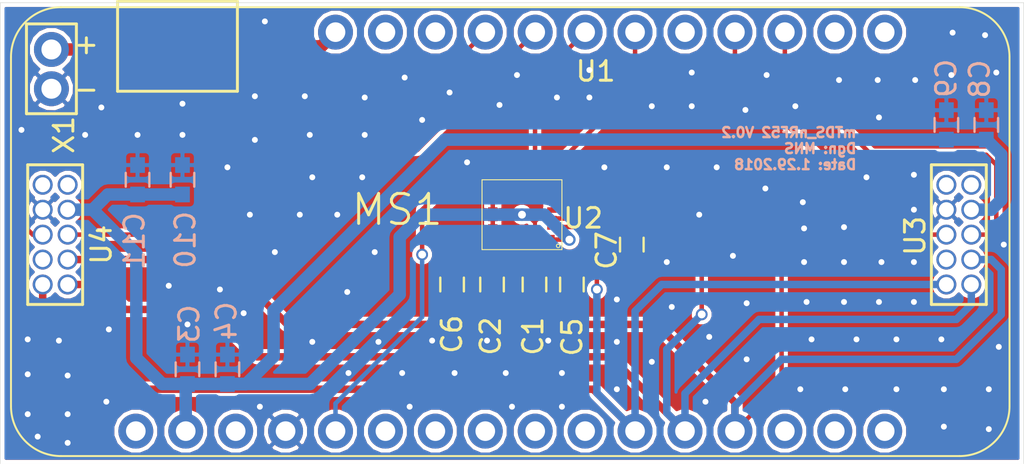
<source format=kicad_pcb>
(kicad_pcb (version 4) (host pcbnew 4.0.3-stable)

  (general
    (links 173)
    (no_connects 0)
    (area 144.62091 80.8651 203.85259 106.6479)
    (thickness 1.6)
    (drawings 5)
    (tracks 157)
    (zones 0)
    (modules 133)
    (nets 43)
  )

  (page A4)
  (layers
    (0 F.Cu signal)
    (31 B.Cu signal)
    (32 B.Adhes user)
    (33 F.Adhes user)
    (34 B.Paste user)
    (35 F.Paste user)
    (36 B.SilkS user)
    (37 F.SilkS user)
    (38 B.Mask user)
    (39 F.Mask user)
    (40 Dwgs.User user)
    (41 Cmts.User user)
    (42 Eco1.User user)
    (43 Eco2.User user)
    (44 Edge.Cuts user)
    (45 Margin user)
    (46 B.CrtYd user)
    (47 F.CrtYd user)
    (48 B.Fab user)
    (49 F.Fab user)
  )

  (setup
    (last_trace_width 0.2286)
    (trace_clearance 0.1524)
    (zone_clearance 0.2032)
    (zone_45_only no)
    (trace_min 0.2)
    (segment_width 0.2)
    (edge_width 0.0254)
    (via_size 0.6)
    (via_drill 0.4)
    (via_min_size 0.4)
    (via_min_drill 0.3)
    (uvia_size 0.3)
    (uvia_drill 0.1)
    (uvias_allowed no)
    (uvia_min_size 0.2)
    (uvia_min_drill 0.1)
    (pcb_text_width 0.3)
    (pcb_text_size 1.5 1.5)
    (mod_edge_width 0.15)
    (mod_text_size 1 1)
    (mod_text_width 0.15)
    (pad_size 0.6 0.6)
    (pad_drill 0.3)
    (pad_to_mask_clearance 0.2)
    (aux_axis_origin 0 0)
    (visible_elements 7FFFFF7F)
    (pcbplotparams
      (layerselection 0x010f0_80000001)
      (usegerberextensions false)
      (excludeedgelayer false)
      (linewidth 0.152400)
      (plotframeref false)
      (viasonmask false)
      (mode 1)
      (useauxorigin false)
      (hpglpennumber 1)
      (hpglpenspeed 20)
      (hpglpendiameter 15)
      (hpglpenoverlay 2)
      (psnegative false)
      (psa4output false)
      (plotreference true)
      (plotvalue true)
      (plotinvisibletext false)
      (padsonsilk false)
      (subtractmaskfromsilk false)
      (outputformat 1)
      (mirror false)
      (drillshape 0)
      (scaleselection 1)
      (outputdirectory Gerber_mTDS_nRF52_V0_2/))
  )

  (net 0 "")
  (net 1 GND)
  (net 2 +3V3)
  (net 3 "Net-(C5-Pad2)")
  (net 4 "Net-(C6-Pad2)")
  (net 5 "Net-(MS1-Pad1)")
  (net 6 "Net-(MS1-Pad3)")
  (net 7 /DEN_AG)
  (net 8 "Net-(MS1-Pad6)")
  (net 9 "Net-(MS1-Pad7)")
  (net 10 "Net-(MS1-Pad8)")
  (net 11 "Net-(MS1-Pad9)")
  (net 12 "Net-(MS1-Pad10)")
  (net 13 /SCK)
  (net 14 /MOSI)
  (net 15 /MISO)
  (net 16 "Net-(MS1-Pad14)")
  (net 17 "Net-(MS1-Pad15)")
  (net 18 "Net-(MS1-Pad16)")
  (net 19 "Net-(MS1-Pad17)")
  (net 20 "Net-(MS1-Pad18)")
  (net 21 /CS5)
  (net 22 /CS6)
  (net 23 "Net-(MS1-Pad21)")
  (net 24 /CS1)
  (net 25 /CS2)
  (net 26 /CS3)
  (net 27 /CS4)
  (net 28 "Net-(MS1-Pad26)")
  (net 29 "Net-(MS1-Pad27)")
  (net 30 "Net-(MS1-Pad28)")
  (net 31 "Net-(U1-Pad1)")
  (net 32 "Net-(U2-Pad9)")
  (net 33 "Net-(U2-Pad10)")
  (net 34 "Net-(U2-Pad11)")
  (net 35 "Net-(U2-Pad12)")
  (net 36 "Net-(U3-Pad4)")
  (net 37 "Net-(U3-Pad9)")
  (net 38 "Net-(U3-Pad10)")
  (net 39 "Net-(U4-Pad4)")
  (net 40 "Net-(U4-Pad9)")
  (net 41 "Net-(U4-Pad10)")
  (net 42 "Net-(U1-Pad2)")

  (net_class Default "This is the default net class."
    (clearance 0.1524)
    (trace_width 0.2286)
    (via_dia 0.6)
    (via_drill 0.4)
    (uvia_dia 0.3)
    (uvia_drill 0.1)
    (add_net /CS1)
    (add_net /CS2)
    (add_net /CS3)
    (add_net /CS4)
    (add_net /CS5)
    (add_net /CS6)
    (add_net /DEN_AG)
    (add_net GND)
    (add_net "Net-(C5-Pad2)")
    (add_net "Net-(C6-Pad2)")
    (add_net "Net-(MS1-Pad1)")
    (add_net "Net-(MS1-Pad10)")
    (add_net "Net-(MS1-Pad14)")
    (add_net "Net-(MS1-Pad15)")
    (add_net "Net-(MS1-Pad16)")
    (add_net "Net-(MS1-Pad17)")
    (add_net "Net-(MS1-Pad18)")
    (add_net "Net-(MS1-Pad21)")
    (add_net "Net-(MS1-Pad26)")
    (add_net "Net-(MS1-Pad27)")
    (add_net "Net-(MS1-Pad3)")
    (add_net "Net-(MS1-Pad6)")
    (add_net "Net-(MS1-Pad7)")
    (add_net "Net-(MS1-Pad8)")
    (add_net "Net-(MS1-Pad9)")
    (add_net "Net-(U1-Pad2)")
    (add_net "Net-(U2-Pad10)")
    (add_net "Net-(U2-Pad11)")
    (add_net "Net-(U2-Pad12)")
    (add_net "Net-(U2-Pad9)")
    (add_net "Net-(U3-Pad10)")
    (add_net "Net-(U3-Pad4)")
    (add_net "Net-(U3-Pad9)")
    (add_net "Net-(U4-Pad10)")
    (add_net "Net-(U4-Pad4)")
    (add_net "Net-(U4-Pad9)")
  )

  (net_class 3.3V ""
    (clearance 0.1524)
    (trace_width 0.635)
    (via_dia 0.6)
    (via_drill 0.4)
    (uvia_dia 0.3)
    (uvia_drill 0.1)
    (add_net +3V3)
  )

  (net_class Bat ""
    (clearance 0.1524)
    (trace_width 0.635)
    (via_dia 0.6)
    (via_drill 0.4)
    (uvia_dia 0.3)
    (uvia_drill 0.1)
    (add_net "Net-(MS1-Pad28)")
    (add_net "Net-(U1-Pad1)")
  )

  (net_class Fat_req ""
    (clearance 0.1524)
    (trace_width 0.381)
    (via_dia 0.6)
    (via_drill 0.4)
    (uvia_dia 0.3)
    (uvia_drill 0.1)
    (add_net /MISO)
    (add_net /MOSI)
    (add_net /SCK)
  )

  (module "Adafruit nRF52 Bluefruit Feather:MICROBUILDER_FEATHERWING_NOHOLES" (layer F.Cu) (tedit 5A6FD0CF) (tstamp 59D493E8)
    (at 148.5011 105.0036)
    (path /59D3D4FB)
    (attr virtual)
    (fp_text reference MS1 (at 19.6469 -12.5476) (layer F.SilkS)
      (effects (font (thickness 0.15)))
    )
    (fp_text value "" (at 3.1369 -1.4986) (layer F.SilkS)
      (effects (font (thickness 0.15)))
    )
    (fp_line (start 2.54 0) (end 48.26 0) (layer F.SilkS) (width 0))
    (fp_line (start 50.8 -2.54) (end 50.8 -20.32) (layer F.SilkS) (width 0))
    (fp_line (start 48.26 -22.86) (end 2.54 -22.86) (layer F.SilkS) (width 0))
    (fp_line (start 0 -20.32) (end 0 -2.54) (layer F.SilkS) (width 0))
    (fp_arc (start 48.26 -2.54) (end 50.8 -2.54) (angle 90) (layer F.SilkS) (width 0))
    (fp_arc (start 48.26 -20.32) (end 48.26 -22.86) (angle 90) (layer F.SilkS) (width 0))
    (fp_arc (start 2.54 -20.32) (end 0 -20.32) (angle 90) (layer F.SilkS) (width 0))
    (fp_arc (start 2.54 -2.54) (end 2.54 0) (angle 90) (layer F.SilkS) (width 0))
    (pad 1 thru_hole circle (at 6.35 -1.27) (size 1.778 1.778) (drill 0.99822) (layers *.Cu *.Paste *.Mask)
      (net 5 "Net-(MS1-Pad1)"))
    (pad 2 thru_hole circle (at 8.89 -1.27) (size 1.778 1.778) (drill 0.99822) (layers *.Cu *.Paste *.Mask)
      (net 2 +3V3))
    (pad 3 thru_hole circle (at 11.43 -1.27) (size 1.778 1.778) (drill 0.99822) (layers *.Cu *.Paste *.Mask)
      (net 6 "Net-(MS1-Pad3)"))
    (pad 4 thru_hole circle (at 13.97 -1.27) (size 1.778 1.778) (drill 0.99822) (layers *.Cu *.Paste *.Mask)
      (net 1 GND))
    (pad 5 thru_hole circle (at 16.51 -1.27) (size 1.778 1.778) (drill 0.99822) (layers *.Cu *.Paste *.Mask)
      (net 7 /DEN_AG))
    (pad 6 thru_hole circle (at 19.05 -1.27) (size 1.778 1.778) (drill 0.99822) (layers *.Cu *.Paste *.Mask)
      (net 8 "Net-(MS1-Pad6)"))
    (pad 7 thru_hole circle (at 21.59 -1.27) (size 1.778 1.778) (drill 0.99822) (layers *.Cu *.Paste *.Mask)
      (net 9 "Net-(MS1-Pad7)"))
    (pad 8 thru_hole circle (at 24.13 -1.27) (size 1.778 1.778) (drill 0.99822) (layers *.Cu *.Paste *.Mask)
      (net 10 "Net-(MS1-Pad8)"))
    (pad 9 thru_hole circle (at 26.67 -1.27) (size 1.778 1.778) (drill 0.99822) (layers *.Cu *.Paste *.Mask)
      (net 11 "Net-(MS1-Pad9)"))
    (pad 10 thru_hole circle (at 29.21 -1.27) (size 1.778 1.778) (drill 0.99822) (layers *.Cu *.Paste *.Mask)
      (net 12 "Net-(MS1-Pad10)"))
    (pad 11 thru_hole circle (at 31.75 -1.27) (size 1.778 1.778) (drill 0.99822) (layers *.Cu *.Paste *.Mask)
      (net 13 /SCK))
    (pad 12 thru_hole circle (at 34.29 -1.27) (size 1.778 1.778) (drill 0.99822) (layers *.Cu *.Paste *.Mask)
      (net 14 /MOSI))
    (pad 13 thru_hole circle (at 36.83 -1.27) (size 1.778 1.778) (drill 0.99822) (layers *.Cu *.Paste *.Mask)
      (net 15 /MISO))
    (pad 14 thru_hole circle (at 39.37 -1.27) (size 1.778 1.778) (drill 0.99822) (layers *.Cu *.Paste *.Mask)
      (net 16 "Net-(MS1-Pad14)"))
    (pad 15 thru_hole circle (at 41.91 -1.27) (size 1.778 1.778) (drill 0.99822) (layers *.Cu *.Paste *.Mask)
      (net 17 "Net-(MS1-Pad15)"))
    (pad 16 thru_hole circle (at 44.45 -1.27) (size 1.778 1.778) (drill 0.99822) (layers *.Cu *.Paste *.Mask)
      (net 18 "Net-(MS1-Pad16)"))
    (pad 17 thru_hole circle (at 44.45 -21.59) (size 1.778 1.778) (drill 0.99822) (layers *.Cu *.Paste *.Mask)
      (net 19 "Net-(MS1-Pad17)"))
    (pad 18 thru_hole circle (at 41.91 -21.59) (size 1.778 1.778) (drill 0.99822) (layers *.Cu *.Paste *.Mask)
      (net 20 "Net-(MS1-Pad18)"))
    (pad 19 thru_hole circle (at 39.37 -21.59) (size 1.778 1.778) (drill 0.99822) (layers *.Cu *.Paste *.Mask)
      (net 24 /CS1))
    (pad 20 thru_hole circle (at 36.83 -21.59) (size 1.778 1.778) (drill 0.99822) (layers *.Cu *.Paste *.Mask)
      (net 25 /CS2))
    (pad 21 thru_hole circle (at 34.29 -21.59) (size 1.778 1.778) (drill 0.99822) (layers *.Cu *.Paste *.Mask)
      (net 23 "Net-(MS1-Pad21)"))
    (pad 22 thru_hole circle (at 31.75 -21.59) (size 1.778 1.778) (drill 0.99822) (layers *.Cu *.Paste *.Mask)
      (net 22 /CS6))
    (pad 23 thru_hole circle (at 29.21 -21.59) (size 1.778 1.778) (drill 0.99822) (layers *.Cu *.Paste *.Mask)
      (net 21 /CS5))
    (pad 24 thru_hole circle (at 26.67 -21.59) (size 1.778 1.778) (drill 0.99822) (layers *.Cu *.Paste *.Mask)
      (net 26 /CS3))
    (pad 25 thru_hole circle (at 24.13 -21.59) (size 1.778 1.778) (drill 0.99822) (layers *.Cu *.Paste *.Mask)
      (net 27 /CS4))
    (pad 26 thru_hole circle (at 21.59 -21.59) (size 1.778 1.778) (drill 0.99822) (layers *.Cu *.Paste *.Mask)
      (net 28 "Net-(MS1-Pad26)"))
    (pad 27 thru_hole circle (at 19.05 -21.59) (size 1.778 1.778) (drill 0.99822) (layers *.Cu *.Paste *.Mask)
      (net 29 "Net-(MS1-Pad27)"))
    (pad 28 thru_hole circle (at 16.51 -21.59) (size 1.778 1.778) (drill 0.99822) (layers *.Cu *.Paste *.Mask)
      (net 30 "Net-(MS1-Pad28)"))
  )

  (module LSM9DS1:VIA_030mm (layer F.Cu) (tedit 59D50845) (tstamp 59D51998)
    (at 192.659 87.757)
    (fp_text reference REF** (at 0.43 1.29) (layer F.SilkS) hide
      (effects (font (size 1 1) (thickness 0.15)))
    )
    (fp_text value VIA_0.25mm (at 0.215 -1.075) (layer F.Fab) hide
      (effects (font (size 1 1) (thickness 0.15)))
    )
    (pad 1 thru_hole circle (at 0 0) (size 0.6 0.6) (drill 0.3) (layers *.Cu)
      (net 1 GND) (zone_connect 2))
  )

  (module LSM9DS1:VIA_030mm (layer F.Cu) (tedit 59D50845) (tstamp 59D51982)
    (at 184.404 90.297)
    (fp_text reference REF** (at 0.43 1.29) (layer F.SilkS) hide
      (effects (font (size 1 1) (thickness 0.15)))
    )
    (fp_text value VIA_0.25mm (at 0.215 -1.075) (layer F.Fab) hide
      (effects (font (size 1 1) (thickness 0.15)))
    )
    (pad 1 thru_hole circle (at 0 0) (size 0.6 0.6) (drill 0.3) (layers *.Cu)
      (net 1 GND) (zone_connect 2))
  )

  (module LSM9DS1:VIA_030mm (layer F.Cu) (tedit 59D50845) (tstamp 59D5192A)
    (at 198.628 85.471)
    (fp_text reference REF** (at 0.43 1.29) (layer F.SilkS) hide
      (effects (font (size 1 1) (thickness 0.15)))
    )
    (fp_text value VIA_0.25mm (at 0.215 -1.075) (layer F.Fab) hide
      (effects (font (size 1 1) (thickness 0.15)))
    )
    (pad 1 thru_hole circle (at 0 0) (size 0.6 0.6) (drill 0.3) (layers *.Cu)
      (net 1 GND) (zone_connect 2))
  )

  (module LSM9DS1:VIA_030mm (layer F.Cu) (tedit 59D50845) (tstamp 59D51905)
    (at 198.247 103.632)
    (fp_text reference REF** (at 0.43 1.29) (layer F.SilkS) hide
      (effects (font (size 1 1) (thickness 0.15)))
    )
    (fp_text value VIA_0.25mm (at 0.215 -1.075) (layer F.Fab) hide
      (effects (font (size 1 1) (thickness 0.15)))
    )
    (pad 1 thru_hole circle (at 0 0) (size 0.6 0.6) (drill 0.3) (layers *.Cu)
      (net 1 GND) (zone_connect 2))
  )

  (module LSM9DS1:VIA_030mm (layer F.Cu) (tedit 59D50845) (tstamp 59D518FF)
    (at 199.009 94.234)
    (fp_text reference REF** (at 0.43 1.29) (layer F.SilkS) hide
      (effects (font (size 1 1) (thickness 0.15)))
    )
    (fp_text value VIA_0.25mm (at 0.215 -1.075) (layer F.Fab) hide
      (effects (font (size 1 1) (thickness 0.15)))
    )
    (pad 1 thru_hole circle (at 0 0) (size 0.6 0.6) (drill 0.3) (layers *.Cu)
      (net 1 GND) (zone_connect 2))
  )

  (module LSM9DS1:VIA_030mm (layer F.Cu) (tedit 59D50845) (tstamp 59D518FA)
    (at 198.755 99.441)
    (fp_text reference REF** (at 0.43 1.29) (layer F.SilkS) hide
      (effects (font (size 1 1) (thickness 0.15)))
    )
    (fp_text value VIA_0.25mm (at 0.215 -1.075) (layer F.Fab) hide
      (effects (font (size 1 1) (thickness 0.15)))
    )
    (pad 1 thru_hole circle (at 0 0) (size 0.6 0.6) (drill 0.3) (layers *.Cu)
      (net 1 GND) (zone_connect 2))
  )

  (module LSM9DS1:VIA_030mm (layer F.Cu) (tedit 59D50845) (tstamp 59D518F5)
    (at 186.8805 91.3765)
    (fp_text reference REF** (at 0.43 1.29) (layer F.SilkS) hide
      (effects (font (size 1 1) (thickness 0.15)))
    )
    (fp_text value VIA_0.25mm (at 0.215 -1.075) (layer F.Fab) hide
      (effects (font (size 1 1) (thickness 0.15)))
    )
    (pad 1 thru_hole circle (at 0 0) (size 0.6 0.6) (drill 0.3) (layers *.Cu)
      (net 1 GND) (zone_connect 2))
  )

  (module LSM9DS1:VIA_030mm (layer F.Cu) (tedit 59D50845) (tstamp 59D518E6)
    (at 188.4045 87.1855)
    (fp_text reference REF** (at 0.43 1.29) (layer F.SilkS) hide
      (effects (font (size 1 1) (thickness 0.15)))
    )
    (fp_text value VIA_0.25mm (at 0.215 -1.075) (layer F.Fab) hide
      (effects (font (size 1 1) (thickness 0.15)))
    )
    (pad 1 thru_hole circle (at 0 0) (size 0.6 0.6) (drill 0.3) (layers *.Cu)
      (net 1 GND) (zone_connect 2))
  )

  (module LSM9DS1:VIA_030mm (layer F.Cu) (tedit 59D50845) (tstamp 59D518E1)
    (at 198.0565 83.566)
    (fp_text reference REF** (at 0.43 1.29) (layer F.SilkS) hide
      (effects (font (size 1 1) (thickness 0.15)))
    )
    (fp_text value VIA_0.25mm (at 0.215 -1.075) (layer F.Fab) hide
      (effects (font (size 1 1) (thickness 0.15)))
    )
    (pad 1 thru_hole circle (at 0 0) (size 0.6 0.6) (drill 0.3) (layers *.Cu)
      (net 1 GND) (zone_connect 2))
  )

  (module LSM9DS1:VIA_030mm (layer F.Cu) (tedit 59D50845) (tstamp 59D518CC)
    (at 183.134 85.471)
    (fp_text reference REF** (at 0.43 1.29) (layer F.SilkS) hide
      (effects (font (size 1 1) (thickness 0.15)))
    )
    (fp_text value VIA_0.25mm (at 0.215 -1.075) (layer F.Fab) hide
      (effects (font (size 1 1) (thickness 0.15)))
    )
    (pad 1 thru_hole circle (at 0 0) (size 0.6 0.6) (drill 0.3) (layers *.Cu)
      (net 1 GND) (zone_connect 2))
  )

  (module LSM9DS1:VIA_030mm (layer F.Cu) (tedit 59D50845) (tstamp 59D518C2)
    (at 171.704 90.043)
    (fp_text reference REF** (at 0.43 1.29) (layer F.SilkS) hide
      (effects (font (size 1 1) (thickness 0.15)))
    )
    (fp_text value VIA_0.25mm (at 0.215 -1.075) (layer F.Fab) hide
      (effects (font (size 1 1) (thickness 0.15)))
    )
    (pad 1 thru_hole circle (at 0 0) (size 0.6 0.6) (drill 0.3) (layers *.Cu)
      (net 1 GND) (zone_connect 2))
  )

  (module LSM9DS1:VIA_030mm (layer F.Cu) (tedit 59D50845) (tstamp 59D518A3)
    (at 165.6715 100.7745)
    (fp_text reference REF** (at 0.43 1.29) (layer F.SilkS) hide
      (effects (font (size 1 1) (thickness 0.15)))
    )
    (fp_text value VIA_0.25mm (at 0.215 -1.075) (layer F.Fab) hide
      (effects (font (size 1 1) (thickness 0.15)))
    )
    (pad 1 thru_hole circle (at 0 0) (size 0.6 0.6) (drill 0.3) (layers *.Cu)
      (net 1 GND) (zone_connect 2))
  )

  (module LSM9DS1:VIA_030mm (layer F.Cu) (tedit 59D50845) (tstamp 59D5189E)
    (at 151.384 104.3305)
    (fp_text reference REF** (at 0.43 1.29) (layer F.SilkS) hide
      (effects (font (size 1 1) (thickness 0.15)))
    )
    (fp_text value VIA_0.25mm (at 0.215 -1.075) (layer F.Fab) hide
      (effects (font (size 1 1) (thickness 0.15)))
    )
    (pad 1 thru_hole circle (at 0 0) (size 0.6 0.6) (drill 0.3) (layers *.Cu)
      (net 1 GND) (zone_connect 2))
  )

  (module LSM9DS1:VIA_030mm (layer F.Cu) (tedit 59D50845) (tstamp 59D51875)
    (at 165.1 92.71)
    (fp_text reference REF** (at 0.43 1.29) (layer F.SilkS) hide
      (effects (font (size 1 1) (thickness 0.15)))
    )
    (fp_text value VIA_0.25mm (at 0.215 -1.075) (layer F.Fab) hide
      (effects (font (size 1 1) (thickness 0.15)))
    )
    (pad 1 thru_hole circle (at 0 0) (size 0.6 0.6) (drill 0.3) (layers *.Cu)
      (net 1 GND) (zone_connect 2))
  )

  (module LSM9DS1:VIA_030mm (layer F.Cu) (tedit 59D50845) (tstamp 59D5186D)
    (at 161.417 82.8675)
    (fp_text reference REF** (at 0.43 1.29) (layer F.SilkS) hide
      (effects (font (size 1 1) (thickness 0.15)))
    )
    (fp_text value VIA_0.25mm (at 0.215 -1.075) (layer F.Fab) hide
      (effects (font (size 1 1) (thickness 0.15)))
    )
    (pad 1 thru_hole circle (at 0 0) (size 0.6 0.6) (drill 0.3) (layers *.Cu)
      (net 1 GND) (zone_connect 2))
  )

  (module LSM9DS1:VIA_030mm (layer F.Cu) (tedit 59D50845) (tstamp 59D51868)
    (at 160.909 86.6775)
    (fp_text reference REF** (at 0.43 1.29) (layer F.SilkS) hide
      (effects (font (size 1 1) (thickness 0.15)))
    )
    (fp_text value VIA_0.25mm (at 0.215 -1.075) (layer F.Fab) hide
      (effects (font (size 1 1) (thickness 0.15)))
    )
    (pad 1 thru_hole circle (at 0 0) (size 0.6 0.6) (drill 0.3) (layers *.Cu)
      (net 1 GND) (zone_connect 2))
  )

  (module LSM9DS1:VIA_030mm (layer F.Cu) (tedit 59D50845) (tstamp 59D51863)
    (at 188.849 93.4085)
    (fp_text reference REF** (at 0.43 1.29) (layer F.SilkS) hide
      (effects (font (size 1 1) (thickness 0.15)))
    )
    (fp_text value VIA_0.25mm (at 0.215 -1.075) (layer F.Fab) hide
      (effects (font (size 1 1) (thickness 0.15)))
    )
    (pad 1 thru_hole circle (at 0 0) (size 0.6 0.6) (drill 0.3) (layers *.Cu)
      (net 1 GND) (zone_connect 2))
  )

  (module LSM9DS1:VIA_030mm (layer F.Cu) (tedit 59D50845) (tstamp 59D5185D)
    (at 188.7855 92.075)
    (fp_text reference REF** (at 0.43 1.29) (layer F.SilkS) hide
      (effects (font (size 1 1) (thickness 0.15)))
    )
    (fp_text value VIA_0.25mm (at 0.215 -1.075) (layer F.Fab) hide
      (effects (font (size 1 1) (thickness 0.15)))
    )
    (pad 1 thru_hole circle (at 0 0) (size 0.6 0.6) (drill 0.3) (layers *.Cu)
      (net 1 GND) (zone_connect 2))
  )

  (module LSM9DS1:VIA_030mm (layer F.Cu) (tedit 59D50845) (tstamp 59D51858)
    (at 183.515 92.71)
    (fp_text reference REF** (at 0.43 1.29) (layer F.SilkS) hide
      (effects (font (size 1 1) (thickness 0.15)))
    )
    (fp_text value VIA_0.25mm (at 0.215 -1.075) (layer F.Fab) hide
      (effects (font (size 1 1) (thickness 0.15)))
    )
    (pad 1 thru_hole circle (at 0 0) (size 0.6 0.6) (drill 0.3) (layers *.Cu)
      (net 1 GND) (zone_connect 2))
  )

  (module LSM9DS1:VIA_030mm (layer F.Cu) (tedit 59D50845) (tstamp 59D5184E)
    (at 196.342 85.598)
    (fp_text reference REF** (at 0.43 1.29) (layer F.SilkS) hide
      (effects (font (size 1 1) (thickness 0.15)))
    )
    (fp_text value VIA_0.25mm (at 0.215 -1.075) (layer F.Fab) hide
      (effects (font (size 1 1) (thickness 0.15)))
    )
    (pad 1 thru_hole circle (at 0 0) (size 0.6 0.6) (drill 0.3) (layers *.Cu)
      (net 1 GND) (zone_connect 2))
  )

  (module LSM9DS1:VIA_030mm (layer F.Cu) (tedit 59D50845) (tstamp 59D5183F)
    (at 196.4055 83.439)
    (fp_text reference REF** (at 0.43 1.29) (layer F.SilkS) hide
      (effects (font (size 1 1) (thickness 0.15)))
    )
    (fp_text value VIA_0.25mm (at 0.215 -1.075) (layer F.Fab) hide
      (effects (font (size 1 1) (thickness 0.15)))
    )
    (pad 1 thru_hole circle (at 0 0) (size 0.6 0.6) (drill 0.3) (layers *.Cu)
      (net 1 GND) (zone_connect 2))
  )

  (module LSM9DS1:VIA_030mm (layer F.Cu) (tedit 59D50845) (tstamp 59D51835)
    (at 194.5005 85.852)
    (fp_text reference REF** (at 0.43 1.29) (layer F.SilkS) hide
      (effects (font (size 1 1) (thickness 0.15)))
    )
    (fp_text value VIA_0.25mm (at 0.215 -1.075) (layer F.Fab) hide
      (effects (font (size 1 1) (thickness 0.15)))
    )
    (pad 1 thru_hole circle (at 0 0) (size 0.6 0.6) (drill 0.3) (layers *.Cu)
      (net 1 GND) (zone_connect 2))
  )

  (module LSM9DS1:VIA_030mm (layer F.Cu) (tedit 59D50845) (tstamp 59D51830)
    (at 192.5955 85.852)
    (fp_text reference REF** (at 0.43 1.29) (layer F.SilkS) hide
      (effects (font (size 1 1) (thickness 0.15)))
    )
    (fp_text value VIA_0.25mm (at 0.215 -1.075) (layer F.Fab) hide
      (effects (font (size 1 1) (thickness 0.15)))
    )
    (pad 1 thru_hole circle (at 0 0) (size 0.6 0.6) (drill 0.3) (layers *.Cu)
      (net 1 GND) (zone_connect 2))
  )

  (module LSM9DS1:VIA_030mm (layer F.Cu) (tedit 59D50845) (tstamp 59D51826)
    (at 190.627 85.852)
    (fp_text reference REF** (at 0.43 1.29) (layer F.SilkS) hide
      (effects (font (size 1 1) (thickness 0.15)))
    )
    (fp_text value VIA_0.25mm (at 0.215 -1.075) (layer F.Fab) hide
      (effects (font (size 1 1) (thickness 0.15)))
    )
    (pad 1 thru_hole circle (at 0 0) (size 0.6 0.6) (drill 0.3) (layers *.Cu)
      (net 1 GND) (zone_connect 2))
  )

  (module LSM9DS1:VIA_030mm (layer F.Cu) (tedit 59D50845) (tstamp 59D51821)
    (at 178.689 90.297)
    (fp_text reference REF** (at 0.43 1.29) (layer F.SilkS) hide
      (effects (font (size 1 1) (thickness 0.15)))
    )
    (fp_text value VIA_0.25mm (at 0.215 -1.075) (layer F.Fab) hide
      (effects (font (size 1 1) (thickness 0.15)))
    )
    (pad 1 thru_hole circle (at 0 0) (size 0.6 0.6) (drill 0.3) (layers *.Cu)
      (net 1 GND) (zone_connect 2))
  )

  (module LSM9DS1:VIA_030mm (layer F.Cu) (tedit 59D50845) (tstamp 59D51817)
    (at 186.944 85.598)
    (fp_text reference REF** (at 0.43 1.29) (layer F.SilkS) hide
      (effects (font (size 1 1) (thickness 0.15)))
    )
    (fp_text value VIA_0.25mm (at 0.215 -1.075) (layer F.Fab) hide
      (effects (font (size 1 1) (thickness 0.15)))
    )
    (pad 1 thru_hole circle (at 0 0) (size 0.6 0.6) (drill 0.3) (layers *.Cu)
      (net 1 GND) (zone_connect 2))
  )

  (module LSM9DS1:VIA_030mm (layer F.Cu) (tedit 59D50845) (tstamp 59D51812)
    (at 194.437 90.678)
    (fp_text reference REF** (at 0.43 1.29) (layer F.SilkS) hide
      (effects (font (size 1 1) (thickness 0.15)))
    )
    (fp_text value VIA_0.25mm (at 0.215 -1.075) (layer F.Fab) hide
      (effects (font (size 1 1) (thickness 0.15)))
    )
    (pad 1 thru_hole circle (at 0 0) (size 0.6 0.6) (drill 0.3) (layers *.Cu)
      (net 1 GND) (zone_connect 2))
  )

  (module LSM9DS1:VIA_030mm (layer F.Cu) (tedit 59D50845) (tstamp 59D5180D)
    (at 192.024 90.805)
    (fp_text reference REF** (at 0.43 1.29) (layer F.SilkS) hide
      (effects (font (size 1 1) (thickness 0.15)))
    )
    (fp_text value VIA_0.25mm (at 0.215 -1.075) (layer F.Fab) hide
      (effects (font (size 1 1) (thickness 0.15)))
    )
    (pad 1 thru_hole circle (at 0 0) (size 0.6 0.6) (drill 0.3) (layers *.Cu)
      (net 1 GND) (zone_connect 2))
  )

  (module LSM9DS1:VIA_030mm (layer F.Cu) (tedit 59D50845) (tstamp 59D51808)
    (at 194.437 92.456)
    (fp_text reference REF** (at 0.43 1.29) (layer F.SilkS) hide
      (effects (font (size 1 1) (thickness 0.15)))
    )
    (fp_text value VIA_0.25mm (at 0.215 -1.075) (layer F.Fab) hide
      (effects (font (size 1 1) (thickness 0.15)))
    )
    (pad 1 thru_hole circle (at 0 0) (size 0.6 0.6) (drill 0.3) (layers *.Cu)
      (net 1 GND) (zone_connect 2))
  )

  (module LSM9DS1:VIA_030mm (layer F.Cu) (tedit 59D50845) (tstamp 59D51803)
    (at 190.881 93.345)
    (fp_text reference REF** (at 0.43 1.29) (layer F.SilkS) hide
      (effects (font (size 1 1) (thickness 0.15)))
    )
    (fp_text value VIA_0.25mm (at 0.215 -1.075) (layer F.Fab) hide
      (effects (font (size 1 1) (thickness 0.15)))
    )
    (pad 1 thru_hole circle (at 0 0) (size 0.6 0.6) (drill 0.3) (layers *.Cu)
      (net 1 GND) (zone_connect 2))
  )

  (module LSM9DS1:VIA_030mm (layer F.Cu) (tedit 59D50845) (tstamp 59D517EF)
    (at 195.961 103.505)
    (fp_text reference REF** (at 0.43 1.29) (layer F.SilkS) hide
      (effects (font (size 1 1) (thickness 0.15)))
    )
    (fp_text value VIA_0.25mm (at 0.215 -1.075) (layer F.Fab) hide
      (effects (font (size 1 1) (thickness 0.15)))
    )
    (pad 1 thru_hole circle (at 0 0) (size 0.6 0.6) (drill 0.3) (layers *.Cu)
      (net 1 GND) (zone_connect 2))
  )

  (module LSM9DS1:VIA_030mm (layer F.Cu) (tedit 59D50845) (tstamp 59D517EA)
    (at 198.247 101.6)
    (fp_text reference REF** (at 0.43 1.29) (layer F.SilkS) hide
      (effects (font (size 1 1) (thickness 0.15)))
    )
    (fp_text value VIA_0.25mm (at 0.215 -1.075) (layer F.Fab) hide
      (effects (font (size 1 1) (thickness 0.15)))
    )
    (pad 1 thru_hole circle (at 0 0) (size 0.6 0.6) (drill 0.3) (layers *.Cu)
      (net 1 GND) (zone_connect 2))
  )

  (module LSM9DS1:VIA_030mm (layer F.Cu) (tedit 59D50845) (tstamp 59D517E5)
    (at 195.961 101.6)
    (fp_text reference REF** (at 0.43 1.29) (layer F.SilkS) hide
      (effects (font (size 1 1) (thickness 0.15)))
    )
    (fp_text value VIA_0.25mm (at 0.215 -1.075) (layer F.Fab) hide
      (effects (font (size 1 1) (thickness 0.15)))
    )
    (pad 1 thru_hole circle (at 0 0) (size 0.6 0.6) (drill 0.3) (layers *.Cu)
      (net 1 GND) (zone_connect 2))
  )

  (module LSM9DS1:VIA_030mm (layer F.Cu) (tedit 59D50845) (tstamp 59D517E0)
    (at 193.548 101.6)
    (fp_text reference REF** (at 0.43 1.29) (layer F.SilkS) hide
      (effects (font (size 1 1) (thickness 0.15)))
    )
    (fp_text value VIA_0.25mm (at 0.215 -1.075) (layer F.Fab) hide
      (effects (font (size 1 1) (thickness 0.15)))
    )
    (pad 1 thru_hole circle (at 0 0) (size 0.6 0.6) (drill 0.3) (layers *.Cu)
      (net 1 GND) (zone_connect 2))
  )

  (module LSM9DS1:VIA_030mm (layer F.Cu) (tedit 59D50845) (tstamp 59D517DB)
    (at 190.9445 101.6)
    (fp_text reference REF** (at 0.43 1.29) (layer F.SilkS) hide
      (effects (font (size 1 1) (thickness 0.15)))
    )
    (fp_text value VIA_0.25mm (at 0.215 -1.075) (layer F.Fab) hide
      (effects (font (size 1 1) (thickness 0.15)))
    )
    (pad 1 thru_hole circle (at 0 0) (size 0.6 0.6) (drill 0.3) (layers *.Cu)
      (net 1 GND) (zone_connect 2))
  )

  (module LSM9DS1:VIA_030mm (layer F.Cu) (tedit 59D50845) (tstamp 59D517D1)
    (at 153.3525 102.235)
    (fp_text reference REF** (at 0.43 1.29) (layer F.SilkS) hide
      (effects (font (size 1 1) (thickness 0.15)))
    )
    (fp_text value VIA_0.25mm (at 0.215 -1.075) (layer F.Fab) hide
      (effects (font (size 1 1) (thickness 0.15)))
    )
    (pad 1 thru_hole circle (at 0 0) (size 0.6 0.6) (drill 0.3) (layers *.Cu)
      (net 1 GND) (zone_connect 2))
  )

  (module LSM9DS1:VIA_030mm (layer F.Cu) (tedit 59D50845) (tstamp 59D517CC)
    (at 160.655 92.71)
    (fp_text reference REF** (at 0.43 1.29) (layer F.SilkS) hide
      (effects (font (size 1 1) (thickness 0.15)))
    )
    (fp_text value VIA_0.25mm (at 0.215 -1.075) (layer F.Fab) hide
      (effects (font (size 1 1) (thickness 0.15)))
    )
    (pad 1 thru_hole circle (at 0 0) (size 0.6 0.6) (drill 0.3) (layers *.Cu)
      (net 1 GND) (zone_connect 2))
  )

  (module LSM9DS1:VIA_030mm (layer F.Cu) (tedit 59D50845) (tstamp 59D517C6)
    (at 163.449 86.6775)
    (fp_text reference REF** (at 0.43 1.29) (layer F.SilkS) hide
      (effects (font (size 1 1) (thickness 0.15)))
    )
    (fp_text value VIA_0.25mm (at 0.215 -1.075) (layer F.Fab) hide
      (effects (font (size 1 1) (thickness 0.15)))
    )
    (pad 1 thru_hole circle (at 0 0) (size 0.6 0.6) (drill 0.3) (layers *.Cu)
      (net 1 GND) (zone_connect 2))
  )

  (module LSM9DS1:VIA_030mm (layer F.Cu) (tedit 59D50845) (tstamp 59D517C0)
    (at 152.273 88.646)
    (fp_text reference REF** (at 0.43 1.29) (layer F.SilkS) hide
      (effects (font (size 1 1) (thickness 0.15)))
    )
    (fp_text value VIA_0.25mm (at 0.215 -1.075) (layer F.Fab) hide
      (effects (font (size 1 1) (thickness 0.15)))
    )
    (pad 1 thru_hole circle (at 0 0) (size 0.6 0.6) (drill 0.3) (layers *.Cu)
      (net 1 GND) (zone_connect 2))
  )

  (module LSM9DS1:VIA_030mm (layer F.Cu) (tedit 59D50845) (tstamp 59D517B8)
    (at 149.0345 88.392)
    (fp_text reference REF** (at 0.43 1.29) (layer F.SilkS) hide
      (effects (font (size 1 1) (thickness 0.15)))
    )
    (fp_text value VIA_0.25mm (at 0.215 -1.075) (layer F.Fab) hide
      (effects (font (size 1 1) (thickness 0.15)))
    )
    (pad 1 thru_hole circle (at 0 0) (size 0.6 0.6) (drill 0.3) (layers *.Cu)
      (net 1 GND) (zone_connect 2))
  )

  (module LSM9DS1:VIA_030mm (layer F.Cu) (tedit 59D50845) (tstamp 59D517B3)
    (at 153.0985 87.249)
    (fp_text reference REF** (at 0.43 1.29) (layer F.SilkS) hide
      (effects (font (size 1 1) (thickness 0.15)))
    )
    (fp_text value VIA_0.25mm (at 0.215 -1.075) (layer F.Fab) hide
      (effects (font (size 1 1) (thickness 0.15)))
    )
    (pad 1 thru_hole circle (at 0 0) (size 0.6 0.6) (drill 0.3) (layers *.Cu)
      (net 1 GND) (zone_connect 2))
  )

  (module LSM9DS1:VIA_030mm (layer F.Cu) (tedit 59D50845) (tstamp 59D517AE)
    (at 157.226 87.0585)
    (fp_text reference REF** (at 0.43 1.29) (layer F.SilkS) hide
      (effects (font (size 1 1) (thickness 0.15)))
    )
    (fp_text value VIA_0.25mm (at 0.215 -1.075) (layer F.Fab) hide
      (effects (font (size 1 1) (thickness 0.15)))
    )
    (pad 1 thru_hole circle (at 0 0) (size 0.6 0.6) (drill 0.3) (layers *.Cu)
      (net 1 GND) (zone_connect 2))
  )

  (module LSM9DS1:VIA_030mm (layer F.Cu) (tedit 59D50845) (tstamp 59D517A9)
    (at 168.529 85.725)
    (fp_text reference REF** (at 0.43 1.29) (layer F.SilkS) hide
      (effects (font (size 1 1) (thickness 0.15)))
    )
    (fp_text value VIA_0.25mm (at 0.215 -1.075) (layer F.Fab) hide
      (effects (font (size 1 1) (thickness 0.15)))
    )
    (pad 1 thru_hole circle (at 0 0) (size 0.6 0.6) (drill 0.3) (layers *.Cu)
      (net 1 GND) (zone_connect 2))
  )

  (module LSM9DS1:VIA_030mm (layer F.Cu) (tedit 59D50845) (tstamp 59D517A4)
    (at 166.497 86.741)
    (fp_text reference REF** (at 0.43 1.29) (layer F.SilkS) hide
      (effects (font (size 1 1) (thickness 0.15)))
    )
    (fp_text value VIA_0.25mm (at 0.215 -1.075) (layer F.Fab) hide
      (effects (font (size 1 1) (thickness 0.15)))
    )
    (pad 1 thru_hole circle (at 0 0) (size 0.6 0.6) (drill 0.3) (layers *.Cu)
      (net 1 GND) (zone_connect 2))
  )

  (module LSM9DS1:VIA_030mm (layer F.Cu) (tedit 59D50845) (tstamp 59D5179F)
    (at 170.815 86.487)
    (fp_text reference REF** (at 0.43 1.29) (layer F.SilkS) hide
      (effects (font (size 1 1) (thickness 0.15)))
    )
    (fp_text value VIA_0.25mm (at 0.215 -1.075) (layer F.Fab) hide
      (effects (font (size 1 1) (thickness 0.15)))
    )
    (pad 1 thru_hole circle (at 0 0) (size 0.6 0.6) (drill 0.3) (layers *.Cu)
      (net 1 GND) (zone_connect 2))
  )

  (module LSM9DS1:VIA_030mm (layer F.Cu) (tedit 59D50845) (tstamp 59D5179A)
    (at 169.418 87.884)
    (fp_text reference REF** (at 0.43 1.29) (layer F.SilkS) hide
      (effects (font (size 1 1) (thickness 0.15)))
    )
    (fp_text value VIA_0.25mm (at 0.215 -1.075) (layer F.Fab) hide
      (effects (font (size 1 1) (thickness 0.15)))
    )
    (pad 1 thru_hole circle (at 0 0) (size 0.6 0.6) (drill 0.3) (layers *.Cu)
      (net 1 GND) (zone_connect 2))
  )

  (module LSM9DS1:VIA_030mm (layer F.Cu) (tedit 59D50845) (tstamp 59D51795)
    (at 166.497 88.646)
    (fp_text reference REF** (at 0.43 1.29) (layer F.SilkS) hide
      (effects (font (size 1 1) (thickness 0.15)))
    )
    (fp_text value VIA_0.25mm (at 0.215 -1.075) (layer F.Fab) hide
      (effects (font (size 1 1) (thickness 0.15)))
    )
    (pad 1 thru_hole circle (at 0 0) (size 0.6 0.6) (drill 0.3) (layers *.Cu)
      (net 1 GND) (zone_connect 2))
  )

  (module LSM9DS1:VIA_030mm (layer F.Cu) (tedit 59D50845) (tstamp 59D51790)
    (at 163.703 88.646)
    (fp_text reference REF** (at 0.43 1.29) (layer F.SilkS) hide
      (effects (font (size 1 1) (thickness 0.15)))
    )
    (fp_text value VIA_0.25mm (at 0.215 -1.075) (layer F.Fab) hide
      (effects (font (size 1 1) (thickness 0.15)))
    )
    (pad 1 thru_hole circle (at 0 0) (size 0.6 0.6) (drill 0.3) (layers *.Cu)
      (net 1 GND) (zone_connect 2))
  )

  (module LSM9DS1:VIA_030mm (layer F.Cu) (tedit 59D50845) (tstamp 59D5178B)
    (at 157.226 88.646)
    (fp_text reference REF** (at 0.43 1.29) (layer F.SilkS) hide
      (effects (font (size 1 1) (thickness 0.15)))
    )
    (fp_text value VIA_0.25mm (at 0.215 -1.075) (layer F.Fab) hide
      (effects (font (size 1 1) (thickness 0.15)))
    )
    (pad 1 thru_hole circle (at 0 0) (size 0.6 0.6) (drill 0.3) (layers *.Cu)
      (net 1 GND) (zone_connect 2))
  )

  (module LSM9DS1:VIA_030mm (layer F.Cu) (tedit 59D50845) (tstamp 59D51786)
    (at 154.94 88.646)
    (fp_text reference REF** (at 0.43 1.29) (layer F.SilkS) hide
      (effects (font (size 1 1) (thickness 0.15)))
    )
    (fp_text value VIA_0.25mm (at 0.215 -1.075) (layer F.Fab) hide
      (effects (font (size 1 1) (thickness 0.15)))
    )
    (pad 1 thru_hole circle (at 0 0) (size 0.6 0.6) (drill 0.3) (layers *.Cu)
      (net 1 GND) (zone_connect 2))
  )

  (module LSM9DS1:VIA_030mm (layer F.Cu) (tedit 59D50845) (tstamp 59D51781)
    (at 160.909 88.9)
    (fp_text reference REF** (at 0.43 1.29) (layer F.SilkS) hide
      (effects (font (size 1 1) (thickness 0.15)))
    )
    (fp_text value VIA_0.25mm (at 0.215 -1.075) (layer F.Fab) hide
      (effects (font (size 1 1) (thickness 0.15)))
    )
    (pad 1 thru_hole circle (at 0 0) (size 0.6 0.6) (drill 0.3) (layers *.Cu)
      (net 1 GND) (zone_connect 2))
  )

  (module LSM9DS1:VIA_030mm (layer F.Cu) (tedit 59D50845) (tstamp 59D5177C)
    (at 159.512 90.297)
    (fp_text reference REF** (at 0.43 1.29) (layer F.SilkS) hide
      (effects (font (size 1 1) (thickness 0.15)))
    )
    (fp_text value VIA_0.25mm (at 0.215 -1.075) (layer F.Fab) hide
      (effects (font (size 1 1) (thickness 0.15)))
    )
    (pad 1 thru_hole circle (at 0 0) (size 0.6 0.6) (drill 0.3) (layers *.Cu)
      (net 1 GND) (zone_connect 2))
  )

  (module LSM9DS1:VIA_030mm (layer F.Cu) (tedit 59D50845) (tstamp 59D51777)
    (at 174.244 85.598)
    (fp_text reference REF** (at 0.43 1.29) (layer F.SilkS) hide
      (effects (font (size 1 1) (thickness 0.15)))
    )
    (fp_text value VIA_0.25mm (at 0.215 -1.075) (layer F.Fab) hide
      (effects (font (size 1 1) (thickness 0.15)))
    )
    (pad 1 thru_hole circle (at 0 0) (size 0.6 0.6) (drill 0.3) (layers *.Cu)
      (net 1 GND) (zone_connect 2))
  )

  (module LSM9DS1:VIA_030mm (layer F.Cu) (tedit 59D50845) (tstamp 59D51772)
    (at 173.355 87.122)
    (fp_text reference REF** (at 0.43 1.29) (layer F.SilkS) hide
      (effects (font (size 1 1) (thickness 0.15)))
    )
    (fp_text value VIA_0.25mm (at 0.215 -1.075) (layer F.Fab) hide
      (effects (font (size 1 1) (thickness 0.15)))
    )
    (pad 1 thru_hole circle (at 0 0) (size 0.6 0.6) (drill 0.3) (layers *.Cu)
      (net 1 GND) (zone_connect 2))
  )

  (module LSM9DS1:VIA_030mm (layer F.Cu) (tedit 59D50845) (tstamp 59D51754)
    (at 163.83 90.805)
    (fp_text reference REF** (at 0.43 1.29) (layer F.SilkS) hide
      (effects (font (size 1 1) (thickness 0.15)))
    )
    (fp_text value VIA_0.25mm (at 0.215 -1.075) (layer F.Fab) hide
      (effects (font (size 1 1) (thickness 0.15)))
    )
    (pad 1 thru_hole circle (at 0 0) (size 0.6 0.6) (drill 0.3) (layers *.Cu)
      (net 1 GND) (zone_connect 2))
  )

  (module LSM9DS1:VIA_030mm (layer F.Cu) (tedit 59D50845) (tstamp 59D5174F)
    (at 177.927 85.344)
    (fp_text reference REF** (at 0.43 1.29) (layer F.SilkS) hide
      (effects (font (size 1 1) (thickness 0.15)))
    )
    (fp_text value VIA_0.25mm (at 0.215 -1.075) (layer F.Fab) hide
      (effects (font (size 1 1) (thickness 0.15)))
    )
    (pad 1 thru_hole circle (at 0 0) (size 0.6 0.6) (drill 0.3) (layers *.Cu)
      (net 1 GND) (zone_connect 2))
  )

  (module LSM9DS1:VIA_030mm (layer F.Cu) (tedit 59D50845) (tstamp 59D5174A)
    (at 177.927 86.741)
    (fp_text reference REF** (at 0.43 1.29) (layer F.SilkS) hide
      (effects (font (size 1 1) (thickness 0.15)))
    )
    (fp_text value VIA_0.25mm (at 0.215 -1.075) (layer F.Fab) hide
      (effects (font (size 1 1) (thickness 0.15)))
    )
    (pad 1 thru_hole circle (at 0 0) (size 0.6 0.6) (drill 0.3) (layers *.Cu)
      (net 1 GND) (zone_connect 2))
  )

  (module LSM9DS1:VIA_030mm (layer F.Cu) (tedit 59D50845) (tstamp 59D51745)
    (at 176.276 86.741)
    (fp_text reference REF** (at 0.43 1.29) (layer F.SilkS) hide
      (effects (font (size 1 1) (thickness 0.15)))
    )
    (fp_text value VIA_0.25mm (at 0.215 -1.075) (layer F.Fab) hide
      (effects (font (size 1 1) (thickness 0.15)))
    )
    (pad 1 thru_hole circle (at 0 0) (size 0.6 0.6) (drill 0.3) (layers *.Cu)
      (net 1 GND) (zone_connect 2))
  )

  (module LSM9DS1:VIA_030mm (layer F.Cu) (tedit 59D50845) (tstamp 59D5173B)
    (at 181.102 87.1855)
    (fp_text reference REF** (at 0.43 1.29) (layer F.SilkS) hide
      (effects (font (size 1 1) (thickness 0.15)))
    )
    (fp_text value VIA_0.25mm (at 0.215 -1.075) (layer F.Fab) hide
      (effects (font (size 1 1) (thickness 0.15)))
    )
    (pad 1 thru_hole circle (at 0 0) (size 0.6 0.6) (drill 0.3) (layers *.Cu)
      (net 1 GND) (zone_connect 2))
  )

  (module LSM9DS1:VIA_030mm (layer F.Cu) (tedit 59D50845) (tstamp 59D51736)
    (at 185.8645 87.376)
    (fp_text reference REF** (at 0.43 1.29) (layer F.SilkS) hide
      (effects (font (size 1 1) (thickness 0.15)))
    )
    (fp_text value VIA_0.25mm (at 0.215 -1.075) (layer F.Fab) hide
      (effects (font (size 1 1) (thickness 0.15)))
    )
    (pad 1 thru_hole circle (at 0 0) (size 0.6 0.6) (drill 0.3) (layers *.Cu)
      (net 1 GND) (zone_connect 2))
  )

  (module LSM9DS1:VIA_030mm (layer F.Cu) (tedit 59D50845) (tstamp 59D51731)
    (at 183.134 87.1855)
    (fp_text reference REF** (at 0.43 1.29) (layer F.SilkS) hide
      (effects (font (size 1 1) (thickness 0.15)))
    )
    (fp_text value VIA_0.25mm (at 0.215 -1.075) (layer F.Fab) hide
      (effects (font (size 1 1) (thickness 0.15)))
    )
    (pad 1 thru_hole circle (at 0 0) (size 0.6 0.6) (drill 0.3) (layers *.Cu)
      (net 1 GND) (zone_connect 2))
  )

  (module LSM9DS1:VIA_030mm (layer F.Cu) (tedit 59D50845) (tstamp 59D51716)
    (at 181.864 90.297)
    (fp_text reference REF** (at 0.43 1.29) (layer F.SilkS) hide
      (effects (font (size 1 1) (thickness 0.15)))
    )
    (fp_text value VIA_0.25mm (at 0.215 -1.075) (layer F.Fab) hide
      (effects (font (size 1 1) (thickness 0.15)))
    )
    (pad 1 thru_hole circle (at 0 0) (size 0.6 0.6) (drill 0.3) (layers *.Cu)
      (net 1 GND) (zone_connect 2))
  )

  (module LSM9DS1:VIA_030mm (layer F.Cu) (tedit 59D50845) (tstamp 59D516F3)
    (at 194.437 95.123)
    (fp_text reference REF** (at 0.43 1.29) (layer F.SilkS) hide
      (effects (font (size 1 1) (thickness 0.15)))
    )
    (fp_text value VIA_0.25mm (at 0.215 -1.075) (layer F.Fab) hide
      (effects (font (size 1 1) (thickness 0.15)))
    )
    (pad 1 thru_hole circle (at 0 0) (size 0.6 0.6) (drill 0.3) (layers *.Cu)
      (net 1 GND) (zone_connect 2))
  )

  (module LSM9DS1:VIA_030mm (layer F.Cu) (tedit 59D50845) (tstamp 59D516EE)
    (at 192.786 95.123)
    (fp_text reference REF** (at 0.43 1.29) (layer F.SilkS) hide
      (effects (font (size 1 1) (thickness 0.15)))
    )
    (fp_text value VIA_0.25mm (at 0.215 -1.075) (layer F.Fab) hide
      (effects (font (size 1 1) (thickness 0.15)))
    )
    (pad 1 thru_hole circle (at 0 0) (size 0.6 0.6) (drill 0.3) (layers *.Cu)
      (net 1 GND) (zone_connect 2))
  )

  (module LSM9DS1:VIA_030mm (layer F.Cu) (tedit 59D50845) (tstamp 59D516E9)
    (at 190.881 95.123)
    (fp_text reference REF** (at 0.43 1.29) (layer F.SilkS) hide
      (effects (font (size 1 1) (thickness 0.15)))
    )
    (fp_text value VIA_0.25mm (at 0.215 -1.075) (layer F.Fab) hide
      (effects (font (size 1 1) (thickness 0.15)))
    )
    (pad 1 thru_hole circle (at 0 0) (size 0.6 0.6) (drill 0.3) (layers *.Cu)
      (net 1 GND) (zone_connect 2))
  )

  (module LSM9DS1:VIA_030mm (layer F.Cu) (tedit 59D50845) (tstamp 59D516E4)
    (at 188.849 95.123)
    (fp_text reference REF** (at 0.43 1.29) (layer F.SilkS) hide
      (effects (font (size 1 1) (thickness 0.15)))
    )
    (fp_text value VIA_0.25mm (at 0.215 -1.075) (layer F.Fab) hide
      (effects (font (size 1 1) (thickness 0.15)))
    )
    (pad 1 thru_hole circle (at 0 0) (size 0.6 0.6) (drill 0.3) (layers *.Cu)
      (net 1 GND) (zone_connect 2))
  )

  (module LSM9DS1:VIA_030mm (layer F.Cu) (tedit 59D50845) (tstamp 59D516DA)
    (at 185.2295 94.8055)
    (fp_text reference REF** (at 0.43 1.29) (layer F.SilkS) hide
      (effects (font (size 1 1) (thickness 0.15)))
    )
    (fp_text value VIA_0.25mm (at 0.215 -1.075) (layer F.Fab) hide
      (effects (font (size 1 1) (thickness 0.15)))
    )
    (pad 1 thru_hole circle (at 0 0) (size 0.6 0.6) (drill 0.3) (layers *.Cu)
      (net 1 GND) (zone_connect 2))
  )

  (module LSM9DS1:VIA_030mm (layer F.Cu) (tedit 59D50845) (tstamp 59D516D5)
    (at 181.864 95.123)
    (fp_text reference REF** (at 0.43 1.29) (layer F.SilkS) hide
      (effects (font (size 1 1) (thickness 0.15)))
    )
    (fp_text value VIA_0.25mm (at 0.215 -1.075) (layer F.Fab) hide
      (effects (font (size 1 1) (thickness 0.15)))
    )
    (pad 1 thru_hole circle (at 0 0) (size 0.6 0.6) (drill 0.3) (layers *.Cu)
      (net 1 GND) (zone_connect 2))
  )

  (module LSM9DS1:VIA_030mm (layer F.Cu) (tedit 59D50845) (tstamp 59D516D0)
    (at 185.928 100.076)
    (fp_text reference REF** (at 0.43 1.29) (layer F.SilkS) hide
      (effects (font (size 1 1) (thickness 0.15)))
    )
    (fp_text value VIA_0.25mm (at 0.215 -1.075) (layer F.Fab) hide
      (effects (font (size 1 1) (thickness 0.15)))
    )
    (pad 1 thru_hole circle (at 0 0) (size 0.6 0.6) (drill 0.3) (layers *.Cu)
      (net 1 GND) (zone_connect 2))
  )

  (module LSM9DS1:VIA_030mm (layer F.Cu) (tedit 59D50845) (tstamp 59D516C6)
    (at 194.437 97.155)
    (fp_text reference REF** (at 0.43 1.29) (layer F.SilkS) hide
      (effects (font (size 1 1) (thickness 0.15)))
    )
    (fp_text value VIA_0.25mm (at 0.215 -1.075) (layer F.Fab) hide
      (effects (font (size 1 1) (thickness 0.15)))
    )
    (pad 1 thru_hole circle (at 0 0) (size 0.6 0.6) (drill 0.3) (layers *.Cu)
      (net 1 GND) (zone_connect 2))
  )

  (module LSM9DS1:VIA_030mm (layer F.Cu) (tedit 59D50845) (tstamp 59D516C1)
    (at 192.659 97.155)
    (fp_text reference REF** (at 0.43 1.29) (layer F.SilkS) hide
      (effects (font (size 1 1) (thickness 0.15)))
    )
    (fp_text value VIA_0.25mm (at 0.215 -1.075) (layer F.Fab) hide
      (effects (font (size 1 1) (thickness 0.15)))
    )
    (pad 1 thru_hole circle (at 0 0) (size 0.6 0.6) (drill 0.3) (layers *.Cu)
      (net 1 GND) (zone_connect 2))
  )

  (module LSM9DS1:VIA_030mm (layer F.Cu) (tedit 59D50845) (tstamp 59D516B2)
    (at 190.881 97.155)
    (fp_text reference REF** (at 0.43 1.29) (layer F.SilkS) hide
      (effects (font (size 1 1) (thickness 0.15)))
    )
    (fp_text value VIA_0.25mm (at 0.215 -1.075) (layer F.Fab) hide
      (effects (font (size 1 1) (thickness 0.15)))
    )
    (pad 1 thru_hole circle (at 0 0) (size 0.6 0.6) (drill 0.3) (layers *.Cu)
      (net 1 GND) (zone_connect 2))
  )

  (module LSM9DS1:VIA_030mm (layer F.Cu) (tedit 59D50845) (tstamp 59D516A8)
    (at 188.976 97.155)
    (fp_text reference REF** (at 0.43 1.29) (layer F.SilkS) hide
      (effects (font (size 1 1) (thickness 0.15)))
    )
    (fp_text value VIA_0.25mm (at 0.215 -1.075) (layer F.Fab) hide
      (effects (font (size 1 1) (thickness 0.15)))
    )
    (pad 1 thru_hole circle (at 0 0) (size 0.6 0.6) (drill 0.3) (layers *.Cu)
      (net 1 GND) (zone_connect 2))
  )

  (module LSM9DS1:VIA_030mm (layer F.Cu) (tedit 59D50845) (tstamp 59D516A3)
    (at 195.834 99.06)
    (fp_text reference REF** (at 0.43 1.29) (layer F.SilkS) hide
      (effects (font (size 1 1) (thickness 0.15)))
    )
    (fp_text value VIA_0.25mm (at 0.215 -1.075) (layer F.Fab) hide
      (effects (font (size 1 1) (thickness 0.15)))
    )
    (pad 1 thru_hole circle (at 0 0) (size 0.6 0.6) (drill 0.3) (layers *.Cu)
      (net 1 GND) (zone_connect 2))
  )

  (module LSM9DS1:VIA_030mm (layer F.Cu) (tedit 59D50845) (tstamp 59D5169E)
    (at 193.548 99.06)
    (fp_text reference REF** (at 0.43 1.29) (layer F.SilkS) hide
      (effects (font (size 1 1) (thickness 0.15)))
    )
    (fp_text value VIA_0.25mm (at 0.215 -1.075) (layer F.Fab) hide
      (effects (font (size 1 1) (thickness 0.15)))
    )
    (pad 1 thru_hole circle (at 0 0) (size 0.6 0.6) (drill 0.3) (layers *.Cu)
      (net 1 GND) (zone_connect 2))
  )

  (module LSM9DS1:VIA_030mm (layer F.Cu) (tedit 59D50845) (tstamp 59D51699)
    (at 191.516 99.06)
    (fp_text reference REF** (at 0.43 1.29) (layer F.SilkS) hide
      (effects (font (size 1 1) (thickness 0.15)))
    )
    (fp_text value VIA_0.25mm (at 0.215 -1.075) (layer F.Fab) hide
      (effects (font (size 1 1) (thickness 0.15)))
    )
    (pad 1 thru_hole circle (at 0 0) (size 0.6 0.6) (drill 0.3) (layers *.Cu)
      (net 1 GND) (zone_connect 2))
  )

  (module LSM9DS1:VIA_030mm (layer F.Cu) (tedit 59D50845) (tstamp 59D51694)
    (at 189.23 99.06)
    (fp_text reference REF** (at 0.43 1.29) (layer F.SilkS) hide
      (effects (font (size 1 1) (thickness 0.15)))
    )
    (fp_text value VIA_0.25mm (at 0.215 -1.075) (layer F.Fab) hide
      (effects (font (size 1 1) (thickness 0.15)))
    )
    (pad 1 thru_hole circle (at 0 0) (size 0.6 0.6) (drill 0.3) (layers *.Cu)
      (net 1 GND) (zone_connect 2))
  )

  (module LSM9DS1:VIA_030mm (layer F.Cu) (tedit 59D50845) (tstamp 59D5168F)
    (at 184.023 98.933)
    (fp_text reference REF** (at 0.43 1.29) (layer F.SilkS) hide
      (effects (font (size 1 1) (thickness 0.15)))
    )
    (fp_text value VIA_0.25mm (at 0.215 -1.075) (layer F.Fab) hide
      (effects (font (size 1 1) (thickness 0.15)))
    )
    (pad 1 thru_hole circle (at 0 0) (size 0.6 0.6) (drill 0.3) (layers *.Cu)
      (net 1 GND) (zone_connect 2))
  )

  (module LSM9DS1:VIA_030mm (layer F.Cu) (tedit 59D50845) (tstamp 59D5168A)
    (at 188.6585 101.6)
    (fp_text reference REF** (at 0.43 1.29) (layer F.SilkS) hide
      (effects (font (size 1 1) (thickness 0.15)))
    )
    (fp_text value VIA_0.25mm (at 0.215 -1.075) (layer F.Fab) hide
      (effects (font (size 1 1) (thickness 0.15)))
    )
    (pad 1 thru_hole circle (at 0 0) (size 0.6 0.6) (drill 0.3) (layers *.Cu)
      (net 1 GND) (zone_connect 2))
  )

  (module LSM9DS1:VIA_030mm (layer F.Cu) (tedit 59D50845) (tstamp 59D51685)
    (at 185.928 97.2185)
    (fp_text reference REF** (at 0.43 1.29) (layer F.SilkS) hide
      (effects (font (size 1 1) (thickness 0.15)))
    )
    (fp_text value VIA_0.25mm (at 0.215 -1.075) (layer F.Fab) hide
      (effects (font (size 1 1) (thickness 0.15)))
    )
    (pad 1 thru_hole circle (at 0 0) (size 0.6 0.6) (drill 0.3) (layers *.Cu)
      (net 1 GND) (zone_connect 2))
  )

  (module LSM9DS1:VIA_030mm (layer F.Cu) (tedit 59D50845) (tstamp 59D51680)
    (at 182.118 97.409)
    (fp_text reference REF** (at 0.43 1.29) (layer F.SilkS) hide
      (effects (font (size 1 1) (thickness 0.15)))
    )
    (fp_text value VIA_0.25mm (at 0.215 -1.075) (layer F.Fab) hide
      (effects (font (size 1 1) (thickness 0.15)))
    )
    (pad 1 thru_hole circle (at 0 0) (size 0.6 0.6) (drill 0.3) (layers *.Cu)
      (net 1 GND) (zone_connect 2))
  )

  (module LSM9DS1:VIA_030mm (layer F.Cu) (tedit 59D50845) (tstamp 59D5167B)
    (at 179.324 97.028)
    (fp_text reference REF** (at 0.43 1.29) (layer F.SilkS) hide
      (effects (font (size 1 1) (thickness 0.15)))
    )
    (fp_text value VIA_0.25mm (at 0.215 -1.075) (layer F.Fab) hide
      (effects (font (size 1 1) (thickness 0.15)))
    )
    (pad 1 thru_hole circle (at 0 0) (size 0.6 0.6) (drill 0.3) (layers *.Cu)
      (net 1 GND) (zone_connect 2))
  )

  (module LSM9DS1:VIA_030mm (layer F.Cu) (tedit 59D50845) (tstamp 59D51662)
    (at 163.195 92.71)
    (fp_text reference REF** (at 0.43 1.29) (layer F.SilkS) hide
      (effects (font (size 1 1) (thickness 0.15)))
    )
    (fp_text value VIA_0.25mm (at 0.215 -1.075) (layer F.Fab) hide
      (effects (font (size 1 1) (thickness 0.15)))
    )
    (pad 1 thru_hole circle (at 0 0) (size 0.6 0.6) (drill 0.3) (layers *.Cu)
      (net 1 GND) (zone_connect 2))
  )

  (module LSM9DS1:VIA_030mm (layer F.Cu) (tedit 59D50845) (tstamp 59D51652)
    (at 161.925 94.615)
    (fp_text reference REF** (at 0.43 1.29) (layer F.SilkS) hide
      (effects (font (size 1 1) (thickness 0.15)))
    )
    (fp_text value VIA_0.25mm (at 0.215 -1.075) (layer F.Fab) hide
      (effects (font (size 1 1) (thickness 0.15)))
    )
    (pad 1 thru_hole circle (at 0 0) (size 0.6 0.6) (drill 0.3) (layers *.Cu)
      (net 1 GND) (zone_connect 2))
  )

  (module LSM9DS1:VIA_030mm (layer F.Cu) (tedit 59D50845) (tstamp 59D5164D)
    (at 176.53 102.489)
    (fp_text reference REF** (at 0.43 1.29) (layer F.SilkS) hide
      (effects (font (size 1 1) (thickness 0.15)))
    )
    (fp_text value VIA_0.25mm (at 0.215 -1.075) (layer F.Fab) hide
      (effects (font (size 1 1) (thickness 0.15)))
    )
    (pad 1 thru_hole circle (at 0 0) (size 0.6 0.6) (drill 0.3) (layers *.Cu)
      (net 1 GND) (zone_connect 2))
  )

  (module LSM9DS1:VIA_030mm (layer F.Cu) (tedit 59D50845) (tstamp 59D51648)
    (at 173.99 102.489)
    (fp_text reference REF** (at 0.43 1.29) (layer F.SilkS) hide
      (effects (font (size 1 1) (thickness 0.15)))
    )
    (fp_text value VIA_0.25mm (at 0.215 -1.075) (layer F.Fab) hide
      (effects (font (size 1 1) (thickness 0.15)))
    )
    (pad 1 thru_hole circle (at 0 0) (size 0.6 0.6) (drill 0.3) (layers *.Cu)
      (net 1 GND) (zone_connect 2))
  )

  (module LSM9DS1:VIA_030mm (layer F.Cu) (tedit 59D50845) (tstamp 59D51643)
    (at 161.163 102.489)
    (fp_text reference REF** (at 0.43 1.29) (layer F.SilkS) hide
      (effects (font (size 1 1) (thickness 0.15)))
    )
    (fp_text value VIA_0.25mm (at 0.215 -1.075) (layer F.Fab) hide
      (effects (font (size 1 1) (thickness 0.15)))
    )
    (pad 1 thru_hole circle (at 0 0) (size 0.6 0.6) (drill 0.3) (layers *.Cu)
      (net 1 GND) (zone_connect 2))
  )

  (module LSM9DS1:VIA_030mm (layer F.Cu) (tedit 59D50845) (tstamp 59D5163E)
    (at 168.783 102.489)
    (fp_text reference REF** (at 0.43 1.29) (layer F.SilkS) hide
      (effects (font (size 1 1) (thickness 0.15)))
    )
    (fp_text value VIA_0.25mm (at 0.215 -1.075) (layer F.Fab) hide
      (effects (font (size 1 1) (thickness 0.15)))
    )
    (pad 1 thru_hole circle (at 0 0) (size 0.6 0.6) (drill 0.3) (layers *.Cu)
      (net 1 GND) (zone_connect 2))
  )

  (module LSM9DS1:VIA_030mm (layer F.Cu) (tedit 59D50845) (tstamp 59D51634)
    (at 179.324 101.6)
    (fp_text reference REF** (at 0.43 1.29) (layer F.SilkS) hide
      (effects (font (size 1 1) (thickness 0.15)))
    )
    (fp_text value VIA_0.25mm (at 0.215 -1.075) (layer F.Fab) hide
      (effects (font (size 1 1) (thickness 0.15)))
    )
    (pad 1 thru_hole circle (at 0 0) (size 0.6 0.6) (drill 0.3) (layers *.Cu)
      (net 1 GND) (zone_connect 2))
  )

  (module LSM9DS1:VIA_030mm (layer F.Cu) (tedit 59D50845) (tstamp 59D5162F)
    (at 181.102 100.203)
    (fp_text reference REF** (at 0.43 1.29) (layer F.SilkS) hide
      (effects (font (size 1 1) (thickness 0.15)))
    )
    (fp_text value VIA_0.25mm (at 0.215 -1.075) (layer F.Fab) hide
      (effects (font (size 1 1) (thickness 0.15)))
    )
    (pad 1 thru_hole circle (at 0 0) (size 0.6 0.6) (drill 0.3) (layers *.Cu)
      (net 1 GND) (zone_connect 2))
  )

  (module LSM9DS1:VIA_030mm (layer F.Cu) (tedit 59D50845) (tstamp 59D5162A)
    (at 179.324 99.187)
    (fp_text reference REF** (at 0.43 1.29) (layer F.SilkS) hide
      (effects (font (size 1 1) (thickness 0.15)))
    )
    (fp_text value VIA_0.25mm (at 0.215 -1.075) (layer F.Fab) hide
      (effects (font (size 1 1) (thickness 0.15)))
    )
    (pad 1 thru_hole circle (at 0 0) (size 0.6 0.6) (drill 0.3) (layers *.Cu)
      (net 1 GND) (zone_connect 2))
  )

  (module LSM9DS1:VIA_030mm (layer F.Cu) (tedit 59D50845) (tstamp 59D51625)
    (at 175.8315 99.1235)
    (fp_text reference REF** (at 0.43 1.29) (layer F.SilkS) hide
      (effects (font (size 1 1) (thickness 0.15)))
    )
    (fp_text value VIA_0.25mm (at 0.215 -1.075) (layer F.Fab) hide
      (effects (font (size 1 1) (thickness 0.15)))
    )
    (pad 1 thru_hole circle (at 0 0) (size 0.6 0.6) (drill 0.3) (layers *.Cu)
      (net 1 GND) (zone_connect 2))
  )

  (module LSM9DS1:VIA_030mm (layer F.Cu) (tedit 59D50845) (tstamp 59D51620)
    (at 172.72 99.1235)
    (fp_text reference REF** (at 0.43 1.29) (layer F.SilkS) hide
      (effects (font (size 1 1) (thickness 0.15)))
    )
    (fp_text value VIA_0.25mm (at 0.215 -1.075) (layer F.Fab) hide
      (effects (font (size 1 1) (thickness 0.15)))
    )
    (pad 1 thru_hole circle (at 0 0) (size 0.6 0.6) (drill 0.3) (layers *.Cu)
      (net 1 GND) (zone_connect 2))
  )

  (module LSM9DS1:VIA_030mm (layer F.Cu) (tedit 59D50845) (tstamp 59D5161B)
    (at 169.926 99.1235)
    (fp_text reference REF** (at 0.43 1.29) (layer F.SilkS) hide
      (effects (font (size 1 1) (thickness 0.15)))
    )
    (fp_text value VIA_0.25mm (at 0.215 -1.075) (layer F.Fab) hide
      (effects (font (size 1 1) (thickness 0.15)))
    )
    (pad 1 thru_hole circle (at 0 0) (size 0.6 0.6) (drill 0.3) (layers *.Cu)
      (net 1 GND) (zone_connect 2))
  )

  (module LSM9DS1:VIA_030mm (layer F.Cu) (tedit 59D50845) (tstamp 59D51616)
    (at 167.1955 99.187)
    (fp_text reference REF** (at 0.43 1.29) (layer F.SilkS) hide
      (effects (font (size 1 1) (thickness 0.15)))
    )
    (fp_text value VIA_0.25mm (at 0.215 -1.075) (layer F.Fab) hide
      (effects (font (size 1 1) (thickness 0.15)))
    )
    (pad 1 thru_hole circle (at 0 0) (size 0.6 0.6) (drill 0.3) (layers *.Cu)
      (net 1 GND) (zone_connect 2))
  )

  (module LSM9DS1:VIA_030mm (layer F.Cu) (tedit 59D50845) (tstamp 59D51611)
    (at 167.005 94.615)
    (fp_text reference REF** (at 0.43 1.29) (layer F.SilkS) hide
      (effects (font (size 1 1) (thickness 0.15)))
    )
    (fp_text value VIA_0.25mm (at 0.215 -1.075) (layer F.Fab) hide
      (effects (font (size 1 1) (thickness 0.15)))
    )
    (pad 1 thru_hole circle (at 0 0) (size 0.6 0.6) (drill 0.3) (layers *.Cu)
      (net 1 GND) (zone_connect 2))
  )

  (module LSM9DS1:VIA_030mm (layer F.Cu) (tedit 59D50845) (tstamp 59D5160C)
    (at 163.83 99.187)
    (fp_text reference REF** (at 0.43 1.29) (layer F.SilkS) hide
      (effects (font (size 1 1) (thickness 0.15)))
    )
    (fp_text value VIA_0.25mm (at 0.215 -1.075) (layer F.Fab) hide
      (effects (font (size 1 1) (thickness 0.15)))
    )
    (pad 1 thru_hole circle (at 0 0) (size 0.6 0.6) (drill 0.3) (layers *.Cu)
      (net 1 GND) (zone_connect 2))
  )

  (module LSM9DS1:VIA_030mm (layer F.Cu) (tedit 59D50845) (tstamp 59D51606)
    (at 160.3375 97.7265)
    (fp_text reference REF** (at 0.43 1.29) (layer F.SilkS) hide
      (effects (font (size 1 1) (thickness 0.15)))
    )
    (fp_text value VIA_0.25mm (at 0.215 -1.075) (layer F.Fab) hide
      (effects (font (size 1 1) (thickness 0.15)))
    )
    (pad 1 thru_hole circle (at 0 0) (size 0.6 0.6) (drill 0.3) (layers *.Cu)
      (net 1 GND) (zone_connect 2))
  )

  (module LSM9DS1:VIA_030mm (layer F.Cu) (tedit 59D50845) (tstamp 59D51601)
    (at 159.131 96.52)
    (fp_text reference REF** (at 0.43 1.29) (layer F.SilkS) hide
      (effects (font (size 1 1) (thickness 0.15)))
    )
    (fp_text value VIA_0.25mm (at 0.215 -1.075) (layer F.Fab) hide
      (effects (font (size 1 1) (thickness 0.15)))
    )
    (pad 1 thru_hole circle (at 0 0) (size 0.6 0.6) (drill 0.3) (layers *.Cu)
      (net 1 GND) (zone_connect 2))
  )

  (module LSM9DS1:VIA_030mm (layer F.Cu) (tedit 59D50845) (tstamp 59D515FC)
    (at 176.53 100.7745)
    (fp_text reference REF** (at 0.43 1.29) (layer F.SilkS) hide
      (effects (font (size 1 1) (thickness 0.15)))
    )
    (fp_text value VIA_0.25mm (at 0.215 -1.075) (layer F.Fab) hide
      (effects (font (size 1 1) (thickness 0.15)))
    )
    (pad 1 thru_hole circle (at 0 0) (size 0.6 0.6) (drill 0.3) (layers *.Cu)
      (net 1 GND) (zone_connect 2))
  )

  (module LSM9DS1:VIA_030mm (layer F.Cu) (tedit 59D50845) (tstamp 59D515F7)
    (at 173.6725 100.7745)
    (fp_text reference REF** (at 0.43 1.29) (layer F.SilkS) hide
      (effects (font (size 1 1) (thickness 0.15)))
    )
    (fp_text value VIA_0.25mm (at 0.215 -1.075) (layer F.Fab) hide
      (effects (font (size 1 1) (thickness 0.15)))
    )
    (pad 1 thru_hole circle (at 0 0) (size 0.6 0.6) (drill 0.3) (layers *.Cu)
      (net 1 GND) (zone_connect 2))
  )

  (module LSM9DS1:VIA_030mm (layer F.Cu) (tedit 59D50845) (tstamp 59D515F2)
    (at 171.069 100.7745)
    (fp_text reference REF** (at 0.43 1.29) (layer F.SilkS) hide
      (effects (font (size 1 1) (thickness 0.15)))
    )
    (fp_text value VIA_0.25mm (at 0.215 -1.075) (layer F.Fab) hide
      (effects (font (size 1 1) (thickness 0.15)))
    )
    (pad 1 thru_hole circle (at 0 0) (size 0.6 0.6) (drill 0.3) (layers *.Cu)
      (net 1 GND) (zone_connect 2))
  )

  (module LSM9DS1:VIA_030mm (layer F.Cu) (tedit 59D50845) (tstamp 59D515ED)
    (at 168.402 100.7745)
    (fp_text reference REF** (at 0.43 1.29) (layer F.SilkS) hide
      (effects (font (size 1 1) (thickness 0.15)))
    )
    (fp_text value VIA_0.25mm (at 0.215 -1.075) (layer F.Fab) hide
      (effects (font (size 1 1) (thickness 0.15)))
    )
    (pad 1 thru_hole circle (at 0 0) (size 0.6 0.6) (drill 0.3) (layers *.Cu)
      (net 1 GND) (zone_connect 2))
  )

  (module LSM9DS1:VIA_030mm (layer F.Cu) (tedit 59D50845) (tstamp 59D515E3)
    (at 165.608 96.647)
    (fp_text reference REF** (at 0.43 1.29) (layer F.SilkS) hide
      (effects (font (size 1 1) (thickness 0.15)))
    )
    (fp_text value VIA_0.25mm (at 0.215 -1.075) (layer F.Fab) hide
      (effects (font (size 1 1) (thickness 0.15)))
    )
    (pad 1 thru_hole circle (at 0 0) (size 0.6 0.6) (drill 0.3) (layers *.Cu)
      (net 1 GND) (zone_connect 2))
  )

  (module LSM9DS1:VIA_030mm (layer F.Cu) (tedit 59D50845) (tstamp 59D515D1)
    (at 156.5275 96.3295)
    (fp_text reference REF** (at 0.43 1.29) (layer F.SilkS) hide
      (effects (font (size 1 1) (thickness 0.15)))
    )
    (fp_text value VIA_0.25mm (at 0.215 -1.075) (layer F.Fab) hide
      (effects (font (size 1 1) (thickness 0.15)))
    )
    (pad 1 thru_hole circle (at 0 0) (size 0.6 0.6) (drill 0.3) (layers *.Cu)
      (net 1 GND) (zone_connect 2))
  )

  (module LSM9DS1:VIA_030mm (layer F.Cu) (tedit 59D50845) (tstamp 59D515CC)
    (at 153.4795 98.552)
    (fp_text reference REF** (at 0.43 1.29) (layer F.SilkS) hide
      (effects (font (size 1 1) (thickness 0.15)))
    )
    (fp_text value VIA_0.25mm (at 0.215 -1.075) (layer F.Fab) hide
      (effects (font (size 1 1) (thickness 0.15)))
    )
    (pad 1 thru_hole circle (at 0 0) (size 0.6 0.6) (drill 0.3) (layers *.Cu)
      (net 1 GND) (zone_connect 2))
  )

  (module LSM9DS1:VIA_030mm (layer F.Cu) (tedit 59D50845) (tstamp 59D515C7)
    (at 149.86 104.013)
    (fp_text reference REF** (at 0.43 1.29) (layer F.SilkS) hide
      (effects (font (size 1 1) (thickness 0.15)))
    )
    (fp_text value VIA_0.25mm (at 0.215 -1.075) (layer F.Fab) hide
      (effects (font (size 1 1) (thickness 0.15)))
    )
    (pad 1 thru_hole circle (at 0 0) (size 0.6 0.6) (drill 0.3) (layers *.Cu)
      (net 1 GND) (zone_connect 2))
  )

  (module LSM9DS1:VIA_030mm (layer F.Cu) (tedit 59D50845) (tstamp 59D515C2)
    (at 151.384 100.9015)
    (fp_text reference REF** (at 0.43 1.29) (layer F.SilkS) hide
      (effects (font (size 1 1) (thickness 0.15)))
    )
    (fp_text value VIA_0.25mm (at 0.215 -1.075) (layer F.Fab) hide
      (effects (font (size 1 1) (thickness 0.15)))
    )
    (pad 1 thru_hole circle (at 0 0) (size 0.6 0.6) (drill 0.3) (layers *.Cu)
      (net 1 GND) (zone_connect 2))
  )

  (module LSM9DS1:VIA_030mm (layer F.Cu) (tedit 59D50845) (tstamp 59D515B8)
    (at 149.352 102.87)
    (fp_text reference REF** (at 0.43 1.29) (layer F.SilkS) hide
      (effects (font (size 1 1) (thickness 0.15)))
    )
    (fp_text value VIA_0.25mm (at 0.215 -1.075) (layer F.Fab) hide
      (effects (font (size 1 1) (thickness 0.15)))
    )
    (pad 1 thru_hole circle (at 0 0) (size 0.6 0.6) (drill 0.3) (layers *.Cu)
      (net 1 GND) (zone_connect 2))
  )

  (module LSM9DS1:VIA_030mm (layer F.Cu) (tedit 59D50845) (tstamp 59D515B3)
    (at 149.352 100.838)
    (fp_text reference REF** (at 0.43 1.29) (layer F.SilkS) hide
      (effects (font (size 1 1) (thickness 0.15)))
    )
    (fp_text value VIA_0.25mm (at 0.215 -1.075) (layer F.Fab) hide
      (effects (font (size 1 1) (thickness 0.15)))
    )
    (pad 1 thru_hole circle (at 0 0) (size 0.6 0.6) (drill 0.3) (layers *.Cu)
      (net 1 GND) (zone_connect 2))
  )

  (module LSM9DS1:VIA_030mm (layer F.Cu) (tedit 59D50845) (tstamp 59D515AE)
    (at 149.352 99.06)
    (fp_text reference REF** (at 0.43 1.29) (layer F.SilkS) hide
      (effects (font (size 1 1) (thickness 0.15)))
    )
    (fp_text value VIA_0.25mm (at 0.215 -1.075) (layer F.Fab) hide
      (effects (font (size 1 1) (thickness 0.15)))
    )
    (pad 1 thru_hole circle (at 0 0) (size 0.6 0.6) (drill 0.3) (layers *.Cu)
      (net 1 GND) (zone_connect 2))
  )

  (module LSM9DS1:VIA_030mm (layer F.Cu) (tedit 59D50845) (tstamp 59D515A9)
    (at 157.48 98.298)
    (fp_text reference REF** (at 0.43 1.29) (layer F.SilkS) hide
      (effects (font (size 1 1) (thickness 0.15)))
    )
    (fp_text value VIA_0.25mm (at 0.215 -1.075) (layer F.Fab) hide
      (effects (font (size 1 1) (thickness 0.15)))
    )
    (pad 1 thru_hole circle (at 0 0) (size 0.6 0.6) (drill 0.3) (layers *.Cu)
      (net 1 GND) (zone_connect 2))
  )

  (module LSM9DS1:VIA_030mm (layer F.Cu) (tedit 59D50845) (tstamp 59D515A4)
    (at 151.384 102.87)
    (fp_text reference REF** (at 0.43 1.29) (layer F.SilkS) hide
      (effects (font (size 1 1) (thickness 0.15)))
    )
    (fp_text value VIA_0.25mm (at 0.215 -1.075) (layer F.Fab) hide
      (effects (font (size 1 1) (thickness 0.15)))
    )
    (pad 1 thru_hole circle (at 0 0) (size 0.6 0.6) (drill 0.3) (layers *.Cu)
      (net 1 GND) (zone_connect 2))
  )

  (module LSM9DS1:VIA_030mm (layer F.Cu) (tedit 59D50845) (tstamp 59D5159F)
    (at 150.9395 99.1235)
    (fp_text reference REF** (at 0.43 1.29) (layer F.SilkS) hide
      (effects (font (size 1 1) (thickness 0.15)))
    )
    (fp_text value VIA_0.25mm (at 0.215 -1.075) (layer F.Fab) hide
      (effects (font (size 1 1) (thickness 0.15)))
    )
    (pad 1 thru_hole circle (at 0 0) (size 0.6 0.6) (drill 0.3) (layers *.Cu)
      (net 1 GND) (zone_connect 2))
  )

  (module LSM9DS1:VIA_030mm (layer F.Cu) (tedit 59D50845) (tstamp 59D51586)
    (at 183.8325 102.235)
    (fp_text reference REF** (at 0.43 1.29) (layer F.SilkS) hide
      (effects (font (size 1 1) (thickness 0.15)))
    )
    (fp_text value VIA_0.25mm (at 0.215 -1.075) (layer F.Fab) hide
      (effects (font (size 1 1) (thickness 0.15)))
    )
    (pad 1 thru_hole circle (at 0 0) (size 0.6 0.6) (drill 0.3) (layers *.Cu)
      (net 1 GND) (zone_connect 2))
  )

  (module LSM9DS1:switch (layer F.Cu) (tedit 5A6FD013) (tstamp 59D493F3)
    (at 154.94 84.1375 270)
    (path /59D3E017)
    (fp_text reference U1 (at 1.27 -23.3045 540) (layer F.SilkS)
      (effects (font (size 1 1) (thickness 0.15)))
    )
    (fp_text value "" (at 0 2.032 270) (layer F.Fab)
      (effects (font (size 1 1) (thickness 0.15)))
    )
    (fp_line (start -2.286 -5.08) (end -2.286 1.016) (layer F.SilkS) (width 0.15))
    (fp_line (start -2.286 1.016) (end 2.286 1.016) (layer F.SilkS) (width 0.15))
    (fp_line (start 2.286 1.016) (end 2.286 -5.08) (layer F.SilkS) (width 0.15))
    (fp_line (start 2.286 -5.08) (end -2.286 -5.08) (layer F.SilkS) (width 0.15))
    (pad 1 smd rect (at 0 0 270) (size 3.683 1.143) (layers F.Cu F.Paste F.Mask)
      (net 31 "Net-(U1-Pad1)"))
    (pad 2 smd rect (at 0 -1.999996 270) (size 3.683 1.143) (layers F.Cu F.Paste F.Mask)
      (net 42 "Net-(U1-Pad2)"))
    (pad 3 smd rect (at 0 -3.999992 270) (size 3.683 1.143) (layers F.Cu F.Paste F.Mask)
      (net 30 "Net-(MS1-Pad28)"))
  )

  (module LSM9DS1:TDS_SC (layer F.Cu) (tedit 5A6FD03E) (tstamp 59D4941D)
    (at 197.358 96.266 90)
    (path /59D47AE5)
    (fp_text reference U3 (at 2.4765 -2.8575 90) (layer F.SilkS)
      (effects (font (size 1 1) (thickness 0.15)))
    )
    (fp_text value "" (at 2.54 1.778 90) (layer F.Fab)
      (effects (font (size 1 1) (thickness 0.15)))
    )
    (fp_line (start -1.016 -2.032) (end -1.016 0.762) (layer F.SilkS) (width 0.15))
    (fp_line (start -1.016 0.762) (end 6.096 0.762) (layer F.SilkS) (width 0.15))
    (fp_line (start 6.096 0.762) (end 6.096 -2.032) (layer F.SilkS) (width 0.15))
    (fp_line (start 6.096 -2.032) (end -1.016 -2.032) (layer F.SilkS) (width 0.15))
    (pad 1 thru_hole circle (at 0 0 90) (size 1.016 1.016) (drill 0.762) (layers *.Cu *.Mask)
      (net 14 /MOSI))
    (pad 2 thru_hole circle (at 0 -1.27 90) (size 1.016 1.016) (drill 0.762) (layers *.Cu *.Mask)
      (net 13 /SCK))
    (pad 3 thru_hole circle (at 1.27 0 90) (size 1.016 1.016) (drill 0.762) (layers *.Cu *.Mask)
      (net 15 /MISO))
    (pad 4 thru_hole circle (at 1.27 -1.27 90) (size 1.016 1.016) (drill 0.762) (layers *.Cu *.Mask)
      (net 36 "Net-(U3-Pad4)"))
    (pad 5 thru_hole circle (at 2.54 0 90) (size 1.016 1.016) (drill 0.762) (layers *.Cu *.Mask)
      (net 24 /CS1))
    (pad 6 thru_hole circle (at 2.54 -1.27 90) (size 1.016 1.016) (drill 0.762) (layers *.Cu *.Mask)
      (net 25 /CS2))
    (pad 7 thru_hole circle (at 3.81 0 90) (size 1.016 1.016) (drill 0.762) (layers *.Cu *.Mask)
      (net 2 +3V3))
    (pad 8 thru_hole circle (at 3.81 -1.27 90) (size 1.016 1.016) (drill 0.762) (layers *.Cu *.Mask)
      (net 1 GND))
    (pad 9 thru_hole circle (at 5.08 0 90) (size 1.016 1.016) (drill 0.762) (layers *.Cu *.Mask)
      (net 37 "Net-(U3-Pad9)"))
    (pad 10 thru_hole circle (at 5.08 -1.27 90) (size 1.016 1.016) (drill 0.762) (layers *.Cu *.Mask)
      (net 38 "Net-(U3-Pad10)"))
  )

  (module LSM9DS1:TDS_SC (layer F.Cu) (tedit 5A6FD034) (tstamp 59D4942B)
    (at 151.384 96.266 90)
    (path /59D47B56)
    (fp_text reference U4 (at 2.032 1.7145 90) (layer F.SilkS)
      (effects (font (size 1 1) (thickness 0.15)))
    )
    (fp_text value "" (at 2.54 1.778 90) (layer F.Fab)
      (effects (font (size 1 1) (thickness 0.15)))
    )
    (fp_line (start -1.016 -2.032) (end -1.016 0.762) (layer F.SilkS) (width 0.15))
    (fp_line (start -1.016 0.762) (end 6.096 0.762) (layer F.SilkS) (width 0.15))
    (fp_line (start 6.096 0.762) (end 6.096 -2.032) (layer F.SilkS) (width 0.15))
    (fp_line (start 6.096 -2.032) (end -1.016 -2.032) (layer F.SilkS) (width 0.15))
    (pad 1 thru_hole circle (at 0 0 90) (size 1.016 1.016) (drill 0.762) (layers *.Cu *.Mask)
      (net 14 /MOSI))
    (pad 2 thru_hole circle (at 0 -1.27 90) (size 1.016 1.016) (drill 0.762) (layers *.Cu *.Mask)
      (net 13 /SCK))
    (pad 3 thru_hole circle (at 1.27 0 90) (size 1.016 1.016) (drill 0.762) (layers *.Cu *.Mask)
      (net 15 /MISO))
    (pad 4 thru_hole circle (at 1.27 -1.27 90) (size 1.016 1.016) (drill 0.762) (layers *.Cu *.Mask)
      (net 39 "Net-(U4-Pad4)"))
    (pad 5 thru_hole circle (at 2.54 0 90) (size 1.016 1.016) (drill 0.762) (layers *.Cu *.Mask)
      (net 26 /CS3))
    (pad 6 thru_hole circle (at 2.54 -1.27 90) (size 1.016 1.016) (drill 0.762) (layers *.Cu *.Mask)
      (net 27 /CS4))
    (pad 7 thru_hole circle (at 3.81 0 90) (size 1.016 1.016) (drill 0.762) (layers *.Cu *.Mask)
      (net 2 +3V3))
    (pad 8 thru_hole circle (at 3.81 -1.27 90) (size 1.016 1.016) (drill 0.762) (layers *.Cu *.Mask)
      (net 1 GND))
    (pad 9 thru_hole circle (at 5.08 0 90) (size 1.016 1.016) (drill 0.762) (layers *.Cu *.Mask)
      (net 40 "Net-(U4-Pad9)"))
    (pad 10 thru_hole circle (at 5.08 -1.27 90) (size 1.016 1.016) (drill 0.762) (layers *.Cu *.Mask)
      (net 41 "Net-(U4-Pad10)"))
  )

  (module LSM9DS1:Bat_Con (layer F.Cu) (tedit 5A6FD02C) (tstamp 59D42915)
    (at 150.5585 86.2965)
    (path /59D3D5A1)
    (fp_text reference X1 (at 0.635 2.3495 90) (layer F.SilkS)
      (effects (font (size 1 1) (thickness 0.15)))
    )
    (fp_text value "" (at 0 2.286) (layer F.Fab)
      (effects (font (size 1 1) (thickness 0.15)))
    )
    (fp_text user - (at 1.778 0) (layer F.SilkS)
      (effects (font (size 1 1) (thickness 0.15)))
    )
    (fp_text user + (at 1.778 -2.286) (layer F.SilkS)
      (effects (font (size 1 1) (thickness 0.15)))
    )
    (fp_line (start -1.27 -3.048) (end -1.27 1.27) (layer F.SilkS) (width 0.15))
    (fp_line (start -1.27 1.27) (end 1.27 1.27) (layer F.SilkS) (width 0.15))
    (fp_line (start 1.27 1.27) (end 1.27 -3.302) (layer F.SilkS) (width 0.15))
    (fp_line (start 1.27 -3.302) (end -1.27 -3.302) (layer F.SilkS) (width 0.15))
    (fp_line (start -1.27 -3.302) (end -1.27 -3.048) (layer F.SilkS) (width 0.15))
    (pad 1 thru_hole circle (at 0 0) (size 1.778 1.778) (drill 1.016) (layers *.Cu *.Mask)
      (net 1 GND))
    (pad 2 thru_hole circle (at 0 -1.999996) (size 1.778 1.778) (drill 1.016) (layers *.Cu *.Mask)
      (net 31 "Net-(U1-Pad1)"))
  )

  (module LSM9DS1:VIA_030mm (layer F.Cu) (tedit 59D50845) (tstamp 59D51514)
    (at 166.37 90.805)
    (fp_text reference REF** (at 0.43 1.29) (layer F.SilkS) hide
      (effects (font (size 1 1) (thickness 0.15)))
    )
    (fp_text value VIA_0.25mm (at 0.215 -1.075) (layer F.Fab) hide
      (effects (font (size 1 1) (thickness 0.15)))
    )
    (pad 1 thru_hole circle (at 0 0) (size 0.6 0.6) (drill 0.3) (layers *.Cu)
      (net 1 GND) (zone_connect 2))
  )

  (module Capacitors_SMD:C_0603 (layer B.Cu) (tedit 5A6FD0FB) (tstamp 59D493C0)
    (at 154.94 90.932 90)
    (descr "Capacitor SMD 0603, reflow soldering, AVX (see smccp.pdf)")
    (tags "capacitor 0603")
    (path /59D48BCE)
    (attr smd)
    (fp_text reference C11 (at -3.118 -0.16 90) (layer B.SilkS)
      (effects (font (size 1 1) (thickness 0.15)) (justify mirror))
    )
    (fp_text value 0.1uF (at 2.002 5.19 90) (layer B.Fab)
      (effects (font (size 1 1) (thickness 0.15)) (justify mirror))
    )
    (fp_line (start 1.4 -0.65) (end -1.4 -0.65) (layer B.CrtYd) (width 0.05))
    (fp_line (start 1.4 -0.65) (end 1.4 0.65) (layer B.CrtYd) (width 0.05))
    (fp_line (start -1.4 0.65) (end -1.4 -0.65) (layer B.CrtYd) (width 0.05))
    (fp_line (start -1.4 0.65) (end 1.4 0.65) (layer B.CrtYd) (width 0.05))
    (fp_line (start 0.35 -0.6) (end -0.35 -0.6) (layer B.SilkS) (width 0.12))
    (fp_line (start -0.35 0.6) (end 0.35 0.6) (layer B.SilkS) (width 0.12))
    (fp_line (start -0.8 0.4) (end 0.8 0.4) (layer B.Fab) (width 0.1))
    (fp_line (start 0.8 0.4) (end 0.8 -0.4) (layer B.Fab) (width 0.1))
    (fp_line (start 0.8 -0.4) (end -0.8 -0.4) (layer B.Fab) (width 0.1))
    (fp_line (start -0.8 -0.4) (end -0.8 0.4) (layer B.Fab) (width 0.1))
    (fp_text user %R (at 0 0 90) (layer B.Fab)
      (effects (font (size 0.3 0.3) (thickness 0.075)) (justify mirror))
    )
    (pad 2 smd rect (at 0.75 0 90) (size 0.8 0.75) (layers B.Cu B.Paste B.Mask)
      (net 1 GND))
    (pad 1 smd rect (at -0.75 0 90) (size 0.8 0.75) (layers B.Cu B.Paste B.Mask)
      (net 2 +3V3))
    (model Capacitors_SMD.3dshapes/C_0603.wrl
      (at (xyz 0 0 0))
      (scale (xyz 1 1 1))
      (rotate (xyz 0 0 0))
    )
  )

  (module Capacitors_SMD:C_0603 (layer B.Cu) (tedit 5A6FD0F7) (tstamp 59D493BA)
    (at 157.226 90.932 90)
    (descr "Capacitor SMD 0603, reflow soldering, AVX (see smccp.pdf)")
    (tags "capacitor 0603")
    (path /59D489DF)
    (attr smd)
    (fp_text reference C10 (at -3.058 0.144 90) (layer B.SilkS)
      (effects (font (size 1 1) (thickness 0.15)) (justify mirror))
    )
    (fp_text value 10uF (at 2.072 4.834 90) (layer B.Fab)
      (effects (font (size 1 1) (thickness 0.15)) (justify mirror))
    )
    (fp_line (start 1.4 -0.65) (end -1.4 -0.65) (layer B.CrtYd) (width 0.05))
    (fp_line (start 1.4 -0.65) (end 1.4 0.65) (layer B.CrtYd) (width 0.05))
    (fp_line (start -1.4 0.65) (end -1.4 -0.65) (layer B.CrtYd) (width 0.05))
    (fp_line (start -1.4 0.65) (end 1.4 0.65) (layer B.CrtYd) (width 0.05))
    (fp_line (start 0.35 -0.6) (end -0.35 -0.6) (layer B.SilkS) (width 0.12))
    (fp_line (start -0.35 0.6) (end 0.35 0.6) (layer B.SilkS) (width 0.12))
    (fp_line (start -0.8 0.4) (end 0.8 0.4) (layer B.Fab) (width 0.1))
    (fp_line (start 0.8 0.4) (end 0.8 -0.4) (layer B.Fab) (width 0.1))
    (fp_line (start 0.8 -0.4) (end -0.8 -0.4) (layer B.Fab) (width 0.1))
    (fp_line (start -0.8 -0.4) (end -0.8 0.4) (layer B.Fab) (width 0.1))
    (fp_text user %R (at 0 0 90) (layer B.Fab)
      (effects (font (size 0.3 0.3) (thickness 0.075)) (justify mirror))
    )
    (pad 2 smd rect (at 0.75 0 90) (size 0.8 0.75) (layers B.Cu B.Paste B.Mask)
      (net 1 GND))
    (pad 1 smd rect (at -0.75 0 90) (size 0.8 0.75) (layers B.Cu B.Paste B.Mask)
      (net 2 +3V3))
    (model Capacitors_SMD.3dshapes/C_0603.wrl
      (at (xyz 0 0 0))
      (scale (xyz 1 1 1))
      (rotate (xyz 0 0 0))
    )
  )

  (module Capacitors_SMD:C_0603 (layer B.Cu) (tedit 5A6FD122) (tstamp 59D493B4)
    (at 196.088 88.138 90)
    (descr "Capacitor SMD 0603, reflow soldering, AVX (see smccp.pdf)")
    (tags "capacitor 0603")
    (path /59D48961)
    (attr smd)
    (fp_text reference C9 (at 2.378 -0.008 90) (layer B.SilkS)
      (effects (font (size 1 1) (thickness 0.15)) (justify mirror))
    )
    (fp_text value 0.1uF (at -0.242 -3.398 90) (layer B.Fab)
      (effects (font (size 1 1) (thickness 0.15)) (justify mirror))
    )
    (fp_line (start 1.4 -0.65) (end -1.4 -0.65) (layer B.CrtYd) (width 0.05))
    (fp_line (start 1.4 -0.65) (end 1.4 0.65) (layer B.CrtYd) (width 0.05))
    (fp_line (start -1.4 0.65) (end -1.4 -0.65) (layer B.CrtYd) (width 0.05))
    (fp_line (start -1.4 0.65) (end 1.4 0.65) (layer B.CrtYd) (width 0.05))
    (fp_line (start 0.35 -0.6) (end -0.35 -0.6) (layer B.SilkS) (width 0.12))
    (fp_line (start -0.35 0.6) (end 0.35 0.6) (layer B.SilkS) (width 0.12))
    (fp_line (start -0.8 0.4) (end 0.8 0.4) (layer B.Fab) (width 0.1))
    (fp_line (start 0.8 0.4) (end 0.8 -0.4) (layer B.Fab) (width 0.1))
    (fp_line (start 0.8 -0.4) (end -0.8 -0.4) (layer B.Fab) (width 0.1))
    (fp_line (start -0.8 -0.4) (end -0.8 0.4) (layer B.Fab) (width 0.1))
    (fp_text user %R (at 0 0 90) (layer B.Fab)
      (effects (font (size 0.3 0.3) (thickness 0.075)) (justify mirror))
    )
    (pad 2 smd rect (at 0.75 0 90) (size 0.8 0.75) (layers B.Cu B.Paste B.Mask)
      (net 1 GND))
    (pad 1 smd rect (at -0.75 0 90) (size 0.8 0.75) (layers B.Cu B.Paste B.Mask)
      (net 2 +3V3))
    (model Capacitors_SMD.3dshapes/C_0603.wrl
      (at (xyz 0 0 0))
      (scale (xyz 1 1 1))
      (rotate (xyz 0 0 0))
    )
  )

  (module Capacitors_SMD:C_0603 (layer B.Cu) (tedit 5A6FD128) (tstamp 59D493AE)
    (at 198.12 88.138 90)
    (descr "Capacitor SMD 0603, reflow soldering, AVX (see smccp.pdf)")
    (tags "capacitor 0603")
    (path /59D488C8)
    (attr smd)
    (fp_text reference C8 (at 2.338 -0.34 90) (layer B.SilkS)
      (effects (font (size 1 1) (thickness 0.15)) (justify mirror))
    )
    (fp_text value 10uF (at -0.132 -4.07 90) (layer B.Fab)
      (effects (font (size 1 1) (thickness 0.15)) (justify mirror))
    )
    (fp_line (start 1.4 -0.65) (end -1.4 -0.65) (layer B.CrtYd) (width 0.05))
    (fp_line (start 1.4 -0.65) (end 1.4 0.65) (layer B.CrtYd) (width 0.05))
    (fp_line (start -1.4 0.65) (end -1.4 -0.65) (layer B.CrtYd) (width 0.05))
    (fp_line (start -1.4 0.65) (end 1.4 0.65) (layer B.CrtYd) (width 0.05))
    (fp_line (start 0.35 -0.6) (end -0.35 -0.6) (layer B.SilkS) (width 0.12))
    (fp_line (start -0.35 0.6) (end 0.35 0.6) (layer B.SilkS) (width 0.12))
    (fp_line (start -0.8 0.4) (end 0.8 0.4) (layer B.Fab) (width 0.1))
    (fp_line (start 0.8 0.4) (end 0.8 -0.4) (layer B.Fab) (width 0.1))
    (fp_line (start 0.8 -0.4) (end -0.8 -0.4) (layer B.Fab) (width 0.1))
    (fp_line (start -0.8 -0.4) (end -0.8 0.4) (layer B.Fab) (width 0.1))
    (fp_text user %R (at 0 0 90) (layer B.Fab)
      (effects (font (size 0.3 0.3) (thickness 0.075)) (justify mirror))
    )
    (pad 2 smd rect (at 0.75 0 90) (size 0.8 0.75) (layers B.Cu B.Paste B.Mask)
      (net 1 GND))
    (pad 1 smd rect (at -0.75 0 90) (size 0.8 0.75) (layers B.Cu B.Paste B.Mask)
      (net 2 +3V3))
    (model Capacitors_SMD.3dshapes/C_0603.wrl
      (at (xyz 0 0 0))
      (scale (xyz 1 1 1))
      (rotate (xyz 0 0 0))
    )
  )

  (module Capacitors_SMD:C_0603 (layer F.Cu) (tedit 5A6FD0C1) (tstamp 59D493A8)
    (at 180.086 94.234 270)
    (descr "Capacitor SMD 0603, reflow soldering, AVX (see smccp.pdf)")
    (tags "capacitor 0603")
    (path /59D3E8DD)
    (attr smd)
    (fp_text reference C7 (at 0.296 1.286 270) (layer F.SilkS)
      (effects (font (size 1 1) (thickness 0.15)))
    )
    (fp_text value 100nF (at -3.934 0.066 270) (layer F.Fab)
      (effects (font (size 1 1) (thickness 0.15)))
    )
    (fp_line (start 1.4 0.65) (end -1.4 0.65) (layer F.CrtYd) (width 0.05))
    (fp_line (start 1.4 0.65) (end 1.4 -0.65) (layer F.CrtYd) (width 0.05))
    (fp_line (start -1.4 -0.65) (end -1.4 0.65) (layer F.CrtYd) (width 0.05))
    (fp_line (start -1.4 -0.65) (end 1.4 -0.65) (layer F.CrtYd) (width 0.05))
    (fp_line (start 0.35 0.6) (end -0.35 0.6) (layer F.SilkS) (width 0.12))
    (fp_line (start -0.35 -0.6) (end 0.35 -0.6) (layer F.SilkS) (width 0.12))
    (fp_line (start -0.8 -0.4) (end 0.8 -0.4) (layer F.Fab) (width 0.1))
    (fp_line (start 0.8 -0.4) (end 0.8 0.4) (layer F.Fab) (width 0.1))
    (fp_line (start 0.8 0.4) (end -0.8 0.4) (layer F.Fab) (width 0.1))
    (fp_line (start -0.8 0.4) (end -0.8 -0.4) (layer F.Fab) (width 0.1))
    (fp_text user %R (at 0 0 270) (layer F.Fab)
      (effects (font (size 0.3 0.3) (thickness 0.075)))
    )
    (pad 2 smd rect (at 0.75 0 270) (size 0.8 0.75) (layers F.Cu F.Paste F.Mask)
      (net 1 GND))
    (pad 1 smd rect (at -0.75 0 270) (size 0.8 0.75) (layers F.Cu F.Paste F.Mask)
      (net 2 +3V3))
    (model Capacitors_SMD.3dshapes/C_0603.wrl
      (at (xyz 0 0 0))
      (scale (xyz 1 1 1))
      (rotate (xyz 0 0 0))
    )
  )

  (module Capacitors_SMD:C_0603 (layer F.Cu) (tedit 5A6FD0AB) (tstamp 59D493A2)
    (at 170.942 96.266 90)
    (descr "Capacitor SMD 0603, reflow soldering, AVX (see smccp.pdf)")
    (tags "capacitor 0603")
    (path /59D3E7AE)
    (attr smd)
    (fp_text reference C6 (at -2.534 -0.012 90) (layer F.SilkS)
      (effects (font (size 1 1) (thickness 0.15)))
    )
    (fp_text value 10nF (at -3.324 -6.002 90) (layer F.Fab)
      (effects (font (size 1 1) (thickness 0.15)))
    )
    (fp_line (start 1.4 0.65) (end -1.4 0.65) (layer F.CrtYd) (width 0.05))
    (fp_line (start 1.4 0.65) (end 1.4 -0.65) (layer F.CrtYd) (width 0.05))
    (fp_line (start -1.4 -0.65) (end -1.4 0.65) (layer F.CrtYd) (width 0.05))
    (fp_line (start -1.4 -0.65) (end 1.4 -0.65) (layer F.CrtYd) (width 0.05))
    (fp_line (start 0.35 0.6) (end -0.35 0.6) (layer F.SilkS) (width 0.12))
    (fp_line (start -0.35 -0.6) (end 0.35 -0.6) (layer F.SilkS) (width 0.12))
    (fp_line (start -0.8 -0.4) (end 0.8 -0.4) (layer F.Fab) (width 0.1))
    (fp_line (start 0.8 -0.4) (end 0.8 0.4) (layer F.Fab) (width 0.1))
    (fp_line (start 0.8 0.4) (end -0.8 0.4) (layer F.Fab) (width 0.1))
    (fp_line (start -0.8 0.4) (end -0.8 -0.4) (layer F.Fab) (width 0.1))
    (fp_text user %R (at 0 0 90) (layer F.Fab)
      (effects (font (size 0.3 0.3) (thickness 0.075)))
    )
    (pad 2 smd rect (at 0.75 0 90) (size 0.8 0.75) (layers F.Cu F.Paste F.Mask)
      (net 4 "Net-(C6-Pad2)"))
    (pad 1 smd rect (at -0.75 0 90) (size 0.8 0.75) (layers F.Cu F.Paste F.Mask)
      (net 1 GND))
    (model Capacitors_SMD.3dshapes/C_0603.wrl
      (at (xyz 0 0 0))
      (scale (xyz 1 1 1))
      (rotate (xyz 0 0 0))
    )
  )

  (module Capacitors_SMD:C_0603 (layer F.Cu) (tedit 5A6FD0B9) (tstamp 59D4939C)
    (at 177.038 96.266 90)
    (descr "Capacitor SMD 0603, reflow soldering, AVX (see smccp.pdf)")
    (tags "capacitor 0603")
    (path /59D3E803)
    (attr smd)
    (fp_text reference C5 (at -2.674 0.012 90) (layer F.SilkS)
      (effects (font (size 1 1) (thickness 0.15)))
    )
    (fp_text value 100nF (at -3.344 -7.838 90) (layer F.Fab)
      (effects (font (size 1 1) (thickness 0.15)))
    )
    (fp_line (start 1.4 0.65) (end -1.4 0.65) (layer F.CrtYd) (width 0.05))
    (fp_line (start 1.4 0.65) (end 1.4 -0.65) (layer F.CrtYd) (width 0.05))
    (fp_line (start -1.4 -0.65) (end -1.4 0.65) (layer F.CrtYd) (width 0.05))
    (fp_line (start -1.4 -0.65) (end 1.4 -0.65) (layer F.CrtYd) (width 0.05))
    (fp_line (start 0.35 0.6) (end -0.35 0.6) (layer F.SilkS) (width 0.12))
    (fp_line (start -0.35 -0.6) (end 0.35 -0.6) (layer F.SilkS) (width 0.12))
    (fp_line (start -0.8 -0.4) (end 0.8 -0.4) (layer F.Fab) (width 0.1))
    (fp_line (start 0.8 -0.4) (end 0.8 0.4) (layer F.Fab) (width 0.1))
    (fp_line (start 0.8 0.4) (end -0.8 0.4) (layer F.Fab) (width 0.1))
    (fp_line (start -0.8 0.4) (end -0.8 -0.4) (layer F.Fab) (width 0.1))
    (fp_text user %R (at 0 0 90) (layer F.Fab)
      (effects (font (size 0.3 0.3) (thickness 0.075)))
    )
    (pad 2 smd rect (at 0.75 0 90) (size 0.8 0.75) (layers F.Cu F.Paste F.Mask)
      (net 3 "Net-(C5-Pad2)"))
    (pad 1 smd rect (at -0.75 0 90) (size 0.8 0.75) (layers F.Cu F.Paste F.Mask)
      (net 1 GND))
    (model Capacitors_SMD.3dshapes/C_0603.wrl
      (at (xyz 0 0 0))
      (scale (xyz 1 1 1))
      (rotate (xyz 0 0 0))
    )
  )

  (module Capacitors_SMD:C_0603 (layer B.Cu) (tedit 5A6FD10F) (tstamp 59D49396)
    (at 159.512 100.584 90)
    (descr "Capacitor SMD 0603, reflow soldering, AVX (see smccp.pdf)")
    (tags "capacitor 0603")
    (path /59D41E22)
    (attr smd)
    (fp_text reference C4 (at 2.464 -0.052 90) (layer B.SilkS)
      (effects (font (size 1 1) (thickness 0.15)) (justify mirror))
    )
    (fp_text value 100nF (at 0.214 -3.622 90) (layer B.Fab)
      (effects (font (size 1 1) (thickness 0.15)) (justify mirror))
    )
    (fp_line (start 1.4 -0.65) (end -1.4 -0.65) (layer B.CrtYd) (width 0.05))
    (fp_line (start 1.4 -0.65) (end 1.4 0.65) (layer B.CrtYd) (width 0.05))
    (fp_line (start -1.4 0.65) (end -1.4 -0.65) (layer B.CrtYd) (width 0.05))
    (fp_line (start -1.4 0.65) (end 1.4 0.65) (layer B.CrtYd) (width 0.05))
    (fp_line (start 0.35 -0.6) (end -0.35 -0.6) (layer B.SilkS) (width 0.12))
    (fp_line (start -0.35 0.6) (end 0.35 0.6) (layer B.SilkS) (width 0.12))
    (fp_line (start -0.8 0.4) (end 0.8 0.4) (layer B.Fab) (width 0.1))
    (fp_line (start 0.8 0.4) (end 0.8 -0.4) (layer B.Fab) (width 0.1))
    (fp_line (start 0.8 -0.4) (end -0.8 -0.4) (layer B.Fab) (width 0.1))
    (fp_line (start -0.8 -0.4) (end -0.8 0.4) (layer B.Fab) (width 0.1))
    (fp_text user %R (at 0 0 90) (layer B.Fab)
      (effects (font (size 0.3 0.3) (thickness 0.075)) (justify mirror))
    )
    (pad 2 smd rect (at 0.75 0 90) (size 0.8 0.75) (layers B.Cu B.Paste B.Mask)
      (net 1 GND))
    (pad 1 smd rect (at -0.75 0 90) (size 0.8 0.75) (layers B.Cu B.Paste B.Mask)
      (net 2 +3V3))
    (model Capacitors_SMD.3dshapes/C_0603.wrl
      (at (xyz 0 0 0))
      (scale (xyz 1 1 1))
      (rotate (xyz 0 0 0))
    )
  )

  (module Capacitors_SMD:C_0603 (layer B.Cu) (tedit 5A6FD10C) (tstamp 59D49390)
    (at 157.48 100.584 90)
    (descr "Capacitor SMD 0603, reflow soldering, AVX (see smccp.pdf)")
    (tags "capacitor 0603")
    (path /59D41C76)
    (attr smd)
    (fp_text reference C3 (at 2.314 0.09 90) (layer B.SilkS)
      (effects (font (size 1 1) (thickness 0.15)) (justify mirror))
    )
    (fp_text value 10uF (at 0.064 -2.98 90) (layer B.Fab)
      (effects (font (size 1 1) (thickness 0.15)) (justify mirror))
    )
    (fp_line (start 1.4 -0.65) (end -1.4 -0.65) (layer B.CrtYd) (width 0.05))
    (fp_line (start 1.4 -0.65) (end 1.4 0.65) (layer B.CrtYd) (width 0.05))
    (fp_line (start -1.4 0.65) (end -1.4 -0.65) (layer B.CrtYd) (width 0.05))
    (fp_line (start -1.4 0.65) (end 1.4 0.65) (layer B.CrtYd) (width 0.05))
    (fp_line (start 0.35 -0.6) (end -0.35 -0.6) (layer B.SilkS) (width 0.12))
    (fp_line (start -0.35 0.6) (end 0.35 0.6) (layer B.SilkS) (width 0.12))
    (fp_line (start -0.8 0.4) (end 0.8 0.4) (layer B.Fab) (width 0.1))
    (fp_line (start 0.8 0.4) (end 0.8 -0.4) (layer B.Fab) (width 0.1))
    (fp_line (start 0.8 -0.4) (end -0.8 -0.4) (layer B.Fab) (width 0.1))
    (fp_line (start -0.8 -0.4) (end -0.8 0.4) (layer B.Fab) (width 0.1))
    (fp_text user %R (at 0 0 90) (layer B.Fab)
      (effects (font (size 0.3 0.3) (thickness 0.075)) (justify mirror))
    )
    (pad 2 smd rect (at 0.75 0 90) (size 0.8 0.75) (layers B.Cu B.Paste B.Mask)
      (net 1 GND))
    (pad 1 smd rect (at -0.75 0 90) (size 0.8 0.75) (layers B.Cu B.Paste B.Mask)
      (net 2 +3V3))
    (model Capacitors_SMD.3dshapes/C_0603.wrl
      (at (xyz 0 0 0))
      (scale (xyz 1 1 1))
      (rotate (xyz 0 0 0))
    )
  )

  (module Capacitors_SMD:C_0603 (layer F.Cu) (tedit 5A6FD0B0) (tstamp 59D4938A)
    (at 175.133 96.266 270)
    (descr "Capacitor SMD 0603, reflow soldering, AVX (see smccp.pdf)")
    (tags "capacitor 0603")
    (path /59D3ECA1)
    (attr smd)
    (fp_text reference C2 (at 2.634 2.233 270) (layer F.SilkS)
      (effects (font (size 1 1) (thickness 0.15)))
    )
    (fp_text value 0.1uF (at 3.144 7.333 270) (layer F.Fab)
      (effects (font (size 1 1) (thickness 0.15)))
    )
    (fp_line (start 1.4 0.65) (end -1.4 0.65) (layer F.CrtYd) (width 0.05))
    (fp_line (start 1.4 0.65) (end 1.4 -0.65) (layer F.CrtYd) (width 0.05))
    (fp_line (start -1.4 -0.65) (end -1.4 0.65) (layer F.CrtYd) (width 0.05))
    (fp_line (start -1.4 -0.65) (end 1.4 -0.65) (layer F.CrtYd) (width 0.05))
    (fp_line (start 0.35 0.6) (end -0.35 0.6) (layer F.SilkS) (width 0.12))
    (fp_line (start -0.35 -0.6) (end 0.35 -0.6) (layer F.SilkS) (width 0.12))
    (fp_line (start -0.8 -0.4) (end 0.8 -0.4) (layer F.Fab) (width 0.1))
    (fp_line (start 0.8 -0.4) (end 0.8 0.4) (layer F.Fab) (width 0.1))
    (fp_line (start 0.8 0.4) (end -0.8 0.4) (layer F.Fab) (width 0.1))
    (fp_line (start -0.8 0.4) (end -0.8 -0.4) (layer F.Fab) (width 0.1))
    (fp_text user %R (at 0 0 270) (layer F.Fab)
      (effects (font (size 0.3 0.3) (thickness 0.075)))
    )
    (pad 2 smd rect (at 0.75 0 270) (size 0.8 0.75) (layers F.Cu F.Paste F.Mask)
      (net 1 GND))
    (pad 1 smd rect (at -0.75 0 270) (size 0.8 0.75) (layers F.Cu F.Paste F.Mask)
      (net 2 +3V3))
    (model Capacitors_SMD.3dshapes/C_0603.wrl
      (at (xyz 0 0 0))
      (scale (xyz 1 1 1))
      (rotate (xyz 0 0 0))
    )
  )

  (module Capacitors_SMD:C_0603 (layer F.Cu) (tedit 5A6FD0B4) (tstamp 59D49384)
    (at 172.974 96.266 270)
    (descr "Capacitor SMD 0603, reflow soldering, AVX (see smccp.pdf)")
    (tags "capacitor 0603")
    (path /59D3EC37)
    (attr smd)
    (fp_text reference C1 (at 2.634 -2.086 270) (layer F.SilkS)
      (effects (font (size 1 1) (thickness 0.15)))
    )
    (fp_text value 10uF (at 3.384 6.534 270) (layer F.Fab)
      (effects (font (size 1 1) (thickness 0.15)))
    )
    (fp_line (start 1.4 0.65) (end -1.4 0.65) (layer F.CrtYd) (width 0.05))
    (fp_line (start 1.4 0.65) (end 1.4 -0.65) (layer F.CrtYd) (width 0.05))
    (fp_line (start -1.4 -0.65) (end -1.4 0.65) (layer F.CrtYd) (width 0.05))
    (fp_line (start -1.4 -0.65) (end 1.4 -0.65) (layer F.CrtYd) (width 0.05))
    (fp_line (start 0.35 0.6) (end -0.35 0.6) (layer F.SilkS) (width 0.12))
    (fp_line (start -0.35 -0.6) (end 0.35 -0.6) (layer F.SilkS) (width 0.12))
    (fp_line (start -0.8 -0.4) (end 0.8 -0.4) (layer F.Fab) (width 0.1))
    (fp_line (start 0.8 -0.4) (end 0.8 0.4) (layer F.Fab) (width 0.1))
    (fp_line (start 0.8 0.4) (end -0.8 0.4) (layer F.Fab) (width 0.1))
    (fp_line (start -0.8 0.4) (end -0.8 -0.4) (layer F.Fab) (width 0.1))
    (fp_text user %R (at 0 0 270) (layer F.Fab)
      (effects (font (size 0.3 0.3) (thickness 0.075)))
    )
    (pad 2 smd rect (at 0.75 0 270) (size 0.8 0.75) (layers F.Cu F.Paste F.Mask)
      (net 1 GND))
    (pad 1 smd rect (at -0.75 0 270) (size 0.8 0.75) (layers F.Cu F.Paste F.Mask)
      (net 2 +3V3))
    (model Capacitors_SMD.3dshapes/C_0603.wrl
      (at (xyz 0 0 0))
      (scale (xyz 1 1 1))
      (rotate (xyz 0 0 0))
    )
  )

  (module WiHome:LSM9DS1B (layer F.Cu) (tedit 5A6FD07E) (tstamp 5A6FC2CF)
    (at 176.022 93.98 180)
    (path /59D3E4D0)
    (fp_text reference U2 (at -1.588 1.09 180) (layer F.SilkS)
      (effects (font (size 1 1) (thickness 0.15)))
    )
    (fp_text value LSM9DS1 (at 2.7 -1.8 180) (layer F.Fab)
      (effects (font (size 0.5 0.5) (thickness 0.01)))
    )
    (fp_circle (center -0.3175 -0.3175) (end -0.254 -0.254) (layer F.SilkS) (width 0.05))
    (fp_line (start -0.508 -0.508) (end 3.556 -0.508) (layer F.SilkS) (width 0.05))
    (fp_line (start 3.556 -0.508) (end 3.556 3.048) (layer F.SilkS) (width 0.05))
    (fp_line (start 3.556 3.048) (end -0.508 3.048) (layer F.SilkS) (width 0.05))
    (fp_line (start -0.508 3.048) (end -0.508 -0.508) (layer F.SilkS) (width 0.05))
    (pad 1 smd rect (at 0 0 180) (size 0.279908 0.48) (layers F.Cu F.Paste F.Mask)
      (net 2 +3V3))
    (pad 24 smd rect (at 0.430022 0 180) (size 0.279908 0.48) (layers F.Cu F.Paste F.Mask)
      (net 3 "Net-(C5-Pad2)"))
    (pad 23 smd rect (at 0.860044 0 180) (size 0.279908 0.48) (layers F.Cu F.Paste F.Mask)
      (net 2 +3V3))
    (pad 22 smd rect (at 1.290066 0 180) (size 0.279908 0.48) (layers F.Cu F.Paste F.Mask)
      (net 2 +3V3))
    (pad 21 smd rect (at 1.719834 0 180) (size 0.279908 0.48) (layers F.Cu F.Paste F.Mask)
      (net 4 "Net-(C6-Pad2)"))
    (pad 20 smd rect (at 2.149856 0 180) (size 0.279908 0.48) (layers F.Cu F.Paste F.Mask)
      (net 1 GND))
    (pad 19 smd rect (at 2.579878 0 180) (size 0.279908 0.48) (layers F.Cu F.Paste F.Mask)
      (net 1 GND))
    (pad 18 smd rect (at 3.0099 0 180) (size 0.279908 0.48) (layers F.Cu F.Paste F.Mask)
      (net 1 GND))
    (pad 2 smd rect (at 0 0.64516 270) (size 0.279908 0.48) (layers F.Cu F.Paste F.Mask)
      (net 13 /SCK))
    (pad 3 smd rect (at 0 1.075182 270) (size 0.279908 0.48) (layers F.Cu F.Paste F.Mask)
      (net 2 +3V3))
    (pad 4 smd rect (at 0 1.50495 270) (size 0.279908 0.48) (layers F.Cu F.Paste F.Mask)
      (net 14 /MOSI))
    (pad 5 smd rect (at 0 1.934972 270) (size 0.279908 0.48) (layers F.Cu F.Paste F.Mask)
      (net 15 /MISO))
    (pad 6 smd rect (at 0 2.580132 180) (size 0.279908 0.48) (layers F.Cu F.Paste F.Mask)
      (net 15 /MISO))
    (pad 7 smd rect (at 0.430022 2.580132 180) (size 0.279908 0.48) (layers F.Cu F.Paste F.Mask)
      (net 22 /CS6))
    (pad 8 smd rect (at 0.860044 2.580132 180) (size 0.279908 0.48) (layers F.Cu F.Paste F.Mask)
      (net 21 /CS5))
    (pad 9 smd rect (at 1.290066 2.580132 180) (size 0.279908 0.48) (layers F.Cu F.Paste F.Mask)
      (net 32 "Net-(U2-Pad9)"))
    (pad 10 smd rect (at 1.719834 2.580132 180) (size 0.279908 0.48) (layers F.Cu F.Paste F.Mask)
      (net 33 "Net-(U2-Pad10)"))
    (pad 11 smd rect (at 2.149856 2.580132 180) (size 0.279908 0.48) (layers F.Cu F.Paste F.Mask)
      (net 34 "Net-(U2-Pad11)"))
    (pad 12 smd rect (at 2.579878 2.580132 180) (size 0.279908 0.48) (layers F.Cu F.Paste F.Mask)
      (net 35 "Net-(U2-Pad12)"))
    (pad 13 smd rect (at 3.0099 2.580132 180) (size 0.279908 0.48) (layers F.Cu F.Paste F.Mask)
      (net 7 /DEN_AG))
    (pad 14 smd rect (at 3.0099 1.934972 270) (size 0.279908 0.48) (layers F.Cu F.Paste F.Mask)
      (net 1 GND))
    (pad 15 smd rect (at 3.0099 1.50495 270) (size 0.279908 0.48) (layers F.Cu F.Paste F.Mask)
      (net 1 GND))
    (pad 16 smd rect (at 3.0099 1.075182 270) (size 0.279908 0.48) (layers F.Cu F.Paste F.Mask)
      (net 1 GND))
    (pad 17 smd rect (at 3.0099 0.64516 270) (size 0.279908 0.48) (layers F.Cu F.Paste F.Mask)
      (net 1 GND))
  )

  (gr_line (start 147.955 81.915) (end 147.955 105.41) (angle 90) (layer Edge.Cuts) (width 0.0254))
  (gr_line (start 200.025 81.915) (end 147.955 81.915) (angle 90) (layer Edge.Cuts) (width 0.0254))
  (gr_line (start 147.955 105.41) (end 200.025 105.41) (angle 90) (layer Edge.Cuts) (width 0.0254))
  (gr_line (start 200.025 105.41) (end 200.025 81.915) (angle 90) (layer Edge.Cuts) (width 0.0254))
  (gr_text "mTDS_nRF52 V0.2\nDgn: MNS\nDate: 1.29.2018" (at 191.5795 89.3445) (layer B.SilkS)
    (effects (font (size 0.508 0.508) (thickness 0.127)) (justify left mirror))
  )

  (segment (start 173.872 93.98) (end 173.442 93.98) (width 0.2286) (layer F.Cu) (net 1))
  (segment (start 173.0121 93.98) (end 173.442 93.98) (width 0.2286) (layer F.Cu) (net 1))
  (segment (start 173.012 93.335) (end 173.012 93.9799) (width 0.2286) (layer F.Cu) (net 1))
  (segment (start 173.012 93.9799) (end 173.0121 93.98) (width 0.2286) (layer F.Cu) (net 1) (tstamp 59D4403D))
  (segment (start 173.012 92.905) (end 173.012 93.335) (width 0.2286) (layer F.Cu) (net 1))
  (segment (start 173.012 92.045) (end 173.012 92.475) (width 0.2286) (layer F.Cu) (net 1))
  (segment (start 173.012 92.475) (end 173.012 92.905) (width 0.2286) (layer F.Cu) (net 1) (tstamp 59D44032))
  (segment (start 159.512 101.334) (end 163.715 101.334) (width 0.635) (layer B.Cu) (net 2))
  (segment (start 168.275 96.774) (end 168.275 93.853) (width 0.635) (layer B.Cu) (net 2) (tstamp 59D53FDB))
  (segment (start 163.715 101.334) (end 168.275 96.774) (width 0.635) (layer B.Cu) (net 2) (tstamp 59D53FCE))
  (segment (start 196.088 88.888) (end 170.573 88.888) (width 0.635) (layer B.Cu) (net 2))
  (segment (start 161.8615 99.937) (end 160.4645 101.334) (width 0.635) (layer B.Cu) (net 2) (tstamp 59D53FA7))
  (segment (start 161.8615 97.5995) (end 161.8615 99.937) (width 0.635) (layer B.Cu) (net 2) (tstamp 59D53FA5))
  (segment (start 170.573 88.888) (end 161.8615 97.5995) (width 0.635) (layer B.Cu) (net 2) (tstamp 59D53F9A))
  (segment (start 160.4645 101.334) (end 159.512 101.334) (width 0.635) (layer B.Cu) (net 2) (tstamp 59D53FB0))
  (segment (start 169.418 92.71) (end 174.498 92.71) (width 0.635) (layer B.Cu) (net 2) (tstamp 59D53E2A))
  (segment (start 168.275 93.853) (end 169.418 92.71) (width 0.635) (layer B.Cu) (net 2) (tstamp 59D53F5F))
  (segment (start 159.512 101.334) (end 160.4645 101.334) (width 0.635) (layer B.Cu) (net 2))
  (segment (start 157.48 101.334) (end 156.198 101.334) (width 0.635) (layer B.Cu) (net 2))
  (segment (start 154.8765 94.6785) (end 152.654 92.456) (width 0.635) (layer B.Cu) (net 2) (tstamp 59D53CA8))
  (segment (start 154.8765 100.0125) (end 154.8765 94.6785) (width 0.635) (layer B.Cu) (net 2) (tstamp 59D53C9E))
  (segment (start 156.198 101.334) (end 154.8765 100.0125) (width 0.635) (layer B.Cu) (net 2) (tstamp 59D53C9A))
  (segment (start 174.498 92.71) (end 175.641 92.71) (width 0.635) (layer B.Cu) (net 2))
  (segment (start 175.641 92.71) (end 176.911 93.98) (width 0.635) (layer B.Cu) (net 2) (tstamp 59D52A3C))
  (segment (start 176.022 93.98) (end 176.911 93.98) (width 0.2286) (layer F.Cu) (net 2))
  (via (at 176.911 93.98) (size 0.6) (drill 0.4) (layers F.Cu B.Cu) (net 2))
  (segment (start 175.162 93.98) (end 175.162 95.487) (width 0.2286) (layer F.Cu) (net 2))
  (segment (start 175.162 95.487) (end 175.133 95.516) (width 0.2286) (layer F.Cu) (net 2) (tstamp 59D519F6))
  (segment (start 172.974 95.516) (end 175.133 95.516) (width 0.635) (layer F.Cu) (net 2))
  (segment (start 174.498 92.71) (end 174.752 92.71) (width 0.2032) (layer F.Cu) (net 2))
  (segment (start 174.752 92.71) (end 175.162 93.12) (width 0.2032) (layer F.Cu) (net 2) (tstamp 59D4401B))
  (via (at 174.498 92.71) (size 0.6) (drill 0.4) (layers F.Cu B.Cu) (net 2))
  (segment (start 175.162 93.98) (end 174.732 93.98) (width 0.2032) (layer F.Cu) (net 2))
  (segment (start 176.022 92.905) (end 175.319 92.905) (width 0.2032) (layer F.Cu) (net 2))
  (segment (start 175.319 92.905) (end 175.162 93.062) (width 0.2032) (layer F.Cu) (net 2) (tstamp 59D43ECD))
  (segment (start 175.162 93.062) (end 175.162 93.12) (width 0.2032) (layer F.Cu) (net 2) (tstamp 59D43ED0))
  (segment (start 175.162 93.12) (end 175.162 93.98) (width 0.2032) (layer F.Cu) (net 2) (tstamp 59D44024))
  (segment (start 176.022 92.905) (end 178.249 92.905) (width 0.2286) (layer F.Cu) (net 2))
  (segment (start 178.828 93.484) (end 180.086 93.484) (width 0.2286) (layer F.Cu) (net 2) (tstamp 59D43E91))
  (segment (start 178.249 92.905) (end 178.828 93.484) (width 0.2286) (layer F.Cu) (net 2) (tstamp 59D43E8E))
  (segment (start 157.226 91.682) (end 154.94 91.682) (width 0.635) (layer B.Cu) (net 2))
  (segment (start 154.94 91.682) (end 153.428 91.682) (width 0.635) (layer B.Cu) (net 2))
  (segment (start 153.162 91.948) (end 152.654 92.456) (width 0.635) (layer B.Cu) (net 2) (tstamp 59D437E4))
  (segment (start 153.428 91.682) (end 153.162 91.948) (width 0.635) (layer B.Cu) (net 2) (tstamp 59D4381F))
  (segment (start 152.654 92.456) (end 151.384 92.456) (width 0.635) (layer B.Cu) (net 2) (tstamp 59D437E9))
  (segment (start 198.12 88.888) (end 196.088 88.888) (width 0.635) (layer B.Cu) (net 2))
  (segment (start 197.358 92.456) (end 198.374 92.456) (width 0.635) (layer B.Cu) (net 2))
  (segment (start 198.374 92.456) (end 198.882 91.948) (width 0.635) (layer B.Cu) (net 2) (tstamp 59D43742))
  (segment (start 198.882 89.65) (end 198.12 88.888) (width 0.635) (layer B.Cu) (net 2) (tstamp 59D43748))
  (segment (start 198.882 91.948) (end 198.882 89.65) (width 0.635) (layer B.Cu) (net 2) (tstamp 59D43745))
  (segment (start 159.512 101.334) (end 157.48 101.334) (width 0.635) (layer B.Cu) (net 2))
  (segment (start 157.3911 103.7336) (end 157.3911 101.4229) (width 0.635) (layer B.Cu) (net 2))
  (segment (start 157.3911 101.4229) (end 157.48 101.334) (width 0.635) (layer B.Cu) (net 2) (tstamp 59D4372A))
  (segment (start 157.48 103.6447) (end 157.3911 103.7336) (width 0.381) (layer B.Cu) (net 2) (tstamp 59D430BF))
  (segment (start 175.592 93.98) (end 175.592 94.566) (width 0.2286) (layer F.Cu) (net 3))
  (segment (start 176.542 95.516) (end 177.038 95.516) (width 0.2286) (layer F.Cu) (net 3) (tstamp 59D519F3))
  (segment (start 175.592 94.566) (end 176.542 95.516) (width 0.2286) (layer F.Cu) (net 3) (tstamp 59D519F2))
  (segment (start 174.302 93.98) (end 174.302 94.557) (width 0.2286) (layer F.Cu) (net 4))
  (segment (start 171.716 94.742) (end 170.942 95.516) (width 0.2286) (layer F.Cu) (net 4) (tstamp 59D519EC))
  (segment (start 174.117 94.742) (end 171.716 94.742) (width 0.2286) (layer F.Cu) (net 4) (tstamp 59D519EB))
  (segment (start 174.302 94.557) (end 174.117 94.742) (width 0.2286) (layer F.Cu) (net 4) (tstamp 59D519EA))
  (segment (start 169.418 94.742) (end 169.418 97.917) (width 0.2286) (layer B.Cu) (net 7))
  (segment (start 165.0111 102.3239) (end 165.0111 103.7336) (width 0.2286) (layer B.Cu) (net 7) (tstamp 59D53FC0))
  (segment (start 169.418 97.917) (end 165.0111 102.3239) (width 0.2286) (layer B.Cu) (net 7) (tstamp 59D53FBF))
  (segment (start 170.474 91.4) (end 173.012 91.4) (width 0.2286) (layer F.Cu) (net 7) (tstamp 59D43D1D))
  (segment (start 169.418 92.456) (end 170.474 91.4) (width 0.2286) (layer F.Cu) (net 7) (tstamp 59D43D1B))
  (segment (start 169.418 94.742) (end 169.418 92.456) (width 0.2286) (layer F.Cu) (net 7) (tstamp 59D43D1A))
  (via (at 169.418 94.742) (size 0.6) (drill 0.4) (layers F.Cu B.Cu) (net 7))
  (segment (start 165.0111 103.7209) (end 165.0111 103.7336) (width 0.2286) (layer B.Cu) (net 7) (tstamp 59D4365B))
  (segment (start 178.308 96.52) (end 178.308 101.7905) (width 0.381) (layer B.Cu) (net 13))
  (segment (start 178.308 101.7905) (end 180.2511 103.7336) (width 0.381) (layer B.Cu) (net 13) (tstamp 59D43CA3))
  (segment (start 196.088 96.266) (end 181.61 96.266) (width 0.381) (layer B.Cu) (net 13))
  (segment (start 181.61 96.266) (end 180.2511 97.6249) (width 0.381) (layer B.Cu) (net 13) (tstamp 59D43C6E))
  (segment (start 180.2511 97.6249) (end 180.2511 103.7336) (width 0.381) (layer B.Cu) (net 13) (tstamp 59D43C72))
  (segment (start 150.114 96.266) (end 150.114 97.028) (width 0.381) (layer F.Cu) (net 13))
  (segment (start 150.114 97.028) (end 154.686 101.6) (width 0.381) (layer F.Cu) (net 13) (tstamp 59D43C30))
  (segment (start 154.686 101.6) (end 178.1175 101.6) (width 0.381) (layer F.Cu) (net 13) (tstamp 59D43C32))
  (segment (start 178.1175 101.6) (end 180.2511 103.7336) (width 0.381) (layer F.Cu) (net 13) (tstamp 59D43C38))
  (segment (start 176.022 93.335) (end 177.409 93.335) (width 0.2286) (layer F.Cu) (net 13))
  (segment (start 178.308 101.854) (end 180.1876 103.7336) (width 0.2286) (layer B.Cu) (net 13) (tstamp 59D43B62))
  (segment (start 178.308 96.52) (end 178.308 101.854) (width 0.2286) (layer B.Cu) (net 13) (tstamp 59D43B61))
  (via (at 178.308 96.52) (size 0.6) (drill 0.4) (layers F.Cu B.Cu) (net 13))
  (segment (start 178.308 94.234) (end 178.308 96.52) (width 0.2286) (layer F.Cu) (net 13) (tstamp 59D43B57))
  (segment (start 177.409 93.335) (end 178.308 94.234) (width 0.2286) (layer F.Cu) (net 13) (tstamp 59D43B55))
  (segment (start 180.1876 103.7336) (end 180.2511 103.7336) (width 0.2286) (layer B.Cu) (net 13) (tstamp 59D43B63))
  (segment (start 180.2511 103.7336) (end 180.2511 103.2129) (width 0.2286) (layer B.Cu) (net 13))
  (segment (start 180.2511 103.7336) (end 180.4924 103.7336) (width 0.2286) (layer F.Cu) (net 13))
  (segment (start 181.864 99.568) (end 183.642 97.79) (width 0.381) (layer B.Cu) (net 14))
  (segment (start 176.022 92.475) (end 181.629 92.475) (width 0.2286) (layer F.Cu) (net 14))
  (via (at 183.642 97.79) (size 0.6) (drill 0.4) (layers F.Cu B.Cu) (net 14))
  (segment (start 183.642 94.488) (end 183.642 97.79) (width 0.2286) (layer F.Cu) (net 14) (tstamp 59D52DC3))
  (segment (start 181.629 92.475) (end 183.642 94.488) (width 0.2286) (layer F.Cu) (net 14) (tstamp 59D52D9E))
  (segment (start 182.7911 103.7336) (end 182.7911 101.8159) (width 0.381) (layer B.Cu) (net 14))
  (segment (start 182.7911 101.8159) (end 186.563 98.044) (width 0.381) (layer B.Cu) (net 14) (tstamp 59D52CB5))
  (segment (start 151.384 96.266) (end 153.035 96.266) (width 0.381) (layer F.Cu) (net 14))
  (segment (start 179.0065 99.949) (end 182.7911 103.7336) (width 0.381) (layer F.Cu) (net 14) (tstamp 59D51A5B))
  (segment (start 161.036 99.949) (end 179.0065 99.949) (width 0.381) (layer F.Cu) (net 14) (tstamp 59D51A59))
  (segment (start 158.623 97.536) (end 161.036 99.949) (width 0.381) (layer F.Cu) (net 14) (tstamp 59D51A57))
  (segment (start 154.305 97.536) (end 158.623 97.536) (width 0.381) (layer F.Cu) (net 14) (tstamp 59D51A56))
  (segment (start 153.035 96.266) (end 154.305 97.536) (width 0.381) (layer F.Cu) (net 14) (tstamp 59D51A55))
  (segment (start 182.7911 103.7336) (end 182.7911 103.6701) (width 0.381) (layer F.Cu) (net 14))
  (segment (start 182.7911 103.7336) (end 181.864 102.8065) (width 0.381) (layer B.Cu) (net 14))
  (segment (start 181.864 102.8065) (end 181.864 99.568) (width 0.381) (layer B.Cu) (net 14) (tstamp 59D43CAD))
  (segment (start 197.358 97.282) (end 197.358 96.266) (width 0.381) (layer B.Cu) (net 14) (tstamp 59D43C82))
  (segment (start 196.596 98.044) (end 197.358 97.282) (width 0.381) (layer B.Cu) (net 14) (tstamp 59D43C81))
  (segment (start 186.563 98.044) (end 196.596 98.044) (width 0.381) (layer B.Cu) (net 14) (tstamp 59D52CC1))
  (segment (start 182.7911 103.7336) (end 183.0324 103.7336) (width 0.2286) (layer B.Cu) (net 14))
  (segment (start 182.7911 103.7336) (end 182.7911 103.4669) (width 0.2286) (layer F.Cu) (net 14))
  (segment (start 181.356 98.298) (end 162.56 98.298) (width 0.381) (layer F.Cu) (net 15))
  (segment (start 162.56 98.298) (end 161.798 97.536) (width 0.381) (layer F.Cu) (net 15) (tstamp 59D52C57))
  (segment (start 181.356 98.298) (end 181.61 98.552) (width 0.381) (layer F.Cu) (net 15) (tstamp 59D52C55))
  (segment (start 151.384 94.996) (end 159.258 94.996) (width 0.381) (layer F.Cu) (net 15))
  (segment (start 159.258 94.996) (end 161.798 97.536) (width 0.381) (layer F.Cu) (net 15) (tstamp 59D44072))
  (segment (start 185.3311 102.2731) (end 185.3311 103.7336) (width 0.381) (layer F.Cu) (net 15) (tstamp 59D4407D))
  (segment (start 181.61 98.552) (end 185.3311 102.2731) (width 0.381) (layer F.Cu) (net 15) (tstamp 59D4407B))
  (segment (start 185.3311 103.7336) (end 185.3311 102.4509) (width 0.381) (layer B.Cu) (net 15))
  (segment (start 198.374 94.996) (end 197.358 94.996) (width 0.381) (layer B.Cu) (net 15) (tstamp 59D43C92))
  (segment (start 198.882 95.504) (end 198.374 94.996) (width 0.381) (layer B.Cu) (net 15) (tstamp 59D43C91))
  (segment (start 198.882 97.79) (end 198.882 95.504) (width 0.381) (layer B.Cu) (net 15) (tstamp 59D43C8F))
  (segment (start 196.596 100.076) (end 198.882 97.79) (width 0.381) (layer B.Cu) (net 15) (tstamp 59D43C8C))
  (segment (start 187.706 100.076) (end 196.596 100.076) (width 0.381) (layer B.Cu) (net 15) (tstamp 59D43C89))
  (segment (start 185.3311 102.4509) (end 187.706 100.076) (width 0.381) (layer B.Cu) (net 15) (tstamp 59D43C87))
  (segment (start 176.022 91.4) (end 183.856 91.4) (width 0.2286) (layer F.Cu) (net 15))
  (segment (start 187.706 101.3587) (end 185.3311 103.7336) (width 0.2286) (layer F.Cu) (net 15) (tstamp 59D43BB0))
  (segment (start 187.706 95.25) (end 187.706 101.3587) (width 0.2286) (layer F.Cu) (net 15) (tstamp 59D43BAC))
  (segment (start 183.856 91.4) (end 187.706 95.25) (width 0.2286) (layer F.Cu) (net 15) (tstamp 59D43BA5))
  (segment (start 176.022 92.045) (end 176.022 91.4) (width 0.2286) (layer F.Cu) (net 15))
  (segment (start 185.3311 103.7336) (end 185.5724 103.7336) (width 0.2286) (layer F.Cu) (net 15))
  (segment (start 175.162 91.4) (end 175.162 85.9627) (width 0.2286) (layer F.Cu) (net 21))
  (segment (start 175.162 85.9627) (end 177.7111 83.4136) (width 0.2286) (layer F.Cu) (net 21) (tstamp 59D43050))
  (segment (start 175.592 91.4) (end 175.592 90.854) (width 0.2286) (layer F.Cu) (net 22))
  (segment (start 180.2511 86.1949) (end 180.2511 83.4136) (width 0.2286) (layer F.Cu) (net 22) (tstamp 59D4413E))
  (segment (start 175.592 90.854) (end 180.2511 86.1949) (width 0.2286) (layer F.Cu) (net 22) (tstamp 59D4413D))
  (segment (start 187.8711 83.4136) (end 187.8711 85.2551) (width 0.2286) (layer F.Cu) (net 24))
  (segment (start 198.12 93.726) (end 197.358 93.726) (width 0.2286) (layer F.Cu) (net 24) (tstamp 59D42F86))
  (segment (start 198.628 93.218) (end 198.12 93.726) (width 0.2286) (layer F.Cu) (net 24) (tstamp 59D42F83))
  (segment (start 198.628 90.17) (end 198.628 93.218) (width 0.2286) (layer F.Cu) (net 24) (tstamp 59D42F81))
  (segment (start 198.12 89.662) (end 198.628 90.17) (width 0.2286) (layer F.Cu) (net 24) (tstamp 59D42F80))
  (segment (start 192.278 89.662) (end 198.12 89.662) (width 0.2286) (layer F.Cu) (net 24) (tstamp 59D42F7D))
  (segment (start 187.8711 85.2551) (end 192.278 89.662) (width 0.2286) (layer F.Cu) (net 24) (tstamp 59D42F78))
  (segment (start 185.3311 83.4136) (end 185.3311 85.5091) (width 0.2286) (layer F.Cu) (net 25))
  (segment (start 193.548 93.726) (end 196.088 93.726) (width 0.2286) (layer F.Cu) (net 25) (tstamp 59D42F3F))
  (segment (start 185.3311 85.5091) (end 193.548 93.726) (width 0.2286) (layer F.Cu) (net 25) (tstamp 59D42F3B))
  (segment (start 151.384 93.726) (end 158.242 93.726) (width 0.2286) (layer F.Cu) (net 26))
  (segment (start 169.1767 89.408) (end 175.1711 83.4136) (width 0.2286) (layer F.Cu) (net 26) (tstamp 59D4300A))
  (segment (start 162.56 89.408) (end 169.1767 89.408) (width 0.2286) (layer F.Cu) (net 26) (tstamp 59D43008))
  (segment (start 158.242 93.726) (end 162.56 89.408) (width 0.2286) (layer F.Cu) (net 26) (tstamp 59D43002))
  (segment (start 149.606 93.726) (end 148.844 92.964) (width 0.2286) (layer F.Cu) (net 27) (tstamp 59D42FF2))
  (segment (start 168.1607 87.884) (end 172.6311 83.4136) (width 0.2286) (layer F.Cu) (net 27) (tstamp 59D42FFE))
  (segment (start 151.13 87.884) (end 168.1607 87.884) (width 0.2286) (layer F.Cu) (net 27) (tstamp 59D42FFA))
  (segment (start 148.844 90.17) (end 151.13 87.884) (width 0.2286) (layer F.Cu) (net 27) (tstamp 59D42FF7))
  (segment (start 148.844 92.964) (end 148.844 90.17) (width 0.2286) (layer F.Cu) (net 27) (tstamp 59D42FF5))
  (segment (start 150.114 93.726) (end 149.606 93.726) (width 0.2286) (layer F.Cu) (net 27))
  (segment (start 158.939992 84.1375) (end 164.2872 84.1375) (width 0.635) (layer F.Cu) (net 30))
  (segment (start 164.2872 84.1375) (end 165.0111 83.4136) (width 0.635) (layer F.Cu) (net 30) (tstamp 5A6FC416))
  (segment (start 154.780996 84.296504) (end 154.94 84.1375) (width 0.635) (layer F.Cu) (net 31) (tstamp 5A6FC519))
  (segment (start 150.5585 84.296504) (end 154.780996 84.296504) (width 0.635) (layer F.Cu) (net 31))

  (zone (net 1) (net_name GND) (layer B.Cu) (tstamp 59D54141) (hatch edge 0.508)
    (connect_pads (clearance 0.2032))
    (min_thickness 0.1524)
    (fill yes (arc_segments 16) (thermal_gap 0.2032) (thermal_bridge_width 0.2032))
    (polygon
      (pts
        (xy 200.025 105.41) (xy 147.955 105.41) (xy 147.955 81.915) (xy 200.025 81.915)
      )
    )
    (filled_polygon
      (pts
        (xy 199.7329 105.1179) (xy 148.2471 105.1179) (xy 148.2471 103.964989) (xy 153.682498 103.964989) (xy 153.860001 104.394581)
        (xy 154.188391 104.723543) (xy 154.617671 104.901796) (xy 155.082489 104.902202) (xy 155.512081 104.724699) (xy 155.841043 104.396309)
        (xy 156.019296 103.967029) (xy 156.019702 103.502211) (xy 155.842199 103.072619) (xy 155.513809 102.743657) (xy 155.084529 102.565404)
        (xy 154.619711 102.564998) (xy 154.190119 102.742501) (xy 153.861157 103.070891) (xy 153.682904 103.500171) (xy 153.682498 103.964989)
        (xy 148.2471 103.964989) (xy 148.2471 92.606614) (xy 149.325429 92.606614) (xy 149.443093 92.896922) (xy 149.449896 92.907104)
        (xy 149.578058 92.956021) (xy 150.078079 92.456) (xy 149.578058 91.955979) (xy 149.449896 92.004896) (xy 149.327818 92.293376)
        (xy 149.325429 92.606614) (xy 148.2471 92.606614) (xy 148.2471 91.341936) (xy 149.326464 91.341936) (xy 149.446086 91.631444)
        (xy 149.64723 91.83294) (xy 149.613979 91.920058) (xy 150.114 92.420079) (xy 150.614021 91.920058) (xy 150.580683 91.832712)
        (xy 150.749137 91.664552) (xy 150.905448 91.821137) (xy 150.73706 91.98923) (xy 150.649942 91.955979) (xy 150.149921 92.456)
        (xy 150.649942 92.956021) (xy 150.737288 92.922683) (xy 150.905448 93.091137) (xy 150.748863 93.247448) (xy 150.58077 93.07906)
        (xy 150.614021 92.991942) (xy 150.114 92.491921) (xy 149.613979 92.991942) (xy 149.647317 93.079288) (xy 149.446864 93.279391)
        (xy 149.326737 93.568689) (xy 149.326464 93.881936) (xy 149.446086 94.171444) (xy 149.635448 94.361137) (xy 149.446864 94.549391)
        (xy 149.326737 94.838689) (xy 149.326464 95.151936) (xy 149.446086 95.441444) (xy 149.635448 95.631137) (xy 149.446864 95.819391)
        (xy 149.326737 96.108689) (xy 149.326464 96.421936) (xy 149.446086 96.711444) (xy 149.667391 96.933136) (xy 149.956689 97.053263)
        (xy 150.269936 97.053536) (xy 150.559444 96.933914) (xy 150.749137 96.744552) (xy 150.937391 96.933136) (xy 151.226689 97.053263)
        (xy 151.539936 97.053536) (xy 151.829444 96.933914) (xy 152.051136 96.712609) (xy 152.171263 96.423311) (xy 152.171536 96.110064)
        (xy 152.051914 95.820556) (xy 151.862552 95.630863) (xy 152.051136 95.442609) (xy 152.171263 95.153311) (xy 152.171536 94.840064)
        (xy 152.051914 94.550556) (xy 151.862552 94.360863) (xy 152.051136 94.172609) (xy 152.171263 93.883311) (xy 152.171536 93.570064)
        (xy 152.051914 93.280556) (xy 151.862552 93.090863) (xy 151.900582 93.0529) (xy 152.406756 93.0529) (xy 154.2796 94.925744)
        (xy 154.2796 100.0125) (xy 154.325036 100.240924) (xy 154.454428 100.434572) (xy 155.775928 101.756072) (xy 155.969576 101.885464)
        (xy 156.198 101.9309) (xy 156.7942 101.9309) (xy 156.7942 102.716023) (xy 156.730119 102.742501) (xy 156.401157 103.070891)
        (xy 156.222904 103.500171) (xy 156.222498 103.964989) (xy 156.400001 104.394581) (xy 156.728391 104.723543) (xy 157.157671 104.901796)
        (xy 157.622489 104.902202) (xy 158.052081 104.724699) (xy 158.381043 104.396309) (xy 158.559296 103.967029) (xy 158.559297 103.964989)
        (xy 158.762498 103.964989) (xy 158.940001 104.394581) (xy 159.268391 104.723543) (xy 159.697671 104.901796) (xy 160.162489 104.902202)
        (xy 160.592081 104.724699) (xy 160.772759 104.544335) (xy 161.696286 104.544335) (xy 161.791586 104.712084) (xy 162.217761 104.897641)
        (xy 162.682504 104.905982) (xy 163.115063 104.735838) (xy 163.150614 104.712084) (xy 163.245914 104.544335) (xy 162.4711 103.769521)
        (xy 161.696286 104.544335) (xy 160.772759 104.544335) (xy 160.921043 104.396309) (xy 161.099296 103.967029) (xy 161.099315 103.945004)
        (xy 161.298718 103.945004) (xy 161.468862 104.377563) (xy 161.492616 104.413114) (xy 161.660365 104.508414) (xy 162.435179 103.7336)
        (xy 162.507021 103.7336) (xy 163.281835 104.508414) (xy 163.449584 104.413114) (xy 163.635141 103.986939) (xy 163.643482 103.522196)
        (xy 163.473338 103.089637) (xy 163.449584 103.054086) (xy 163.281835 102.958786) (xy 162.507021 103.7336) (xy 162.435179 103.7336)
        (xy 161.660365 102.958786) (xy 161.492616 103.054086) (xy 161.307059 103.480261) (xy 161.298718 103.945004) (xy 161.099315 103.945004)
        (xy 161.099702 103.502211) (xy 160.922199 103.072619) (xy 160.772706 102.922865) (xy 161.696286 102.922865) (xy 162.4711 103.697679)
        (xy 163.245914 102.922865) (xy 163.150614 102.755116) (xy 162.724439 102.569559) (xy 162.259696 102.561218) (xy 161.827137 102.731362)
        (xy 161.791586 102.755116) (xy 161.696286 102.922865) (xy 160.772706 102.922865) (xy 160.593809 102.743657) (xy 160.164529 102.565404)
        (xy 159.699711 102.564998) (xy 159.270119 102.742501) (xy 158.941157 103.070891) (xy 158.762904 103.500171) (xy 158.762498 103.964989)
        (xy 158.559297 103.964989) (xy 158.559702 103.502211) (xy 158.382199 103.072619) (xy 158.053809 102.743657) (xy 157.988 102.716331)
        (xy 157.988 101.980433) (xy 158.053634 101.938199) (xy 158.058621 101.9309) (xy 158.931685 101.9309) (xy 158.932801 101.932634)
        (xy 159.026168 101.996429) (xy 159.137 102.018873) (xy 159.887 102.018873) (xy 159.990539 101.999391) (xy 160.085634 101.938199)
        (xy 160.090621 101.9309) (xy 163.715 101.9309) (xy 163.943424 101.885464) (xy 164.137072 101.756072) (xy 168.697072 97.196072)
        (xy 168.826464 97.002424) (xy 168.8719 96.774) (xy 168.8719 94.937579) (xy 168.926522 95.069775) (xy 169.0243 95.167724)
        (xy 169.0243 97.753924) (xy 164.732712 102.045512) (xy 164.647369 102.173237) (xy 164.647369 102.173238) (xy 164.6174 102.3239)
        (xy 164.6174 102.632063) (xy 164.350119 102.742501) (xy 164.021157 103.070891) (xy 163.842904 103.500171) (xy 163.842498 103.964989)
        (xy 164.020001 104.394581) (xy 164.348391 104.723543) (xy 164.777671 104.901796) (xy 165.242489 104.902202) (xy 165.672081 104.724699)
        (xy 166.001043 104.396309) (xy 166.179296 103.967029) (xy 166.179297 103.964989) (xy 166.382498 103.964989) (xy 166.560001 104.394581)
        (xy 166.888391 104.723543) (xy 167.317671 104.901796) (xy 167.782489 104.902202) (xy 168.212081 104.724699) (xy 168.541043 104.396309)
        (xy 168.719296 103.967029) (xy 168.719297 103.964989) (xy 168.922498 103.964989) (xy 169.100001 104.394581) (xy 169.428391 104.723543)
        (xy 169.857671 104.901796) (xy 170.322489 104.902202) (xy 170.752081 104.724699) (xy 171.081043 104.396309) (xy 171.259296 103.967029)
        (xy 171.259297 103.964989) (xy 171.462498 103.964989) (xy 171.640001 104.394581) (xy 171.968391 104.723543) (xy 172.397671 104.901796)
        (xy 172.862489 104.902202) (xy 173.292081 104.724699) (xy 173.621043 104.396309) (xy 173.799296 103.967029) (xy 173.799297 103.964989)
        (xy 174.002498 103.964989) (xy 174.180001 104.394581) (xy 174.508391 104.723543) (xy 174.937671 104.901796) (xy 175.402489 104.902202)
        (xy 175.832081 104.724699) (xy 176.161043 104.396309) (xy 176.339296 103.967029) (xy 176.339297 103.964989) (xy 176.542498 103.964989)
        (xy 176.720001 104.394581) (xy 177.048391 104.723543) (xy 177.477671 104.901796) (xy 177.942489 104.902202) (xy 178.372081 104.724699)
        (xy 178.701043 104.396309) (xy 178.879296 103.967029) (xy 178.879702 103.502211) (xy 178.702199 103.072619) (xy 178.373809 102.743657)
        (xy 177.944529 102.565404) (xy 177.479711 102.564998) (xy 177.050119 102.742501) (xy 176.721157 103.070891) (xy 176.542904 103.500171)
        (xy 176.542498 103.964989) (xy 176.339297 103.964989) (xy 176.339702 103.502211) (xy 176.162199 103.072619) (xy 175.833809 102.743657)
        (xy 175.404529 102.565404) (xy 174.939711 102.564998) (xy 174.510119 102.742501) (xy 174.181157 103.070891) (xy 174.002904 103.500171)
        (xy 174.002498 103.964989) (xy 173.799297 103.964989) (xy 173.799702 103.502211) (xy 173.622199 103.072619) (xy 173.293809 102.743657)
        (xy 172.864529 102.565404) (xy 172.399711 102.564998) (xy 171.970119 102.742501) (xy 171.641157 103.070891) (xy 171.462904 103.500171)
        (xy 171.462498 103.964989) (xy 171.259297 103.964989) (xy 171.259702 103.502211) (xy 171.082199 103.072619) (xy 170.753809 102.743657)
        (xy 170.324529 102.565404) (xy 169.859711 102.564998) (xy 169.430119 102.742501) (xy 169.101157 103.070891) (xy 168.922904 103.500171)
        (xy 168.922498 103.964989) (xy 168.719297 103.964989) (xy 168.719702 103.502211) (xy 168.542199 103.072619) (xy 168.213809 102.743657)
        (xy 167.784529 102.565404) (xy 167.319711 102.564998) (xy 166.890119 102.742501) (xy 166.561157 103.070891) (xy 166.382904 103.500171)
        (xy 166.382498 103.964989) (xy 166.179297 103.964989) (xy 166.179702 103.502211) (xy 166.002199 103.072619) (xy 165.673809 102.743657)
        (xy 165.4048 102.631954) (xy 165.4048 102.486976) (xy 169.696388 98.195388) (xy 169.781731 98.067662) (xy 169.8117 97.917)
        (xy 169.8117 95.167668) (xy 169.908905 95.070632) (xy 169.997299 94.857755) (xy 169.9975 94.627256) (xy 169.909478 94.414225)
        (xy 169.746632 94.251095) (xy 169.533755 94.162701) (xy 169.303256 94.1625) (xy 169.090225 94.250522) (xy 168.927095 94.413368)
        (xy 168.8719 94.546293) (xy 168.8719 94.100244) (xy 169.665244 93.3069) (xy 175.393756 93.3069) (xy 176.488928 94.402072)
        (xy 176.563187 94.45169) (xy 176.582368 94.470905) (xy 176.607662 94.481408) (xy 176.682576 94.531464) (xy 176.770172 94.548888)
        (xy 176.795245 94.559299) (xy 176.822633 94.559323) (xy 176.911 94.5769) (xy 176.998595 94.559476) (xy 177.025744 94.5595)
        (xy 177.051056 94.549041) (xy 177.139424 94.531464) (xy 177.213682 94.481846) (xy 177.238775 94.471478) (xy 177.25816 94.452127)
        (xy 177.333072 94.402072) (xy 177.38269 94.327813) (xy 177.401905 94.308632) (xy 177.412408 94.283338) (xy 177.462464 94.208424)
        (xy 177.479888 94.120828) (xy 177.490299 94.095755) (xy 177.490323 94.068367) (xy 177.5079 93.98) (xy 177.490476 93.892405)
        (xy 177.4905 93.865256) (xy 177.480041 93.839944) (xy 177.462464 93.751576) (xy 177.412846 93.677318) (xy 177.402478 93.652225)
        (xy 177.383127 93.63284) (xy 177.333072 93.557928) (xy 176.381758 92.606614) (xy 195.299429 92.606614) (xy 195.417093 92.896922)
        (xy 195.423896 92.907104) (xy 195.552058 92.956021) (xy 196.052079 92.456) (xy 195.552058 91.955979) (xy 195.423896 92.004896)
        (xy 195.301818 92.293376) (xy 195.299429 92.606614) (xy 176.381758 92.606614) (xy 176.063072 92.287928) (xy 175.869424 92.158536)
        (xy 175.641 92.1131) (xy 169.418 92.1131) (xy 169.189576 92.158536) (xy 168.995928 92.287928) (xy 167.852928 93.430928)
        (xy 167.723536 93.624576) (xy 167.6781 93.853) (xy 167.6781 96.526756) (xy 163.467756 100.7371) (xy 161.905544 100.7371)
        (xy 162.283572 100.359072) (xy 162.412964 100.165424) (xy 162.4584 99.937) (xy 162.4584 97.846744) (xy 170.820244 89.4849)
        (xy 195.507685 89.4849) (xy 195.508801 89.486634) (xy 195.602168 89.550429) (xy 195.713 89.572873) (xy 196.463 89.572873)
        (xy 196.566539 89.553391) (xy 196.661634 89.492199) (xy 196.666621 89.4849) (xy 197.539685 89.4849) (xy 197.540801 89.486634)
        (xy 197.634168 89.550429) (xy 197.745 89.572873) (xy 197.960729 89.572873) (xy 198.2851 89.897244) (xy 198.2851 91.700756)
        (xy 198.126756 91.8591) (xy 197.874722 91.8591) (xy 197.836552 91.820863) (xy 198.025136 91.632609) (xy 198.145263 91.343311)
        (xy 198.145536 91.030064) (xy 198.025914 90.740556) (xy 197.804609 90.518864) (xy 197.515311 90.398737) (xy 197.202064 90.398464)
        (xy 196.912556 90.518086) (xy 196.722863 90.707448) (xy 196.534609 90.518864) (xy 196.245311 90.398737) (xy 195.932064 90.398464)
        (xy 195.642556 90.518086) (xy 195.420864 90.739391) (xy 195.300737 91.028689) (xy 195.300464 91.341936) (xy 195.420086 91.631444)
        (xy 195.62123 91.83294) (xy 195.587979 91.920058) (xy 196.088 92.420079) (xy 196.588021 91.920058) (xy 196.554683 91.832712)
        (xy 196.723137 91.664552) (xy 196.879448 91.821137) (xy 196.71106 91.98923) (xy 196.623942 91.955979) (xy 196.123921 92.456)
        (xy 196.623942 92.956021) (xy 196.711288 92.922683) (xy 196.879448 93.091137) (xy 196.722863 93.247448) (xy 196.55477 93.07906)
        (xy 196.588021 92.991942) (xy 196.088 92.491921) (xy 195.587979 92.991942) (xy 195.621317 93.079288) (xy 195.420864 93.279391)
        (xy 195.300737 93.568689) (xy 195.300464 93.881936) (xy 195.420086 94.171444) (xy 195.609448 94.361137) (xy 195.420864 94.549391)
        (xy 195.300737 94.838689) (xy 195.300464 95.151936) (xy 195.420086 95.441444) (xy 195.609448 95.631137) (xy 195.444196 95.7961)
        (xy 181.61 95.7961) (xy 181.430177 95.831869) (xy 181.277731 95.93373) (xy 179.918831 97.292631) (xy 179.816969 97.445077)
        (xy 179.7812 97.6249) (xy 179.7812 102.599161) (xy 178.7779 101.595862) (xy 178.7779 96.8696) (xy 178.798905 96.848632)
        (xy 178.887299 96.635755) (xy 178.8875 96.405256) (xy 178.799478 96.192225) (xy 178.636632 96.029095) (xy 178.423755 95.940701)
        (xy 178.193256 95.9405) (xy 177.980225 96.028522) (xy 177.817095 96.191368) (xy 177.728701 96.404245) (xy 177.7285 96.634744)
        (xy 177.816522 96.847775) (xy 177.8381 96.869391) (xy 177.8381 101.7905) (xy 177.866372 101.932634) (xy 177.873869 101.970323)
        (xy 177.975731 102.122769) (xy 179.16219 103.309229) (xy 179.082904 103.500171) (xy 179.082498 103.964989) (xy 179.260001 104.394581)
        (xy 179.588391 104.723543) (xy 180.017671 104.901796) (xy 180.482489 104.902202) (xy 180.912081 104.724699) (xy 181.241043 104.396309)
        (xy 181.419296 103.967029) (xy 181.419702 103.502211) (xy 181.242199 103.072619) (xy 180.913809 102.743657) (xy 180.721 102.663596)
        (xy 180.721 97.819538) (xy 181.804639 96.7359) (xy 195.444499 96.7359) (xy 195.641391 96.933136) (xy 195.930689 97.053263)
        (xy 196.243936 97.053536) (xy 196.533444 96.933914) (xy 196.723137 96.744552) (xy 196.8881 96.909804) (xy 196.8881 97.087361)
        (xy 196.401362 97.5741) (xy 186.563 97.5741) (xy 186.383177 97.609869) (xy 186.23073 97.711731) (xy 182.458831 101.483631)
        (xy 182.356969 101.636077) (xy 182.3339 101.752053) (xy 182.3339 99.762638) (xy 183.727065 98.369474) (xy 183.756744 98.3695)
        (xy 183.969775 98.281478) (xy 184.132905 98.118632) (xy 184.221299 97.905755) (xy 184.2215 97.675256) (xy 184.133478 97.462225)
        (xy 183.970632 97.299095) (xy 183.757755 97.210701) (xy 183.527256 97.2105) (xy 183.314225 97.298522) (xy 183.151095 97.461368)
        (xy 183.062701 97.674245) (xy 183.062674 97.704787) (xy 181.531731 99.235731) (xy 181.429869 99.388177) (xy 181.3941 99.568)
        (xy 181.3941 102.8065) (xy 181.419563 102.934512) (xy 181.429869 102.986323) (xy 181.531731 103.138769) (xy 181.70219 103.309229)
        (xy 181.622904 103.500171) (xy 181.622498 103.964989) (xy 181.800001 104.394581) (xy 182.128391 104.723543) (xy 182.557671 104.901796)
        (xy 183.022489 104.902202) (xy 183.452081 104.724699) (xy 183.781043 104.396309) (xy 183.959296 103.967029) (xy 183.959702 103.502211)
        (xy 183.782199 103.072619) (xy 183.453809 102.743657) (xy 183.261 102.663596) (xy 183.261 102.010538) (xy 186.757639 98.5139)
        (xy 196.596 98.5139) (xy 196.775823 98.478131) (xy 196.928269 98.376269) (xy 197.69027 97.614269) (xy 197.792131 97.461823)
        (xy 197.8279 97.282) (xy 197.8279 96.909501) (xy 198.025136 96.712609) (xy 198.145263 96.423311) (xy 198.145536 96.110064)
        (xy 198.025914 95.820556) (xy 197.836552 95.630863) (xy 198.001804 95.4659) (xy 198.179362 95.4659) (xy 198.4121 95.698639)
        (xy 198.4121 97.595361) (xy 196.401362 99.6061) (xy 187.706 99.6061) (xy 187.526177 99.641869) (xy 187.373731 99.74373)
        (xy 184.998831 102.118631) (xy 184.896969 102.271077) (xy 184.8612 102.4509) (xy 184.8612 102.663548) (xy 184.670119 102.742501)
        (xy 184.341157 103.070891) (xy 184.162904 103.500171) (xy 184.162498 103.964989) (xy 184.340001 104.394581) (xy 184.668391 104.723543)
        (xy 185.097671 104.901796) (xy 185.562489 104.902202) (xy 185.992081 104.724699) (xy 186.321043 104.396309) (xy 186.499296 103.967029)
        (xy 186.499297 103.964989) (xy 186.702498 103.964989) (xy 186.880001 104.394581) (xy 187.208391 104.723543) (xy 187.637671 104.901796)
        (xy 188.102489 104.902202) (xy 188.532081 104.724699) (xy 188.861043 104.396309) (xy 189.039296 103.967029) (xy 189.039297 103.964989)
        (xy 189.242498 103.964989) (xy 189.420001 104.394581) (xy 189.748391 104.723543) (xy 190.177671 104.901796) (xy 190.642489 104.902202)
        (xy 191.072081 104.724699) (xy 191.401043 104.396309) (xy 191.579296 103.967029) (xy 191.579297 103.964989) (xy 191.782498 103.964989)
        (xy 191.960001 104.394581) (xy 192.288391 104.723543) (xy 192.717671 104.901796) (xy 193.182489 104.902202) (xy 193.612081 104.724699)
        (xy 193.941043 104.396309) (xy 194.119296 103.967029) (xy 194.119702 103.502211) (xy 193.942199 103.072619) (xy 193.613809 102.743657)
        (xy 193.184529 102.565404) (xy 192.719711 102.564998) (xy 192.290119 102.742501) (xy 191.961157 103.070891) (xy 191.782904 103.500171)
        (xy 191.782498 103.964989) (xy 191.579297 103.964989) (xy 191.579702 103.502211) (xy 191.402199 103.072619) (xy 191.073809 102.743657)
        (xy 190.644529 102.565404) (xy 190.179711 102.564998) (xy 189.750119 102.742501) (xy 189.421157 103.070891) (xy 189.242904 103.500171)
        (xy 189.242498 103.964989) (xy 189.039297 103.964989) (xy 189.039702 103.502211) (xy 188.862199 103.072619) (xy 188.533809 102.743657)
        (xy 188.104529 102.565404) (xy 187.639711 102.564998) (xy 187.210119 102.742501) (xy 186.881157 103.070891) (xy 186.702904 103.500171)
        (xy 186.702498 103.964989) (xy 186.499297 103.964989) (xy 186.499702 103.502211) (xy 186.322199 103.072619) (xy 185.993809 102.743657)
        (xy 185.801 102.663596) (xy 185.801 102.645538) (xy 187.900639 100.5459) (xy 196.596 100.5459) (xy 196.775823 100.510131)
        (xy 196.928269 100.408269) (xy 199.214269 98.12227) (xy 199.316131 97.969823) (xy 199.344356 97.827924) (xy 199.3519 97.79)
        (xy 199.3519 95.504) (xy 199.316131 95.324177) (xy 199.283539 95.2754) (xy 199.214269 95.17173) (xy 198.706269 94.663731)
        (xy 198.553823 94.561869) (xy 198.541913 94.5595) (xy 198.374 94.5261) (xy 198.001501 94.5261) (xy 197.836552 94.360863)
        (xy 198.025136 94.172609) (xy 198.145263 93.883311) (xy 198.145536 93.570064) (xy 198.025914 93.280556) (xy 197.836552 93.090863)
        (xy 197.874582 93.0529) (xy 198.374 93.0529) (xy 198.602424 93.007464) (xy 198.796072 92.878072) (xy 199.304072 92.370072)
        (xy 199.433464 92.176424) (xy 199.4789 91.948) (xy 199.4789 89.65) (xy 199.433464 89.421576) (xy 199.304072 89.227928)
        (xy 198.779873 88.703729) (xy 198.779873 88.488) (xy 198.760391 88.384461) (xy 198.699199 88.289366) (xy 198.605832 88.225571)
        (xy 198.495 88.203127) (xy 197.745 88.203127) (xy 197.641461 88.222609) (xy 197.546366 88.283801) (xy 197.541379 88.2911)
        (xy 196.668315 88.2911) (xy 196.667199 88.289366) (xy 196.573832 88.225571) (xy 196.463 88.203127) (xy 195.713 88.203127)
        (xy 195.609461 88.222609) (xy 195.514366 88.283801) (xy 195.509379 88.2911) (xy 170.573 88.2911) (xy 170.344576 88.336536)
        (xy 170.150928 88.465928) (xy 161.439428 97.177428) (xy 161.310036 97.371076) (xy 161.2646 97.5995) (xy 161.2646 99.689756)
        (xy 160.217256 100.7371) (xy 160.092315 100.7371) (xy 160.091199 100.735366) (xy 159.997832 100.671571) (xy 159.887 100.649127)
        (xy 159.137 100.649127) (xy 159.033461 100.668609) (xy 158.938366 100.729801) (xy 158.933379 100.7371) (xy 158.060315 100.7371)
        (xy 158.059199 100.735366) (xy 157.965832 100.671571) (xy 157.855 100.649127) (xy 157.105 100.649127) (xy 157.001461 100.668609)
        (xy 156.906366 100.729801) (xy 156.901379 100.7371) (xy 156.445244 100.7371) (xy 155.637394 99.92925) (xy 156.8256 99.92925)
        (xy 156.8256 100.289576) (xy 156.868136 100.392267) (xy 156.946733 100.470864) (xy 157.049424 100.5134) (xy 157.38475 100.5134)
        (xy 157.4546 100.44355) (xy 157.4546 99.8594) (xy 157.5054 99.8594) (xy 157.5054 100.44355) (xy 157.57525 100.5134)
        (xy 157.910576 100.5134) (xy 158.013267 100.470864) (xy 158.091864 100.392267) (xy 158.1344 100.289576) (xy 158.1344 99.92925)
        (xy 158.8576 99.92925) (xy 158.8576 100.289576) (xy 158.900136 100.392267) (xy 158.978733 100.470864) (xy 159.081424 100.5134)
        (xy 159.41675 100.5134) (xy 159.4866 100.44355) (xy 159.4866 99.8594) (xy 159.5374 99.8594) (xy 159.5374 100.44355)
        (xy 159.60725 100.5134) (xy 159.942576 100.5134) (xy 160.045267 100.470864) (xy 160.123864 100.392267) (xy 160.1664 100.289576)
        (xy 160.1664 99.92925) (xy 160.09655 99.8594) (xy 159.5374 99.8594) (xy 159.4866 99.8594) (xy 158.92745 99.8594)
        (xy 158.8576 99.92925) (xy 158.1344 99.92925) (xy 158.06455 99.8594) (xy 157.5054 99.8594) (xy 157.4546 99.8594)
        (xy 156.89545 99.8594) (xy 156.8256 99.92925) (xy 155.637394 99.92925) (xy 155.4734 99.765256) (xy 155.4734 99.378424)
        (xy 156.8256 99.378424) (xy 156.8256 99.73875) (xy 156.89545 99.8086) (xy 157.4546 99.8086) (xy 157.4546 99.22445)
        (xy 157.5054 99.22445) (xy 157.5054 99.8086) (xy 158.06455 99.8086) (xy 158.1344 99.73875) (xy 158.1344 99.378424)
        (xy 158.8576 99.378424) (xy 158.8576 99.73875) (xy 158.92745 99.8086) (xy 159.4866 99.8086) (xy 159.4866 99.22445)
        (xy 159.5374 99.22445) (xy 159.5374 99.8086) (xy 160.09655 99.8086) (xy 160.1664 99.73875) (xy 160.1664 99.378424)
        (xy 160.123864 99.275733) (xy 160.045267 99.197136) (xy 159.942576 99.1546) (xy 159.60725 99.1546) (xy 159.5374 99.22445)
        (xy 159.4866 99.22445) (xy 159.41675 99.1546) (xy 159.081424 99.1546) (xy 158.978733 99.197136) (xy 158.900136 99.275733)
        (xy 158.8576 99.378424) (xy 158.1344 99.378424) (xy 158.091864 99.275733) (xy 158.013267 99.197136) (xy 157.910576 99.1546)
        (xy 157.57525 99.1546) (xy 157.5054 99.22445) (xy 157.4546 99.22445) (xy 157.38475 99.1546) (xy 157.049424 99.1546)
        (xy 156.946733 99.197136) (xy 156.868136 99.275733) (xy 156.8256 99.378424) (xy 155.4734 99.378424) (xy 155.4734 94.6785)
        (xy 155.427964 94.450076) (xy 155.298572 94.256428) (xy 153.498144 92.456) (xy 153.675244 92.2789) (xy 154.359685 92.2789)
        (xy 154.360801 92.280634) (xy 154.454168 92.344429) (xy 154.565 92.366873) (xy 155.315 92.366873) (xy 155.418539 92.347391)
        (xy 155.513634 92.286199) (xy 155.518621 92.2789) (xy 156.645685 92.2789) (xy 156.646801 92.280634) (xy 156.740168 92.344429)
        (xy 156.851 92.366873) (xy 157.601 92.366873) (xy 157.704539 92.347391) (xy 157.799634 92.286199) (xy 157.863429 92.192832)
        (xy 157.885873 92.082) (xy 157.885873 91.282) (xy 157.866391 91.178461) (xy 157.805199 91.083366) (xy 157.711832 91.019571)
        (xy 157.601 90.997127) (xy 156.851 90.997127) (xy 156.747461 91.016609) (xy 156.652366 91.077801) (xy 156.647379 91.0851)
        (xy 155.520315 91.0851) (xy 155.519199 91.083366) (xy 155.425832 91.019571) (xy 155.315 90.997127) (xy 154.565 90.997127)
        (xy 154.461461 91.016609) (xy 154.366366 91.077801) (xy 154.361379 91.0851) (xy 153.428 91.0851) (xy 153.199576 91.130536)
        (xy 153.005928 91.259928) (xy 152.406756 91.8591) (xy 151.900722 91.8591) (xy 151.862552 91.820863) (xy 152.051136 91.632609)
        (xy 152.171263 91.343311) (xy 152.171536 91.030064) (xy 152.051914 90.740556) (xy 151.830609 90.518864) (xy 151.541311 90.398737)
        (xy 151.228064 90.398464) (xy 150.938556 90.518086) (xy 150.748863 90.707448) (xy 150.560609 90.518864) (xy 150.271311 90.398737)
        (xy 149.958064 90.398464) (xy 149.668556 90.518086) (xy 149.446864 90.739391) (xy 149.326737 91.028689) (xy 149.326464 91.341936)
        (xy 148.2471 91.341936) (xy 148.2471 90.27725) (xy 154.2856 90.27725) (xy 154.2856 90.637576) (xy 154.328136 90.740267)
        (xy 154.406733 90.818864) (xy 154.509424 90.8614) (xy 154.84475 90.8614) (xy 154.9146 90.79155) (xy 154.9146 90.2074)
        (xy 154.9654 90.2074) (xy 154.9654 90.79155) (xy 155.03525 90.8614) (xy 155.370576 90.8614) (xy 155.473267 90.818864)
        (xy 155.551864 90.740267) (xy 155.5944 90.637576) (xy 155.5944 90.27725) (xy 156.5716 90.27725) (xy 156.5716 90.637576)
        (xy 156.614136 90.740267) (xy 156.692733 90.818864) (xy 156.795424 90.8614) (xy 157.13075 90.8614) (xy 157.2006 90.79155)
        (xy 157.2006 90.2074) (xy 157.2514 90.2074) (xy 157.2514 90.79155) (xy 157.32125 90.8614) (xy 157.656576 90.8614)
        (xy 157.759267 90.818864) (xy 157.837864 90.740267) (xy 157.8804 90.637576) (xy 157.8804 90.27725) (xy 157.81055 90.2074)
        (xy 157.2514 90.2074) (xy 157.2006 90.2074) (xy 156.64145 90.2074) (xy 156.5716 90.27725) (xy 155.5944 90.27725)
        (xy 155.52455 90.2074) (xy 154.9654 90.2074) (xy 154.9146 90.2074) (xy 154.35545 90.2074) (xy 154.2856 90.27725)
        (xy 148.2471 90.27725) (xy 148.2471 89.726424) (xy 154.2856 89.726424) (xy 154.2856 90.08675) (xy 154.35545 90.1566)
        (xy 154.9146 90.1566) (xy 154.9146 89.57245) (xy 154.9654 89.57245) (xy 154.9654 90.1566) (xy 155.52455 90.1566)
        (xy 155.5944 90.08675) (xy 155.5944 89.726424) (xy 156.5716 89.726424) (xy 156.5716 90.08675) (xy 156.64145 90.1566)
        (xy 157.2006 90.1566) (xy 157.2006 89.57245) (xy 157.2514 89.57245) (xy 157.2514 90.1566) (xy 157.81055 90.1566)
        (xy 157.8804 90.08675) (xy 157.8804 89.726424) (xy 157.837864 89.623733) (xy 157.759267 89.545136) (xy 157.656576 89.5026)
        (xy 157.32125 89.5026) (xy 157.2514 89.57245) (xy 157.2006 89.57245) (xy 157.13075 89.5026) (xy 156.795424 89.5026)
        (xy 156.692733 89.545136) (xy 156.614136 89.623733) (xy 156.5716 89.726424) (xy 155.5944 89.726424) (xy 155.551864 89.623733)
        (xy 155.473267 89.545136) (xy 155.370576 89.5026) (xy 155.03525 89.5026) (xy 154.9654 89.57245) (xy 154.9146 89.57245)
        (xy 154.84475 89.5026) (xy 154.509424 89.5026) (xy 154.406733 89.545136) (xy 154.328136 89.623733) (xy 154.2856 89.726424)
        (xy 148.2471 89.726424) (xy 148.2471 87.48325) (xy 195.4336 87.48325) (xy 195.4336 87.843576) (xy 195.476136 87.946267)
        (xy 195.554733 88.024864) (xy 195.657424 88.0674) (xy 195.99275 88.0674) (xy 196.0626 87.99755) (xy 196.0626 87.4134)
        (xy 196.1134 87.4134) (xy 196.1134 87.99755) (xy 196.18325 88.0674) (xy 196.518576 88.0674) (xy 196.621267 88.024864)
        (xy 196.699864 87.946267) (xy 196.7424 87.843576) (xy 196.7424 87.48325) (xy 197.4656 87.48325) (xy 197.4656 87.843576)
        (xy 197.508136 87.946267) (xy 197.586733 88.024864) (xy 197.689424 88.0674) (xy 198.02475 88.0674) (xy 198.0946 87.99755)
        (xy 198.0946 87.4134) (xy 198.1454 87.4134) (xy 198.1454 87.99755) (xy 198.21525 88.0674) (xy 198.550576 88.0674)
        (xy 198.653267 88.024864) (xy 198.731864 87.946267) (xy 198.7744 87.843576) (xy 198.7744 87.48325) (xy 198.70455 87.4134)
        (xy 198.1454 87.4134) (xy 198.0946 87.4134) (xy 197.53545 87.4134) (xy 197.4656 87.48325) (xy 196.7424 87.48325)
        (xy 196.67255 87.4134) (xy 196.1134 87.4134) (xy 196.0626 87.4134) (xy 195.50345 87.4134) (xy 195.4336 87.48325)
        (xy 148.2471 87.48325) (xy 148.2471 87.107235) (xy 149.783686 87.107235) (xy 149.878986 87.274984) (xy 150.305161 87.460541)
        (xy 150.769904 87.468882) (xy 151.202463 87.298738) (xy 151.238014 87.274984) (xy 151.333314 87.107235) (xy 150.5585 86.332421)
        (xy 149.783686 87.107235) (xy 148.2471 87.107235) (xy 148.2471 86.507904) (xy 149.386118 86.507904) (xy 149.556262 86.940463)
        (xy 149.580016 86.976014) (xy 149.747765 87.071314) (xy 150.522579 86.2965) (xy 150.594421 86.2965) (xy 151.369235 87.071314)
        (xy 151.536984 86.976014) (xy 151.555963 86.932424) (xy 195.4336 86.932424) (xy 195.4336 87.29275) (xy 195.50345 87.3626)
        (xy 196.0626 87.3626) (xy 196.0626 86.77845) (xy 196.1134 86.77845) (xy 196.1134 87.3626) (xy 196.67255 87.3626)
        (xy 196.7424 87.29275) (xy 196.7424 86.932424) (xy 197.4656 86.932424) (xy 197.4656 87.29275) (xy 197.53545 87.3626)
        (xy 198.0946 87.3626) (xy 198.0946 86.77845) (xy 198.1454 86.77845) (xy 198.1454 87.3626) (xy 198.70455 87.3626)
        (xy 198.7744 87.29275) (xy 198.7744 86.932424) (xy 198.731864 86.829733) (xy 198.653267 86.751136) (xy 198.550576 86.7086)
        (xy 198.21525 86.7086) (xy 198.1454 86.77845) (xy 198.0946 86.77845) (xy 198.02475 86.7086) (xy 197.689424 86.7086)
        (xy 197.586733 86.751136) (xy 197.508136 86.829733) (xy 197.4656 86.932424) (xy 196.7424 86.932424) (xy 196.699864 86.829733)
        (xy 196.621267 86.751136) (xy 196.518576 86.7086) (xy 196.18325 86.7086) (xy 196.1134 86.77845) (xy 196.0626 86.77845)
        (xy 195.99275 86.7086) (xy 195.657424 86.7086) (xy 195.554733 86.751136) (xy 195.476136 86.829733) (xy 195.4336 86.932424)
        (xy 151.555963 86.932424) (xy 151.722541 86.549839) (xy 151.730882 86.085096) (xy 151.560738 85.652537) (xy 151.536984 85.616986)
        (xy 151.369235 85.521686) (xy 150.594421 86.2965) (xy 150.522579 86.2965) (xy 149.747765 85.521686) (xy 149.580016 85.616986)
        (xy 149.394459 86.043161) (xy 149.386118 86.507904) (xy 148.2471 86.507904) (xy 148.2471 84.527893) (xy 149.389898 84.527893)
        (xy 149.567401 84.957485) (xy 149.895791 85.286447) (xy 149.914575 85.294247) (xy 149.914537 85.294262) (xy 149.878986 85.318016)
        (xy 149.783686 85.485765) (xy 150.5585 86.260579) (xy 151.333314 85.485765) (xy 151.238014 85.318016) (xy 151.193151 85.298482)
        (xy 151.219481 85.287603) (xy 151.548443 84.959213) (xy 151.726696 84.529933) (xy 151.727102 84.065115) (xy 151.553511 83.644989)
        (xy 163.842498 83.644989) (xy 164.020001 84.074581) (xy 164.348391 84.403543) (xy 164.777671 84.581796) (xy 165.242489 84.582202)
        (xy 165.672081 84.404699) (xy 166.001043 84.076309) (xy 166.179296 83.647029) (xy 166.179297 83.644989) (xy 166.382498 83.644989)
        (xy 166.560001 84.074581) (xy 166.888391 84.403543) (xy 167.317671 84.581796) (xy 167.782489 84.582202) (xy 168.212081 84.404699)
        (xy 168.541043 84.076309) (xy 168.719296 83.647029) (xy 168.719297 83.644989) (xy 168.922498 83.644989) (xy 169.100001 84.074581)
        (xy 169.428391 84.403543) (xy 169.857671 84.581796) (xy 170.322489 84.582202) (xy 170.752081 84.404699) (xy 171.081043 84.076309)
        (xy 171.259296 83.647029) (xy 171.259297 83.644989) (xy 171.462498 83.644989) (xy 171.640001 84.074581) (xy 171.968391 84.403543)
        (xy 172.397671 84.581796) (xy 172.862489 84.582202) (xy 173.292081 84.404699) (xy 173.621043 84.076309) (xy 173.799296 83.647029)
        (xy 173.799297 83.644989) (xy 174.002498 83.644989) (xy 174.180001 84.074581) (xy 174.508391 84.403543) (xy 174.937671 84.581796)
        (xy 175.402489 84.582202) (xy 175.832081 84.404699) (xy 176.161043 84.076309) (xy 176.339296 83.647029) (xy 176.339297 83.644989)
        (xy 176.542498 83.644989) (xy 176.720001 84.074581) (xy 177.048391 84.403543) (xy 177.477671 84.581796) (xy 177.942489 84.582202)
        (xy 178.372081 84.404699) (xy 178.701043 84.076309) (xy 178.879296 83.647029) (xy 178.879297 83.644989) (xy 179.082498 83.644989)
        (xy 179.260001 84.074581) (xy 179.588391 84.403543) (xy 180.017671 84.581796) (xy 180.482489 84.582202) (xy 180.912081 84.404699)
        (xy 181.241043 84.076309) (xy 181.419296 83.647029) (xy 181.419297 83.644989) (xy 181.622498 83.644989) (xy 181.800001 84.074581)
        (xy 182.128391 84.403543) (xy 182.557671 84.581796) (xy 183.022489 84.582202) (xy 183.452081 84.404699) (xy 183.781043 84.076309)
        (xy 183.959296 83.647029) (xy 183.959297 83.644989) (xy 184.162498 83.644989) (xy 184.340001 84.074581) (xy 184.668391 84.403543)
        (xy 185.097671 84.581796) (xy 185.562489 84.582202) (xy 185.992081 84.404699) (xy 186.321043 84.076309) (xy 186.499296 83.647029)
        (xy 186.499297 83.644989) (xy 186.702498 83.644989) (xy 186.880001 84.074581) (xy 187.208391 84.403543) (xy 187.637671 84.581796)
        (xy 188.102489 84.582202) (xy 188.532081 84.404699) (xy 188.861043 84.076309) (xy 189.039296 83.647029) (xy 189.039297 83.644989)
        (xy 189.242498 83.644989) (xy 189.420001 84.074581) (xy 189.748391 84.403543) (xy 190.177671 84.581796) (xy 190.642489 84.582202)
        (xy 191.072081 84.404699) (xy 191.401043 84.076309) (xy 191.579296 83.647029) (xy 191.579297 83.644989) (xy 191.782498 83.644989)
        (xy 191.960001 84.074581) (xy 192.288391 84.403543) (xy 192.717671 84.581796) (xy 193.182489 84.582202) (xy 193.612081 84.404699)
        (xy 193.941043 84.076309) (xy 194.119296 83.647029) (xy 194.119702 83.182211) (xy 193.942199 82.752619) (xy 193.613809 82.423657)
        (xy 193.184529 82.245404) (xy 192.719711 82.244998) (xy 192.290119 82.422501) (xy 191.961157 82.750891) (xy 191.782904 83.180171)
        (xy 191.782498 83.644989) (xy 191.579297 83.644989) (xy 191.579702 83.182211) (xy 191.402199 82.752619) (xy 191.073809 82.423657)
        (xy 190.644529 82.245404) (xy 190.179711 82.244998) (xy 189.750119 82.422501) (xy 189.421157 82.750891) (xy 189.242904 83.180171)
        (xy 189.242498 83.644989) (xy 189.039297 83.644989) (xy 189.039702 83.182211) (xy 188.862199 82.752619) (xy 188.533809 82.423657)
        (xy 188.104529 82.245404) (xy 187.639711 82.244998) (xy 187.210119 82.422501) (xy 186.881157 82.750891) (xy 186.702904 83.180171)
        (xy 186.702498 83.644989) (xy 186.499297 83.644989) (xy 186.499702 83.182211) (xy 186.322199 82.752619) (xy 185.993809 82.423657)
        (xy 185.564529 82.245404) (xy 185.099711 82.244998) (xy 184.670119 82.422501) (xy 184.341157 82.750891) (xy 184.162904 83.180171)
        (xy 184.162498 83.644989) (xy 183.959297 83.644989) (xy 183.959702 83.182211) (xy 183.782199 82.752619) (xy 183.453809 82.423657)
        (xy 183.024529 82.245404) (xy 182.559711 82.244998) (xy 182.130119 82.422501) (xy 181.801157 82.750891) (xy 181.622904 83.180171)
        (xy 181.622498 83.644989) (xy 181.419297 83.644989) (xy 181.419702 83.182211) (xy 181.242199 82.752619) (xy 180.913809 82.423657)
        (xy 180.484529 82.245404) (xy 180.019711 82.244998) (xy 179.590119 82.422501) (xy 179.261157 82.750891) (xy 179.082904 83.180171)
        (xy 179.082498 83.644989) (xy 178.879297 83.644989) (xy 178.879702 83.182211) (xy 178.702199 82.752619) (xy 178.373809 82.423657)
        (xy 177.944529 82.245404) (xy 177.479711 82.244998) (xy 177.050119 82.422501) (xy 176.721157 82.750891) (xy 176.542904 83.180171)
        (xy 176.542498 83.644989) (xy 176.339297 83.644989) (xy 176.339702 83.182211) (xy 176.162199 82.752619) (xy 175.833809 82.423657)
        (xy 175.404529 82.245404) (xy 174.939711 82.244998) (xy 174.510119 82.422501) (xy 174.181157 82.750891) (xy 174.002904 83.180171)
        (xy 174.002498 83.644989) (xy 173.799297 83.644989) (xy 173.799702 83.182211) (xy 173.622199 82.752619) (xy 173.293809 82.423657)
        (xy 172.864529 82.245404) (xy 172.399711 82.244998) (xy 171.970119 82.422501) (xy 171.641157 82.750891) (xy 171.462904 83.180171)
        (xy 171.462498 83.644989) (xy 171.259297 83.644989) (xy 171.259702 83.182211) (xy 171.082199 82.752619) (xy 170.753809 82.423657)
        (xy 170.324529 82.245404) (xy 169.859711 82.244998) (xy 169.430119 82.422501) (xy 169.101157 82.750891) (xy 168.922904 83.180171)
        (xy 168.922498 83.644989) (xy 168.719297 83.644989) (xy 168.719702 83.182211) (xy 168.542199 82.752619) (xy 168.213809 82.423657)
        (xy 167.784529 82.245404) (xy 167.319711 82.244998) (xy 166.890119 82.422501) (xy 166.561157 82.750891) (xy 166.382904 83.180171)
        (xy 166.382498 83.644989) (xy 166.179297 83.644989) (xy 166.179702 83.182211) (xy 166.002199 82.752619) (xy 165.673809 82.423657)
        (xy 165.244529 82.245404) (xy 164.779711 82.244998) (xy 164.350119 82.422501) (xy 164.021157 82.750891) (xy 163.842904 83.180171)
        (xy 163.842498 83.644989) (xy 151.553511 83.644989) (xy 151.549599 83.635523) (xy 151.221209 83.306561) (xy 150.791929 83.128308)
        (xy 150.327111 83.127902) (xy 149.897519 83.305405) (xy 149.568557 83.633795) (xy 149.390304 84.063075) (xy 149.389898 84.527893)
        (xy 148.2471 84.527893) (xy 148.2471 82.2071) (xy 199.7329 82.2071)
      )
    )
  )
  (zone (net 1) (net_name GND) (layer F.Cu) (tstamp 59D5413C) (hatch edge 0.508)
    (connect_pads (clearance 0.2032))
    (min_thickness 0.1524)
    (fill yes (arc_segments 16) (thermal_gap 0.2032) (thermal_bridge_width 0.2032))
    (polygon
      (pts
        (xy 200.025 105.41) (xy 147.955 105.41) (xy 147.955 81.915) (xy 200.025 81.915)
      )
    )
    (filled_polygon
      (pts
        (xy 154.083627 82.296) (xy 154.083627 83.699604) (xy 151.576077 83.699604) (xy 151.549599 83.635523) (xy 151.221209 83.306561)
        (xy 150.791929 83.128308) (xy 150.327111 83.127902) (xy 149.897519 83.305405) (xy 149.568557 83.633795) (xy 149.390304 84.063075)
        (xy 149.389898 84.527893) (xy 149.567401 84.957485) (xy 149.895791 85.286447) (xy 149.914575 85.294247) (xy 149.914537 85.294262)
        (xy 149.878986 85.318016) (xy 149.783686 85.485765) (xy 150.5585 86.260579) (xy 151.333314 85.485765) (xy 151.238014 85.318016)
        (xy 151.193151 85.298482) (xy 151.219481 85.287603) (xy 151.548443 84.959213) (xy 151.575769 84.893404) (xy 154.083627 84.893404)
        (xy 154.083627 85.979) (xy 154.103109 86.082539) (xy 154.164301 86.177634) (xy 154.257668 86.241429) (xy 154.3685 86.263873)
        (xy 155.5115 86.263873) (xy 155.615039 86.244391) (xy 155.710134 86.183199) (xy 155.773929 86.089832) (xy 155.796373 85.979)
        (xy 155.796373 82.296) (xy 155.779645 82.2071) (xy 156.101626 82.2071) (xy 156.083623 82.296) (xy 156.083623 85.979)
        (xy 156.103105 86.082539) (xy 156.164297 86.177634) (xy 156.257664 86.241429) (xy 156.368496 86.263873) (xy 157.511496 86.263873)
        (xy 157.615035 86.244391) (xy 157.71013 86.183199) (xy 157.773925 86.089832) (xy 157.796369 85.979) (xy 157.796369 82.296)
        (xy 157.779641 82.2071) (xy 158.101622 82.2071) (xy 158.083619 82.296) (xy 158.083619 85.979) (xy 158.103101 86.082539)
        (xy 158.164293 86.177634) (xy 158.25766 86.241429) (xy 158.368492 86.263873) (xy 159.511492 86.263873) (xy 159.615031 86.244391)
        (xy 159.710126 86.183199) (xy 159.773921 86.089832) (xy 159.796365 85.979) (xy 159.796365 84.7344) (xy 164.2872 84.7344)
        (xy 164.515624 84.688964) (xy 164.709272 84.559572) (xy 164.713637 84.555207) (xy 164.777671 84.581796) (xy 165.242489 84.582202)
        (xy 165.672081 84.404699) (xy 166.001043 84.076309) (xy 166.179296 83.647029) (xy 166.179297 83.644989) (xy 166.382498 83.644989)
        (xy 166.560001 84.074581) (xy 166.888391 84.403543) (xy 167.317671 84.581796) (xy 167.782489 84.582202) (xy 168.212081 84.404699)
        (xy 168.541043 84.076309) (xy 168.719296 83.647029) (xy 168.719297 83.644989) (xy 168.922498 83.644989) (xy 169.100001 84.074581)
        (xy 169.428391 84.403543) (xy 169.857671 84.581796) (xy 170.322489 84.582202) (xy 170.752081 84.404699) (xy 171.081043 84.076309)
        (xy 171.259296 83.647029) (xy 171.259702 83.182211) (xy 171.082199 82.752619) (xy 170.753809 82.423657) (xy 170.324529 82.245404)
        (xy 169.859711 82.244998) (xy 169.430119 82.422501) (xy 169.101157 82.750891) (xy 168.922904 83.180171) (xy 168.922498 83.644989)
        (xy 168.719297 83.644989) (xy 168.719702 83.182211) (xy 168.542199 82.752619) (xy 168.213809 82.423657) (xy 167.784529 82.245404)
        (xy 167.319711 82.244998) (xy 166.890119 82.422501) (xy 166.561157 82.750891) (xy 166.382904 83.180171) (xy 166.382498 83.644989)
        (xy 166.179297 83.644989) (xy 166.179702 83.182211) (xy 166.002199 82.752619) (xy 165.673809 82.423657) (xy 165.244529 82.245404)
        (xy 164.779711 82.244998) (xy 164.350119 82.422501) (xy 164.021157 82.750891) (xy 163.842904 83.180171) (xy 163.842589 83.5406)
        (xy 159.796365 83.5406) (xy 159.796365 82.296) (xy 159.779637 82.2071) (xy 199.7329 82.2071) (xy 199.7329 105.1179)
        (xy 148.2471 105.1179) (xy 148.2471 103.964989) (xy 153.682498 103.964989) (xy 153.860001 104.394581) (xy 154.188391 104.723543)
        (xy 154.617671 104.901796) (xy 155.082489 104.902202) (xy 155.512081 104.724699) (xy 155.841043 104.396309) (xy 156.019296 103.967029)
        (xy 156.019297 103.964989) (xy 156.222498 103.964989) (xy 156.400001 104.394581) (xy 156.728391 104.723543) (xy 157.157671 104.901796)
        (xy 157.622489 104.902202) (xy 158.052081 104.724699) (xy 158.381043 104.396309) (xy 158.559296 103.967029) (xy 158.559297 103.964989)
        (xy 158.762498 103.964989) (xy 158.940001 104.394581) (xy 159.268391 104.723543) (xy 159.697671 104.901796) (xy 160.162489 104.902202)
        (xy 160.592081 104.724699) (xy 160.772759 104.544335) (xy 161.696286 104.544335) (xy 161.791586 104.712084) (xy 162.217761 104.897641)
        (xy 162.682504 104.905982) (xy 163.115063 104.735838) (xy 163.150614 104.712084) (xy 163.245914 104.544335) (xy 162.4711 103.769521)
        (xy 161.696286 104.544335) (xy 160.772759 104.544335) (xy 160.921043 104.396309) (xy 161.099296 103.967029) (xy 161.099315 103.945004)
        (xy 161.298718 103.945004) (xy 161.468862 104.377563) (xy 161.492616 104.413114) (xy 161.660365 104.508414) (xy 162.435179 103.7336)
        (xy 162.507021 103.7336) (xy 163.281835 104.508414) (xy 163.449584 104.413114) (xy 163.635141 103.986939) (xy 163.635534 103.964989)
        (xy 163.842498 103.964989) (xy 164.020001 104.394581) (xy 164.348391 104.723543) (xy 164.777671 104.901796) (xy 165.242489 104.902202)
        (xy 165.672081 104.724699) (xy 166.001043 104.396309) (xy 166.179296 103.967029) (xy 166.179297 103.964989) (xy 166.382498 103.964989)
        (xy 166.560001 104.394581) (xy 166.888391 104.723543) (xy 167.317671 104.901796) (xy 167.782489 104.902202) (xy 168.212081 104.724699)
        (xy 168.541043 104.396309) (xy 168.719296 103.967029) (xy 168.719297 103.964989) (xy 168.922498 103.964989) (xy 169.100001 104.394581)
        (xy 169.428391 104.723543) (xy 169.857671 104.901796) (xy 170.322489 104.902202) (xy 170.752081 104.724699) (xy 171.081043 104.396309)
        (xy 171.259296 103.967029) (xy 171.259297 103.964989) (xy 171.462498 103.964989) (xy 171.640001 104.394581) (xy 171.968391 104.723543)
        (xy 172.397671 104.901796) (xy 172.862489 104.902202) (xy 173.292081 104.724699) (xy 173.621043 104.396309) (xy 173.799296 103.967029)
        (xy 173.799297 103.964989) (xy 174.002498 103.964989) (xy 174.180001 104.394581) (xy 174.508391 104.723543) (xy 174.937671 104.901796)
        (xy 175.402489 104.902202) (xy 175.832081 104.724699) (xy 176.161043 104.396309) (xy 176.339296 103.967029) (xy 176.339297 103.964989)
        (xy 176.542498 103.964989) (xy 176.720001 104.394581) (xy 177.048391 104.723543) (xy 177.477671 104.901796) (xy 177.942489 104.902202)
        (xy 178.372081 104.724699) (xy 178.701043 104.396309) (xy 178.879296 103.967029) (xy 178.879702 103.502211) (xy 178.702199 103.072619)
        (xy 178.373809 102.743657) (xy 177.944529 102.565404) (xy 177.479711 102.564998) (xy 177.050119 102.742501) (xy 176.721157 103.070891)
        (xy 176.542904 103.500171) (xy 176.542498 103.964989) (xy 176.339297 103.964989) (xy 176.339702 103.502211) (xy 176.162199 103.072619)
        (xy 175.833809 102.743657) (xy 175.404529 102.565404) (xy 174.939711 102.564998) (xy 174.510119 102.742501) (xy 174.181157 103.070891)
        (xy 174.002904 103.500171) (xy 174.002498 103.964989) (xy 173.799297 103.964989) (xy 173.799702 103.502211) (xy 173.622199 103.072619)
        (xy 173.293809 102.743657) (xy 172.864529 102.565404) (xy 172.399711 102.564998) (xy 171.970119 102.742501) (xy 171.641157 103.070891)
        (xy 171.462904 103.500171) (xy 171.462498 103.964989) (xy 171.259297 103.964989) (xy 171.259702 103.502211) (xy 171.082199 103.072619)
        (xy 170.753809 102.743657) (xy 170.324529 102.565404) (xy 169.859711 102.564998) (xy 169.430119 102.742501) (xy 169.101157 103.070891)
        (xy 168.922904 103.500171) (xy 168.922498 103.964989) (xy 168.719297 103.964989) (xy 168.719702 103.502211) (xy 168.542199 103.072619)
        (xy 168.213809 102.743657) (xy 167.784529 102.565404) (xy 167.319711 102.564998) (xy 166.890119 102.742501) (xy 166.561157 103.070891)
        (xy 166.382904 103.500171) (xy 166.382498 103.964989) (xy 166.179297 103.964989) (xy 166.179702 103.502211) (xy 166.002199 103.072619)
        (xy 165.673809 102.743657) (xy 165.244529 102.565404) (xy 164.779711 102.564998) (xy 164.350119 102.742501) (xy 164.021157 103.070891)
        (xy 163.842904 103.500171) (xy 163.842498 103.964989) (xy 163.635534 103.964989) (xy 163.643482 103.522196) (xy 163.473338 103.089637)
        (xy 163.449584 103.054086) (xy 163.281835 102.958786) (xy 162.507021 103.7336) (xy 162.435179 103.7336) (xy 161.660365 102.958786)
        (xy 161.492616 103.054086) (xy 161.307059 103.480261) (xy 161.298718 103.945004) (xy 161.099315 103.945004) (xy 161.099702 103.502211)
        (xy 160.922199 103.072619) (xy 160.772706 102.922865) (xy 161.696286 102.922865) (xy 162.4711 103.697679) (xy 163.245914 102.922865)
        (xy 163.150614 102.755116) (xy 162.724439 102.569559) (xy 162.259696 102.561218) (xy 161.827137 102.731362) (xy 161.791586 102.755116)
        (xy 161.696286 102.922865) (xy 160.772706 102.922865) (xy 160.593809 102.743657) (xy 160.164529 102.565404) (xy 159.699711 102.564998)
        (xy 159.270119 102.742501) (xy 158.941157 103.070891) (xy 158.762904 103.500171) (xy 158.762498 103.964989) (xy 158.559297 103.964989)
        (xy 158.559702 103.502211) (xy 158.382199 103.072619) (xy 158.053809 102.743657) (xy 157.624529 102.565404) (xy 157.159711 102.564998)
        (xy 156.730119 102.742501) (xy 156.401157 103.070891) (xy 156.222904 103.500171) (xy 156.222498 103.964989) (xy 156.019297 103.964989)
        (xy 156.019702 103.502211) (xy 155.842199 103.072619) (xy 155.513809 102.743657) (xy 155.084529 102.565404) (xy 154.619711 102.564998)
        (xy 154.190119 102.742501) (xy 153.861157 103.070891) (xy 153.682904 103.500171) (xy 153.682498 103.964989) (xy 148.2471 103.964989)
        (xy 148.2471 90.17) (xy 148.4503 90.17) (xy 148.4503 92.964) (xy 148.480269 93.114663) (xy 148.565612 93.242388)
        (xy 149.327612 94.004388) (xy 149.395918 94.050028) (xy 149.446086 94.171444) (xy 149.635448 94.361137) (xy 149.446864 94.549391)
        (xy 149.326737 94.838689) (xy 149.326464 95.151936) (xy 149.446086 95.441444) (xy 149.635448 95.631137) (xy 149.446864 95.819391)
        (xy 149.326737 96.108689) (xy 149.326464 96.421936) (xy 149.446086 96.711444) (xy 149.6441 96.909804) (xy 149.6441 97.028)
        (xy 149.679055 97.20373) (xy 149.679869 97.207823) (xy 149.781731 97.360269) (xy 154.35373 101.932269) (xy 154.506177 102.034131)
        (xy 154.686 102.0699) (xy 177.922862 102.0699) (xy 179.16219 103.309229) (xy 179.082904 103.500171) (xy 179.082498 103.964989)
        (xy 179.260001 104.394581) (xy 179.588391 104.723543) (xy 180.017671 104.901796) (xy 180.482489 104.902202) (xy 180.912081 104.724699)
        (xy 181.241043 104.396309) (xy 181.419296 103.967029) (xy 181.419702 103.502211) (xy 181.242199 103.072619) (xy 180.913809 102.743657)
        (xy 180.484529 102.565404) (xy 180.019711 102.564998) (xy 179.826761 102.644723) (xy 178.449769 101.267731) (xy 178.297323 101.165869)
        (xy 178.1175 101.1301) (xy 154.880639 101.1301) (xy 150.622003 96.871465) (xy 150.749137 96.744552) (xy 150.937391 96.933136)
        (xy 151.226689 97.053263) (xy 151.539936 97.053536) (xy 151.829444 96.933914) (xy 152.027804 96.7359) (xy 152.840362 96.7359)
        (xy 153.97273 97.868269) (xy 154.027319 97.904744) (xy 154.125177 97.970131) (xy 154.305 98.0059) (xy 158.428362 98.0059)
        (xy 160.70373 100.281269) (xy 160.856177 100.383131) (xy 161.036 100.4189) (xy 178.811862 100.4189) (xy 181.70219 103.309229)
        (xy 181.622904 103.500171) (xy 181.622498 103.964989) (xy 181.800001 104.394581) (xy 182.128391 104.723543) (xy 182.557671 104.901796)
        (xy 183.022489 104.902202) (xy 183.452081 104.724699) (xy 183.781043 104.396309) (xy 183.959296 103.967029) (xy 183.959702 103.502211)
        (xy 183.782199 103.072619) (xy 183.453809 102.743657) (xy 183.024529 102.565404) (xy 182.559711 102.564998) (xy 182.366762 102.644723)
        (xy 179.338769 99.616731) (xy 179.186323 99.514869) (xy 179.0065 99.4791) (xy 161.230639 99.4791) (xy 158.955269 97.203731)
        (xy 158.802823 97.101869) (xy 158.790913 97.0995) (xy 158.623 97.0661) (xy 154.499639 97.0661) (xy 153.367269 95.933731)
        (xy 153.214823 95.831869) (xy 153.035 95.7961) (xy 152.027501 95.7961) (xy 151.862552 95.630863) (xy 152.027804 95.4659)
        (xy 159.063362 95.4659) (xy 161.46573 97.868269) (xy 161.465733 97.868271) (xy 162.227731 98.63027) (xy 162.379716 98.731823)
        (xy 162.380177 98.732131) (xy 162.56 98.7679) (xy 181.161361 98.7679) (xy 181.27773 98.884269) (xy 181.277733 98.884271)
        (xy 184.8612 102.467739) (xy 184.8612 102.663548) (xy 184.670119 102.742501) (xy 184.341157 103.070891) (xy 184.162904 103.500171)
        (xy 184.162498 103.964989) (xy 184.340001 104.394581) (xy 184.668391 104.723543) (xy 185.097671 104.901796) (xy 185.562489 104.902202)
        (xy 185.992081 104.724699) (xy 186.321043 104.396309) (xy 186.499296 103.967029) (xy 186.499297 103.964989) (xy 186.702498 103.964989)
        (xy 186.880001 104.394581) (xy 187.208391 104.723543) (xy 187.637671 104.901796) (xy 188.102489 104.902202) (xy 188.532081 104.724699)
        (xy 188.861043 104.396309) (xy 189.039296 103.967029) (xy 189.039297 103.964989) (xy 189.242498 103.964989) (xy 189.420001 104.394581)
        (xy 189.748391 104.723543) (xy 190.177671 104.901796) (xy 190.642489 104.902202) (xy 191.072081 104.724699) (xy 191.401043 104.396309)
        (xy 191.579296 103.967029) (xy 191.579297 103.964989) (xy 191.782498 103.964989) (xy 191.960001 104.394581) (xy 192.288391 104.723543)
        (xy 192.717671 104.901796) (xy 193.182489 104.902202) (xy 193.612081 104.724699) (xy 193.941043 104.396309) (xy 194.119296 103.967029)
        (xy 194.119702 103.502211) (xy 193.942199 103.072619) (xy 193.613809 102.743657) (xy 193.184529 102.565404) (xy 192.719711 102.564998)
        (xy 192.290119 102.742501) (xy 191.961157 103.070891) (xy 191.782904 103.500171) (xy 191.782498 103.964989) (xy 191.579297 103.964989)
        (xy 191.579702 103.502211) (xy 191.402199 103.072619) (xy 191.073809 102.743657) (xy 190.644529 102.565404) (xy 190.179711 102.564998)
        (xy 189.750119 102.742501) (xy 189.421157 103.070891) (xy 189.242904 103.500171) (xy 189.242498 103.964989) (xy 189.039297 103.964989)
        (xy 189.039702 103.502211) (xy 188.862199 103.072619) (xy 188.533809 102.743657) (xy 188.104529 102.565404) (xy 187.639711 102.564998)
        (xy 187.210119 102.742501) (xy 186.881157 103.070891) (xy 186.702904 103.500171) (xy 186.702498 103.964989) (xy 186.499297 103.964989)
        (xy 186.499702 103.502211) (xy 186.388469 103.233007) (xy 187.984388 101.637088) (xy 188.069731 101.509362) (xy 188.0997 101.3587)
        (xy 188.0997 95.25) (xy 188.074491 95.123269) (xy 188.069731 95.099337) (xy 187.984388 94.971612) (xy 184.134388 91.121612)
        (xy 184.006663 91.036269) (xy 183.856 91.0063) (xy 176.395152 91.0063) (xy 176.366153 90.961234) (xy 176.272786 90.897439)
        (xy 176.161954 90.874995) (xy 176.127781 90.874995) (xy 180.529488 86.473288) (xy 180.61483 86.345563) (xy 180.614831 86.345562)
        (xy 180.6448 86.1949) (xy 180.6448 84.515137) (xy 180.912081 84.404699) (xy 181.241043 84.076309) (xy 181.419296 83.647029)
        (xy 181.419297 83.644989) (xy 181.622498 83.644989) (xy 181.800001 84.074581) (xy 182.128391 84.403543) (xy 182.557671 84.581796)
        (xy 183.022489 84.582202) (xy 183.452081 84.404699) (xy 183.781043 84.076309) (xy 183.959296 83.647029) (xy 183.959297 83.644989)
        (xy 184.162498 83.644989) (xy 184.340001 84.074581) (xy 184.668391 84.403543) (xy 184.9374 84.515246) (xy 184.9374 85.5091)
        (xy 184.967369 85.659763) (xy 185.052712 85.787488) (xy 193.269612 94.004388) (xy 193.397338 94.089731) (xy 193.548 94.1197)
        (xy 195.398706 94.1197) (xy 195.420086 94.171444) (xy 195.609448 94.361137) (xy 195.420864 94.549391) (xy 195.300737 94.838689)
        (xy 195.300464 95.151936) (xy 195.420086 95.441444) (xy 195.609448 95.631137) (xy 195.420864 95.819391) (xy 195.300737 96.108689)
        (xy 195.300464 96.421936) (xy 195.420086 96.711444) (xy 195.641391 96.933136) (xy 195.930689 97.053263) (xy 196.243936 97.053536)
        (xy 196.533444 96.933914) (xy 196.723137 96.744552) (xy 196.911391 96.933136) (xy 197.200689 97.053263) (xy 197.513936 97.053536)
        (xy 197.803444 96.933914) (xy 198.025136 96.712609) (xy 198.145263 96.423311) (xy 198.145536 96.110064) (xy 198.025914 95.820556)
        (xy 197.836552 95.630863) (xy 198.025136 95.442609) (xy 198.145263 95.153311) (xy 198.145536 94.840064) (xy 198.025914 94.550556)
        (xy 197.836552 94.360863) (xy 198.025136 94.172609) (xy 198.047106 94.1197) (xy 198.12 94.1197) (xy 198.270663 94.089731)
        (xy 198.398388 94.004388) (xy 198.906388 93.496388) (xy 198.918961 93.477571) (xy 198.991731 93.368662) (xy 199.0217 93.218)
        (xy 199.0217 90.17) (xy 198.991731 90.019338) (xy 198.906388 89.891612) (xy 198.398388 89.383612) (xy 198.270663 89.298269)
        (xy 198.12 89.2683) (xy 192.441076 89.2683) (xy 188.2648 85.092024) (xy 188.2648 84.515137) (xy 188.532081 84.404699)
        (xy 188.861043 84.076309) (xy 189.039296 83.647029) (xy 189.039297 83.644989) (xy 189.242498 83.644989) (xy 189.420001 84.074581)
        (xy 189.748391 84.403543) (xy 190.177671 84.581796) (xy 190.642489 84.582202) (xy 191.072081 84.404699) (xy 191.401043 84.076309)
        (xy 191.579296 83.647029) (xy 191.579297 83.644989) (xy 191.782498 83.644989) (xy 191.960001 84.074581) (xy 192.288391 84.403543)
        (xy 192.717671 84.581796) (xy 193.182489 84.582202) (xy 193.612081 84.404699) (xy 193.941043 84.076309) (xy 194.119296 83.647029)
        (xy 194.119702 83.182211) (xy 193.942199 82.752619) (xy 193.613809 82.423657) (xy 193.184529 82.245404) (xy 192.719711 82.244998)
        (xy 192.290119 82.422501) (xy 191.961157 82.750891) (xy 191.782904 83.180171) (xy 191.782498 83.644989) (xy 191.579297 83.644989)
        (xy 191.579702 83.182211) (xy 191.402199 82.752619) (xy 191.073809 82.423657) (xy 190.644529 82.245404) (xy 190.179711 82.244998)
        (xy 189.750119 82.422501) (xy 189.421157 82.750891) (xy 189.242904 83.180171) (xy 189.242498 83.644989) (xy 189.039297 83.644989)
        (xy 189.039702 83.182211) (xy 188.862199 82.752619) (xy 188.533809 82.423657) (xy 188.104529 82.245404) (xy 187.639711 82.244998)
        (xy 187.210119 82.422501) (xy 186.881157 82.750891) (xy 186.702904 83.180171) (xy 186.702498 83.644989) (xy 186.880001 84.074581)
        (xy 187.208391 84.403543) (xy 187.4774 84.515246) (xy 187.4774 85.2551) (xy 187.507369 85.405763) (xy 187.592712 85.533488)
        (xy 191.999612 89.940388) (xy 192.127338 90.025731) (xy 192.278 90.0557) (xy 197.956924 90.0557) (xy 198.2343 90.333076)
        (xy 198.2343 93.054924) (xy 198.017299 93.271925) (xy 197.836552 93.090863) (xy 198.025136 92.902609) (xy 198.145263 92.613311)
        (xy 198.145536 92.300064) (xy 198.025914 92.010556) (xy 197.836552 91.820863) (xy 198.025136 91.632609) (xy 198.145263 91.343311)
        (xy 198.145536 91.030064) (xy 198.025914 90.740556) (xy 197.804609 90.518864) (xy 197.515311 90.398737) (xy 197.202064 90.398464)
        (xy 196.912556 90.518086) (xy 196.722863 90.707448) (xy 196.534609 90.518864) (xy 196.245311 90.398737) (xy 195.932064 90.398464)
        (xy 195.642556 90.518086) (xy 195.420864 90.739391) (xy 195.300737 91.028689) (xy 195.300464 91.341936) (xy 195.420086 91.631444)
        (xy 195.62123 91.83294) (xy 195.587979 91.920058) (xy 196.088 92.420079) (xy 196.588021 91.920058) (xy 196.554683 91.832712)
        (xy 196.723137 91.664552) (xy 196.879448 91.821137) (xy 196.71106 91.98923) (xy 196.623942 91.955979) (xy 196.123921 92.456)
        (xy 196.623942 92.956021) (xy 196.711288 92.922683) (xy 196.879448 93.091137) (xy 196.722863 93.247448) (xy 196.55477 93.07906)
        (xy 196.588021 92.991942) (xy 196.088 92.491921) (xy 195.587979 92.991942) (xy 195.621317 93.079288) (xy 195.420864 93.279391)
        (xy 195.398894 93.3323) (xy 193.711076 93.3323) (xy 192.98539 92.606614) (xy 195.299429 92.606614) (xy 195.417093 92.896922)
        (xy 195.423896 92.907104) (xy 195.552058 92.956021) (xy 196.052079 92.456) (xy 195.552058 91.955979) (xy 195.423896 92.004896)
        (xy 195.301818 92.293376) (xy 195.299429 92.606614) (xy 192.98539 92.606614) (xy 185.7248 85.346024) (xy 185.7248 84.515137)
        (xy 185.992081 84.404699) (xy 186.321043 84.076309) (xy 186.499296 83.647029) (xy 186.499702 83.182211) (xy 186.322199 82.752619)
        (xy 185.993809 82.423657) (xy 185.564529 82.245404) (xy 185.099711 82.244998) (xy 184.670119 82.422501) (xy 184.341157 82.750891)
        (xy 184.162904 83.180171) (xy 184.162498 83.644989) (xy 183.959297 83.644989) (xy 183.959702 83.182211) (xy 183.782199 82.752619)
        (xy 183.453809 82.423657) (xy 183.024529 82.245404) (xy 182.559711 82.244998) (xy 182.130119 82.422501) (xy 181.801157 82.750891)
        (xy 181.622904 83.180171) (xy 181.622498 83.644989) (xy 181.419297 83.644989) (xy 181.419702 83.182211) (xy 181.242199 82.752619)
        (xy 180.913809 82.423657) (xy 180.484529 82.245404) (xy 180.019711 82.244998) (xy 179.590119 82.422501) (xy 179.261157 82.750891)
        (xy 179.082904 83.180171) (xy 179.082498 83.644989) (xy 179.260001 84.074581) (xy 179.588391 84.403543) (xy 179.8574 84.515246)
        (xy 179.8574 86.031824) (xy 175.5557 90.333524) (xy 175.5557 86.125776) (xy 177.210584 84.470892) (xy 177.477671 84.581796)
        (xy 177.942489 84.582202) (xy 178.372081 84.404699) (xy 178.701043 84.076309) (xy 178.879296 83.647029) (xy 178.879702 83.182211)
        (xy 178.702199 82.752619) (xy 178.373809 82.423657) (xy 177.944529 82.245404) (xy 177.479711 82.244998) (xy 177.050119 82.422501)
        (xy 176.721157 82.750891) (xy 176.542904 83.180171) (xy 176.542498 83.644989) (xy 176.653731 83.914193) (xy 174.883612 85.684312)
        (xy 174.798269 85.812037) (xy 174.7683 85.9627) (xy 174.7683 90.874995) (xy 174.59198 90.874995) (xy 174.514299 90.889612)
        (xy 174.44212 90.874995) (xy 174.162212 90.874995) (xy 174.084399 90.889636) (xy 174.012098 90.874995) (xy 173.73219 90.874995)
        (xy 173.654377 90.889636) (xy 173.582076 90.874995) (xy 173.302168 90.874995) (xy 173.224355 90.889636) (xy 173.152054 90.874995)
        (xy 172.872146 90.874995) (xy 172.768607 90.894477) (xy 172.673512 90.955669) (xy 172.638917 91.0063) (xy 170.474 91.0063)
        (xy 170.323338 91.036269) (xy 170.195612 91.121612) (xy 169.139612 92.177612) (xy 169.054269 92.305337) (xy 169.031445 92.420079)
        (xy 169.0243 92.456) (xy 169.0243 94.316332) (xy 168.927095 94.413368) (xy 168.838701 94.626245) (xy 168.8385 94.856744)
        (xy 168.926522 95.069775) (xy 169.089368 95.232905) (xy 169.302245 95.321299) (xy 169.532744 95.3215) (xy 169.745775 95.233478)
        (xy 169.908905 95.070632) (xy 169.997299 94.857755) (xy 169.9975 94.627256) (xy 169.909478 94.414225) (xy 169.8117 94.316276)
        (xy 169.8117 93.43009) (xy 172.4927 93.43009) (xy 172.4927 93.53037) (xy 172.535236 93.633061) (xy 172.592746 93.690571)
        (xy 172.592746 93.88475) (xy 172.662596 93.9546) (xy 172.9867 93.9546) (xy 172.9867 93.684424) (xy 173.022768 93.684424)
        (xy 173.022768 93.88475) (xy 173.0375 93.899482) (xy 173.0375 93.9546) (xy 173.416722 93.9546) (xy 173.416722 93.9346)
        (xy 173.467522 93.9346) (xy 173.467522 93.9546) (xy 173.846744 93.9546) (xy 173.846744 93.899482) (xy 173.861476 93.88475)
        (xy 173.861476 93.684424) (xy 173.846744 93.648858) (xy 173.846744 93.53045) (xy 173.776894 93.4606) (xy 173.676614 93.4606)
        (xy 173.657133 93.468669) (xy 173.637652 93.4606) (xy 173.537372 93.4606) (xy 173.5315 93.466472) (xy 173.5315 93.43009)
        (xy 173.46165 93.36024) (xy 173.0375 93.36024) (xy 173.0375 93.648858) (xy 173.022768 93.684424) (xy 172.9867 93.684424)
        (xy 172.9867 93.36024) (xy 172.56255 93.36024) (xy 172.4927 93.43009) (xy 169.8117 93.43009) (xy 169.8117 93.000068)
        (xy 172.4927 93.000068) (xy 172.4927 93.100348) (xy 172.500769 93.119829) (xy 172.4927 93.13931) (xy 172.4927 93.23959)
        (xy 172.56255 93.30944) (xy 172.680958 93.30944) (xy 172.716524 93.324172) (xy 172.91685 93.324172) (xy 172.931582 93.30944)
        (xy 172.9867 93.30944) (xy 172.9867 92.930218) (xy 173.0375 92.930218) (xy 173.0375 93.30944) (xy 173.092618 93.30944)
        (xy 173.10735 93.324172) (xy 173.307676 93.324172) (xy 173.343242 93.30944) (xy 173.46165 93.30944) (xy 173.5315 93.23959)
        (xy 173.5315 93.13931) (xy 173.523431 93.119829) (xy 173.5315 93.100348) (xy 173.5315 93.000068) (xy 173.46165 92.930218)
        (xy 173.343242 92.930218) (xy 173.307676 92.915486) (xy 173.10735 92.915486) (xy 173.092618 92.930218) (xy 173.0375 92.930218)
        (xy 172.9867 92.930218) (xy 172.931582 92.930218) (xy 172.91685 92.915486) (xy 172.716524 92.915486) (xy 172.680958 92.930218)
        (xy 172.56255 92.930218) (xy 172.4927 93.000068) (xy 169.8117 93.000068) (xy 169.8117 92.619076) (xy 169.860476 92.5703)
        (xy 172.4927 92.5703) (xy 172.4927 92.67058) (xy 172.500717 92.689934) (xy 172.4927 92.709288) (xy 172.4927 92.809568)
        (xy 172.56255 92.879418) (xy 172.680345 92.879418) (xy 172.716524 92.894404) (xy 172.91685 92.894404) (xy 172.931836 92.879418)
        (xy 172.9867 92.879418) (xy 172.9867 92.50045) (xy 173.0375 92.50045) (xy 173.0375 92.879418) (xy 173.092364 92.879418)
        (xy 173.10735 92.894404) (xy 173.307676 92.894404) (xy 173.343855 92.879418) (xy 173.46165 92.879418) (xy 173.5315 92.809568)
        (xy 173.5315 92.709288) (xy 173.523483 92.689934) (xy 173.5315 92.67058) (xy 173.5315 92.5703) (xy 173.46165 92.50045)
        (xy 173.343855 92.50045) (xy 173.307676 92.485464) (xy 173.10735 92.485464) (xy 173.092364 92.50045) (xy 173.0375 92.50045)
        (xy 172.9867 92.50045) (xy 172.931836 92.50045) (xy 172.91685 92.485464) (xy 172.716524 92.485464) (xy 172.680345 92.50045)
        (xy 172.56255 92.50045) (xy 172.4927 92.5703) (xy 169.860476 92.5703) (xy 170.290498 92.140278) (xy 172.4927 92.140278)
        (xy 172.4927 92.240558) (xy 172.500769 92.260039) (xy 172.4927 92.27952) (xy 172.4927 92.3798) (xy 172.56255 92.44965)
        (xy 172.680958 92.44965) (xy 172.716524 92.464382) (xy 172.91685 92.464382) (xy 172.931582 92.44965) (xy 172.9867 92.44965)
        (xy 172.9867 92.070428) (xy 173.0375 92.070428) (xy 173.0375 92.44965) (xy 173.092618 92.44965) (xy 173.10735 92.464382)
        (xy 173.307676 92.464382) (xy 173.343242 92.44965) (xy 173.46165 92.44965) (xy 173.5315 92.3798) (xy 173.5315 92.27952)
        (xy 173.523431 92.260039) (xy 173.5315 92.240558) (xy 173.5315 92.140278) (xy 173.46165 92.070428) (xy 173.343242 92.070428)
        (xy 173.307676 92.055696) (xy 173.10735 92.055696) (xy 173.092618 92.070428) (xy 173.0375 92.070428) (xy 172.9867 92.070428)
        (xy 172.931582 92.070428) (xy 172.91685 92.055696) (xy 172.716524 92.055696) (xy 172.680958 92.070428) (xy 172.56255 92.070428)
        (xy 172.4927 92.140278) (xy 170.290498 92.140278) (xy 170.637076 91.7937) (xy 172.515812 91.7937) (xy 172.4927 91.849498)
        (xy 172.4927 91.949778) (xy 172.56255 92.019628) (xy 172.9867 92.019628) (xy 172.9867 91.999628) (xy 173.0375 91.999628)
        (xy 173.0375 92.019628) (xy 173.46165 92.019628) (xy 173.5315 91.949778) (xy 173.5315 91.924741) (xy 173.582076 91.924741)
        (xy 173.659889 91.9101) (xy 173.73219 91.924741) (xy 174.012098 91.924741) (xy 174.089911 91.9101) (xy 174.162212 91.924741)
        (xy 174.44212 91.924741) (xy 174.519801 91.910124) (xy 174.59198 91.924741) (xy 174.871888 91.924741) (xy 174.949701 91.9101)
        (xy 175.022002 91.924741) (xy 175.30191 91.924741) (xy 175.379723 91.9101) (xy 175.452024 91.924741) (xy 175.497127 91.924741)
        (xy 175.497127 92.184982) (xy 175.511768 92.262795) (xy 175.497127 92.335096) (xy 175.497127 92.524) (xy 175.319005 92.524)
        (xy 175.319 92.523999) (xy 175.173198 92.553002) (xy 175.149591 92.568775) (xy 175.021408 92.440592) (xy 175.010615 92.43338)
        (xy 174.989478 92.382225) (xy 174.826632 92.219095) (xy 174.613755 92.130701) (xy 174.383256 92.1305) (xy 174.170225 92.218522)
        (xy 174.007095 92.381368) (xy 173.918701 92.594245) (xy 173.9185 92.824744) (xy 174.006522 93.037775) (xy 174.169368 93.200905)
        (xy 174.382245 93.289299) (xy 174.612744 93.2895) (xy 174.740074 93.236889) (xy 174.781 93.277815) (xy 174.781 93.455127)
        (xy 174.59198 93.455127) (xy 174.514299 93.469744) (xy 174.44212 93.455127) (xy 174.162212 93.455127) (xy 174.088119 93.469068)
        (xy 174.067674 93.4606) (xy 173.967394 93.4606) (xy 173.897544 93.53045) (xy 173.897544 93.640225) (xy 173.877339 93.74)
        (xy 173.877339 94.0254) (xy 173.846744 94.0254) (xy 173.846744 94.0054) (xy 173.467522 94.0054) (xy 173.467522 94.0254)
        (xy 173.416722 94.0254) (xy 173.416722 94.0054) (xy 173.0375 94.0054) (xy 173.0375 94.0254) (xy 172.9867 94.0254)
        (xy 172.9867 94.0054) (xy 172.662596 94.0054) (xy 172.592746 94.07525) (xy 172.592746 94.275576) (xy 172.622869 94.3483)
        (xy 171.716 94.3483) (xy 171.565337 94.378269) (xy 171.437612 94.463612) (xy 171.070097 94.831127) (xy 170.567 94.831127)
        (xy 170.463461 94.850609) (xy 170.368366 94.911801) (xy 170.304571 95.005168) (xy 170.282127 95.116) (xy 170.282127 95.916)
        (xy 170.301609 96.019539) (xy 170.362801 96.114634) (xy 170.456168 96.178429) (xy 170.567 96.200873) (xy 171.317 96.200873)
        (xy 171.420539 96.181391) (xy 171.515634 96.120199) (xy 171.579429 96.026832) (xy 171.601873 95.916) (xy 171.601873 95.412903)
        (xy 171.879076 95.1357) (xy 172.314127 95.1357) (xy 172.314127 95.916) (xy 172.333609 96.019539) (xy 172.394801 96.114634)
        (xy 172.488168 96.178429) (xy 172.599 96.200873) (xy 173.349 96.200873) (xy 173.452539 96.181391) (xy 173.547634 96.120199)
        (xy 173.552621 96.1129) (xy 174.552685 96.1129) (xy 174.553801 96.114634) (xy 174.647168 96.178429) (xy 174.758 96.200873)
        (xy 175.508 96.200873) (xy 175.611539 96.181391) (xy 175.706634 96.120199) (xy 175.770429 96.026832) (xy 175.792873 95.916)
        (xy 175.792873 95.323649) (xy 176.263612 95.794388) (xy 176.378127 95.870904) (xy 176.378127 95.916) (xy 176.397609 96.019539)
        (xy 176.458801 96.114634) (xy 176.552168 96.178429) (xy 176.663 96.200873) (xy 177.413 96.200873) (xy 177.516539 96.181391)
        (xy 177.611634 96.120199) (xy 177.675429 96.026832) (xy 177.697873 95.916) (xy 177.697873 95.116) (xy 177.678391 95.012461)
        (xy 177.617199 94.917366) (xy 177.523832 94.853571) (xy 177.413 94.831127) (xy 176.663 94.831127) (xy 176.559461 94.850609)
        (xy 176.482748 94.899972) (xy 176.087649 94.504873) (xy 176.161954 94.504873) (xy 176.265493 94.485391) (xy 176.360588 94.424199)
        (xy 176.395093 94.3737) (xy 176.485332 94.3737) (xy 176.582368 94.470905) (xy 176.795245 94.559299) (xy 177.025744 94.5595)
        (xy 177.238775 94.471478) (xy 177.401905 94.308632) (xy 177.490299 94.095755) (xy 177.490406 93.973182) (xy 177.9143 94.397076)
        (xy 177.9143 96.094332) (xy 177.817095 96.191368) (xy 177.728701 96.404245) (xy 177.7285 96.634744) (xy 177.816522 96.847775)
        (xy 177.979368 97.010905) (xy 178.192245 97.099299) (xy 178.422744 97.0995) (xy 178.635775 97.011478) (xy 178.798905 96.848632)
        (xy 178.887299 96.635755) (xy 178.8875 96.405256) (xy 178.799478 96.192225) (xy 178.7017 96.094276) (xy 178.7017 95.07925)
        (xy 179.4316 95.07925) (xy 179.4316 95.439576) (xy 179.474136 95.542267) (xy 179.552733 95.620864) (xy 179.655424 95.6634)
        (xy 179.99075 95.6634) (xy 180.0606 95.59355) (xy 180.0606 95.0094) (xy 180.1114 95.0094) (xy 180.1114 95.59355)
        (xy 180.18125 95.6634) (xy 180.516576 95.6634) (xy 180.619267 95.620864) (xy 180.697864 95.542267) (xy 180.7404 95.439576)
        (xy 180.7404 95.07925) (xy 180.67055 95.0094) (xy 180.1114 95.0094) (xy 180.0606 95.0094) (xy 179.50145 95.0094)
        (xy 179.4316 95.07925) (xy 178.7017 95.07925) (xy 178.7017 94.528424) (xy 179.4316 94.528424) (xy 179.4316 94.88875)
        (xy 179.50145 94.9586) (xy 180.0606 94.9586) (xy 180.0606 94.37445) (xy 180.1114 94.37445) (xy 180.1114 94.9586)
        (xy 180.67055 94.9586) (xy 180.7404 94.88875) (xy 180.7404 94.528424) (xy 180.697864 94.425733) (xy 180.619267 94.347136)
        (xy 180.516576 94.3046) (xy 180.18125 94.3046) (xy 180.1114 94.37445) (xy 180.0606 94.37445) (xy 179.99075 94.3046)
        (xy 179.655424 94.3046) (xy 179.552733 94.347136) (xy 179.474136 94.425733) (xy 179.4316 94.528424) (xy 178.7017 94.528424)
        (xy 178.7017 94.234) (xy 178.696675 94.208737) (xy 178.671731 94.083337) (xy 178.586388 93.955612) (xy 177.929476 93.2987)
        (xy 178.085924 93.2987) (xy 178.549612 93.762388) (xy 178.677338 93.847731) (xy 178.828 93.8777) (xy 179.426127 93.8777)
        (xy 179.426127 93.884) (xy 179.445609 93.987539) (xy 179.506801 94.082634) (xy 179.600168 94.146429) (xy 179.711 94.168873)
        (xy 180.461 94.168873) (xy 180.564539 94.149391) (xy 180.659634 94.088199) (xy 180.723429 93.994832) (xy 180.745873 93.884)
        (xy 180.745873 93.084) (xy 180.726391 92.980461) (xy 180.665199 92.885366) (xy 180.640808 92.8687) (xy 181.465924 92.8687)
        (xy 183.2483 94.651076) (xy 183.2483 97.364332) (xy 183.151095 97.461368) (xy 183.062701 97.674245) (xy 183.0625 97.904744)
        (xy 183.150522 98.117775) (xy 183.313368 98.280905) (xy 183.526245 98.369299) (xy 183.756744 98.3695) (xy 183.969775 98.281478)
        (xy 184.132905 98.118632) (xy 184.221299 97.905755) (xy 184.2215 97.675256) (xy 184.133478 97.462225) (xy 184.0357 97.364276)
        (xy 184.0357 94.488) (xy 184.005731 94.337338) (xy 183.920388 94.209612) (xy 181.907388 92.196612) (xy 181.779663 92.111269)
        (xy 181.629 92.0813) (xy 176.546873 92.0813) (xy 176.546873 91.905074) (xy 176.527391 91.801535) (xy 176.522349 91.7937)
        (xy 183.692924 91.7937) (xy 187.3123 95.413076) (xy 187.3123 101.195624) (xy 185.831616 102.676308) (xy 185.801 102.663596)
        (xy 185.801 102.2731) (xy 185.765231 102.093277) (xy 185.725711 102.034131) (xy 185.663369 101.94083) (xy 181.942271 98.219733)
        (xy 181.942269 98.21973) (xy 181.688269 97.965731) (xy 181.535823 97.863869) (xy 181.356 97.8281) (xy 162.754639 97.8281)
        (xy 162.130271 97.203733) (xy 162.130269 97.20373) (xy 162.037789 97.11125) (xy 170.2876 97.11125) (xy 170.2876 97.471576)
        (xy 170.330136 97.574267) (xy 170.408733 97.652864) (xy 170.511424 97.6954) (xy 170.84675 97.6954) (xy 170.9166 97.62555)
        (xy 170.9166 97.0414) (xy 170.9674 97.0414) (xy 170.9674 97.62555) (xy 171.03725 97.6954) (xy 171.372576 97.6954)
        (xy 171.475267 97.652864) (xy 171.553864 97.574267) (xy 171.5964 97.471576) (xy 171.5964 97.11125) (xy 172.3196 97.11125)
        (xy 172.3196 97.471576) (xy 172.362136 97.574267) (xy 172.440733 97.652864) (xy 172.543424 97.6954) (xy 172.87875 97.6954)
        (xy 172.9486 97.62555) (xy 172.9486 97.0414) (xy 172.9994 97.0414) (xy 172.9994 97.62555) (xy 173.06925 97.6954)
        (xy 173.404576 97.6954) (xy 173.507267 97.652864) (xy 173.585864 97.574267) (xy 173.6284 97.471576) (xy 173.6284 97.11125)
        (xy 174.4786 97.11125) (xy 174.4786 97.471576) (xy 174.521136 97.574267) (xy 174.599733 97.652864) (xy 174.702424 97.6954)
        (xy 175.03775 97.6954) (xy 175.1076 97.62555) (xy 175.1076 97.0414) (xy 175.1584 97.0414) (xy 175.1584 97.62555)
        (xy 175.22825 97.6954) (xy 175.563576 97.6954) (xy 175.666267 97.652864) (xy 175.744864 97.574267) (xy 175.7874 97.471576)
        (xy 175.7874 97.11125) (xy 176.3836 97.11125) (xy 176.3836 97.471576) (xy 176.426136 97.574267) (xy 176.504733 97.652864)
        (xy 176.607424 97.6954) (xy 176.94275 97.6954) (xy 177.0126 97.62555) (xy 177.0126 97.0414) (xy 177.0634 97.0414)
        (xy 177.0634 97.62555) (xy 177.13325 97.6954) (xy 177.468576 97.6954) (xy 177.571267 97.652864) (xy 177.649864 97.574267)
        (xy 177.6924 97.471576) (xy 177.6924 97.11125) (xy 177.62255 97.0414) (xy 177.0634 97.0414) (xy 177.0126 97.0414)
        (xy 176.45345 97.0414) (xy 176.3836 97.11125) (xy 175.7874 97.11125) (xy 175.71755 97.0414) (xy 175.1584 97.0414)
        (xy 175.1076 97.0414) (xy 174.54845 97.0414) (xy 174.4786 97.11125) (xy 173.6284 97.11125) (xy 173.55855 97.0414)
        (xy 172.9994 97.0414) (xy 172.9486 97.0414) (xy 172.38945 97.0414) (xy 172.3196 97.11125) (xy 171.5964 97.11125)
        (xy 171.52655 97.0414) (xy 170.9674 97.0414) (xy 170.9166 97.0414) (xy 170.35745 97.0414) (xy 170.2876 97.11125)
        (xy 162.037789 97.11125) (xy 161.486963 96.560424) (xy 170.2876 96.560424) (xy 170.2876 96.92075) (xy 170.35745 96.9906)
        (xy 170.9166 96.9906) (xy 170.9166 96.40645) (xy 170.9674 96.40645) (xy 170.9674 96.9906) (xy 171.52655 96.9906)
        (xy 171.5964 96.92075) (xy 171.5964 96.560424) (xy 172.3196 96.560424) (xy 172.3196 96.92075) (xy 172.38945 96.9906)
        (xy 172.9486 96.9906) (xy 172.9486 96.40645) (xy 172.9994 96.40645) (xy 172.9994 96.9906) (xy 173.55855 96.9906)
        (xy 173.6284 96.92075) (xy 173.6284 96.560424) (xy 174.4786 96.560424) (xy 174.4786 96.92075) (xy 174.54845 96.9906)
        (xy 175.1076 96.9906) (xy 175.1076 96.40645) (xy 175.1584 96.40645) (xy 175.1584 96.9906) (xy 175.71755 96.9906)
        (xy 175.7874 96.92075) (xy 175.7874 96.560424) (xy 176.3836 96.560424) (xy 176.3836 96.92075) (xy 176.45345 96.9906)
        (xy 177.0126 96.9906) (xy 177.0126 96.40645) (xy 177.0634 96.40645) (xy 177.0634 96.9906) (xy 177.62255 96.9906)
        (xy 177.6924 96.92075) (xy 177.6924 96.560424) (xy 177.649864 96.457733) (xy 177.571267 96.379136) (xy 177.468576 96.3366)
        (xy 177.13325 96.3366) (xy 177.0634 96.40645) (xy 177.0126 96.40645) (xy 176.94275 96.3366) (xy 176.607424 96.3366)
        (xy 176.504733 96.379136) (xy 176.426136 96.457733) (xy 176.3836 96.560424) (xy 175.7874 96.560424) (xy 175.744864 96.457733)
        (xy 175.666267 96.379136) (xy 175.563576 96.3366) (xy 175.22825 96.3366) (xy 175.1584 96.40645) (xy 175.1076 96.40645)
        (xy 175.03775 96.3366) (xy 174.702424 96.3366) (xy 174.599733 96.379136) (xy 174.521136 96.457733) (xy 174.4786 96.560424)
        (xy 173.6284 96.560424) (xy 173.585864 96.457733) (xy 173.507267 96.379136) (xy 173.404576 96.3366) (xy 173.06925 96.3366)
        (xy 172.9994 96.40645) (xy 172.9486 96.40645) (xy 172.87875 96.3366) (xy 172.543424 96.3366) (xy 172.440733 96.379136)
        (xy 172.362136 96.457733) (xy 172.3196 96.560424) (xy 171.5964 96.560424) (xy 171.553864 96.457733) (xy 171.475267 96.379136)
        (xy 171.372576 96.3366) (xy 171.03725 96.3366) (xy 170.9674 96.40645) (xy 170.9166 96.40645) (xy 170.84675 96.3366)
        (xy 170.511424 96.3366) (xy 170.408733 96.379136) (xy 170.330136 96.457733) (xy 170.2876 96.560424) (xy 161.486963 96.560424)
        (xy 159.590269 94.663731) (xy 159.437823 94.561869) (xy 159.425913 94.5595) (xy 159.258 94.5261) (xy 152.027501 94.5261)
        (xy 151.862552 94.360863) (xy 152.051136 94.172609) (xy 152.073106 94.1197) (xy 158.242 94.1197) (xy 158.392663 94.089731)
        (xy 158.520388 94.004388) (xy 162.723076 89.8017) (xy 169.1767 89.8017) (xy 169.327363 89.771731) (xy 169.455088 89.686388)
        (xy 174.670584 84.470892) (xy 174.937671 84.581796) (xy 175.402489 84.582202) (xy 175.832081 84.404699) (xy 176.161043 84.076309)
        (xy 176.339296 83.647029) (xy 176.339702 83.182211) (xy 176.162199 82.752619) (xy 175.833809 82.423657) (xy 175.404529 82.245404)
        (xy 174.939711 82.244998) (xy 174.510119 82.422501) (xy 174.181157 82.750891) (xy 174.002904 83.180171) (xy 174.002498 83.644989)
        (xy 174.113731 83.914193) (xy 169.013624 89.0143) (xy 162.56 89.0143) (xy 162.409337 89.044269) (xy 162.281612 89.129612)
        (xy 158.078924 93.3323) (xy 152.073294 93.3323) (xy 152.051914 93.280556) (xy 151.862552 93.090863) (xy 152.051136 92.902609)
        (xy 152.171263 92.613311) (xy 152.171536 92.300064) (xy 152.051914 92.010556) (xy 151.862552 91.820863) (xy 152.051136 91.632609)
        (xy 152.171263 91.343311) (xy 152.171536 91.030064) (xy 152.051914 90.740556) (xy 151.830609 90.518864) (xy 151.541311 90.398737)
        (xy 151.228064 90.398464) (xy 150.938556 90.518086) (xy 150.748863 90.707448) (xy 150.560609 90.518864) (xy 150.271311 90.398737)
        (xy 149.958064 90.398464) (xy 149.668556 90.518086) (xy 149.446864 90.739391) (xy 149.326737 91.028689) (xy 149.326464 91.341936)
        (xy 149.446086 91.631444) (xy 149.64723 91.83294) (xy 149.613979 91.920058) (xy 150.114 92.420079) (xy 150.614021 91.920058)
        (xy 150.580683 91.832712) (xy 150.749137 91.664552) (xy 150.905448 91.821137) (xy 150.73706 91.98923) (xy 150.649942 91.955979)
        (xy 150.149921 92.456) (xy 150.649942 92.956021) (xy 150.737288 92.922683) (xy 150.905448 93.091137) (xy 150.748863 93.247448)
        (xy 150.58077 93.07906) (xy 150.614021 92.991942) (xy 150.114 92.491921) (xy 149.613979 92.991942) (xy 149.647317 93.079288)
        (xy 149.581633 93.144857) (xy 149.2377 92.800924) (xy 149.2377 92.606614) (xy 149.325429 92.606614) (xy 149.443093 92.896922)
        (xy 149.449896 92.907104) (xy 149.578058 92.956021) (xy 150.078079 92.456) (xy 149.578058 91.955979) (xy 149.449896 92.004896)
        (xy 149.327818 92.293376) (xy 149.325429 92.606614) (xy 149.2377 92.606614) (xy 149.2377 90.333076) (xy 151.293076 88.2777)
        (xy 168.1607 88.2777) (xy 168.311363 88.247731) (xy 168.439088 88.162388) (xy 172.130584 84.470892) (xy 172.397671 84.581796)
        (xy 172.862489 84.582202) (xy 173.292081 84.404699) (xy 173.621043 84.076309) (xy 173.799296 83.647029) (xy 173.799702 83.182211)
        (xy 173.622199 82.752619) (xy 173.293809 82.423657) (xy 172.864529 82.245404) (xy 172.399711 82.244998) (xy 171.970119 82.422501)
        (xy 171.641157 82.750891) (xy 171.462904 83.180171) (xy 171.462498 83.644989) (xy 171.573731 83.914193) (xy 167.997624 87.4903)
        (xy 151.13 87.4903) (xy 150.979337 87.520269) (xy 150.851612 87.605612) (xy 148.565612 89.891612) (xy 148.480269 90.019337)
        (xy 148.480269 90.019338) (xy 148.4503 90.17) (xy 148.2471 90.17) (xy 148.2471 87.107235) (xy 149.783686 87.107235)
        (xy 149.878986 87.274984) (xy 150.305161 87.460541) (xy 150.769904 87.468882) (xy 151.202463 87.298738) (xy 151.238014 87.274984)
        (xy 151.333314 87.107235) (xy 150.5585 86.332421) (xy 149.783686 87.107235) (xy 148.2471 87.107235) (xy 148.2471 86.507904)
        (xy 149.386118 86.507904) (xy 149.556262 86.940463) (xy 149.580016 86.976014) (xy 149.747765 87.071314) (xy 150.522579 86.2965)
        (xy 150.594421 86.2965) (xy 151.369235 87.071314) (xy 151.536984 86.976014) (xy 151.722541 86.549839) (xy 151.730882 86.085096)
        (xy 151.560738 85.652537) (xy 151.536984 85.616986) (xy 151.369235 85.521686) (xy 150.594421 86.2965) (xy 150.522579 86.2965)
        (xy 149.747765 85.521686) (xy 149.580016 85.616986) (xy 149.394459 86.043161) (xy 149.386118 86.507904) (xy 148.2471 86.507904)
        (xy 148.2471 82.2071) (xy 154.10163 82.2071)
      )
    )
  )
)

</source>
